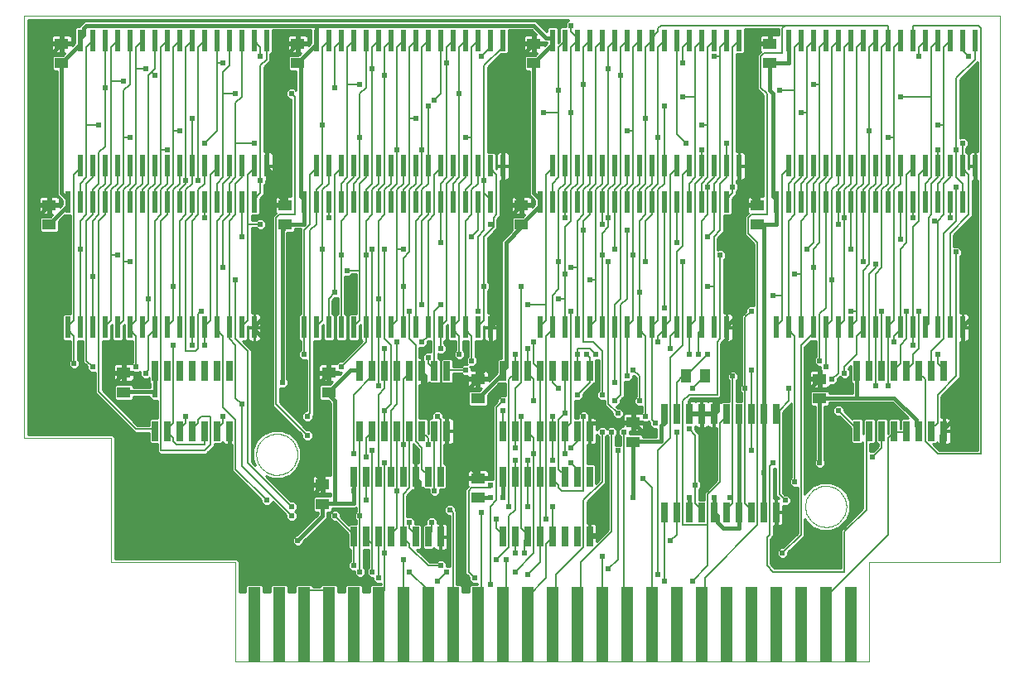
<source format=gtl>
G75*
%MOIN*%
%OFA0B0*%
%FSLAX24Y24*%
%IPPOS*%
%LPD*%
%AMOC8*
5,1,8,0,0,1.08239X$1,22.5*
%
%ADD10C,0.0000*%
%ADD11R,0.0500X0.3000*%
%ADD12R,0.0260X0.0800*%
%ADD13R,0.0551X0.0433*%
%ADD14R,0.0236X0.0866*%
%ADD15R,0.0433X0.0551*%
%ADD16C,0.0160*%
%ADD17C,0.0240*%
%ADD18C,0.0100*%
%ADD19C,0.0070*%
D10*
X005180Y005180D02*
X010180Y005180D01*
X010180Y001180D01*
X035680Y001180D01*
X035680Y005180D01*
X040930Y005180D01*
X040930Y027180D01*
X001680Y027180D01*
X001680Y010180D01*
X005180Y010180D01*
X005180Y005180D01*
X011009Y009534D02*
X011011Y009591D01*
X011017Y009648D01*
X011027Y009704D01*
X011040Y009760D01*
X011058Y009814D01*
X011079Y009867D01*
X011104Y009918D01*
X011132Y009968D01*
X011164Y010015D01*
X011198Y010061D01*
X011236Y010103D01*
X011277Y010143D01*
X011320Y010181D01*
X011366Y010215D01*
X011414Y010245D01*
X011464Y010273D01*
X011516Y010297D01*
X011570Y010317D01*
X011624Y010333D01*
X011680Y010346D01*
X011736Y010355D01*
X011793Y010360D01*
X011850Y010361D01*
X011907Y010358D01*
X011964Y010351D01*
X012020Y010340D01*
X012075Y010326D01*
X012129Y010307D01*
X012182Y010285D01*
X012233Y010260D01*
X012282Y010230D01*
X012329Y010198D01*
X012374Y010162D01*
X012416Y010124D01*
X012455Y010082D01*
X012491Y010038D01*
X012525Y009992D01*
X012555Y009943D01*
X012581Y009893D01*
X012604Y009841D01*
X012623Y009787D01*
X012639Y009732D01*
X012651Y009676D01*
X012659Y009619D01*
X012663Y009563D01*
X012663Y009505D01*
X012659Y009449D01*
X012651Y009392D01*
X012639Y009336D01*
X012623Y009281D01*
X012604Y009227D01*
X012581Y009175D01*
X012555Y009125D01*
X012525Y009076D01*
X012491Y009030D01*
X012455Y008986D01*
X012416Y008944D01*
X012374Y008906D01*
X012329Y008870D01*
X012282Y008838D01*
X012233Y008808D01*
X012182Y008783D01*
X012129Y008761D01*
X012075Y008742D01*
X012020Y008728D01*
X011964Y008717D01*
X011907Y008710D01*
X011850Y008707D01*
X011793Y008708D01*
X011736Y008713D01*
X011680Y008722D01*
X011624Y008735D01*
X011570Y008751D01*
X011516Y008771D01*
X011464Y008795D01*
X011414Y008823D01*
X011366Y008853D01*
X011320Y008887D01*
X011277Y008925D01*
X011236Y008965D01*
X011198Y009007D01*
X011164Y009053D01*
X011132Y009100D01*
X011104Y009150D01*
X011079Y009201D01*
X011058Y009254D01*
X011040Y009308D01*
X011027Y009364D01*
X011017Y009420D01*
X011011Y009477D01*
X011009Y009534D01*
X033098Y007435D02*
X033100Y007492D01*
X033106Y007549D01*
X033116Y007605D01*
X033129Y007661D01*
X033147Y007715D01*
X033168Y007768D01*
X033193Y007819D01*
X033221Y007869D01*
X033253Y007916D01*
X033287Y007962D01*
X033325Y008004D01*
X033366Y008044D01*
X033409Y008082D01*
X033455Y008116D01*
X033503Y008146D01*
X033553Y008174D01*
X033605Y008198D01*
X033659Y008218D01*
X033713Y008234D01*
X033769Y008247D01*
X033825Y008256D01*
X033882Y008261D01*
X033939Y008262D01*
X033996Y008259D01*
X034053Y008252D01*
X034109Y008241D01*
X034164Y008227D01*
X034218Y008208D01*
X034271Y008186D01*
X034322Y008161D01*
X034371Y008131D01*
X034418Y008099D01*
X034463Y008063D01*
X034505Y008025D01*
X034544Y007983D01*
X034580Y007939D01*
X034614Y007893D01*
X034644Y007844D01*
X034670Y007794D01*
X034693Y007742D01*
X034712Y007688D01*
X034728Y007633D01*
X034740Y007577D01*
X034748Y007520D01*
X034752Y007464D01*
X034752Y007406D01*
X034748Y007350D01*
X034740Y007293D01*
X034728Y007237D01*
X034712Y007182D01*
X034693Y007128D01*
X034670Y007076D01*
X034644Y007026D01*
X034614Y006977D01*
X034580Y006931D01*
X034544Y006887D01*
X034505Y006845D01*
X034463Y006807D01*
X034418Y006771D01*
X034371Y006739D01*
X034322Y006709D01*
X034271Y006684D01*
X034218Y006662D01*
X034164Y006643D01*
X034109Y006629D01*
X034053Y006618D01*
X033996Y006611D01*
X033939Y006608D01*
X033882Y006609D01*
X033825Y006614D01*
X033769Y006623D01*
X033713Y006636D01*
X033659Y006652D01*
X033605Y006672D01*
X033553Y006696D01*
X033503Y006724D01*
X033455Y006754D01*
X033409Y006788D01*
X033366Y006826D01*
X033325Y006866D01*
X033287Y006908D01*
X033253Y006954D01*
X033221Y007001D01*
X033193Y007051D01*
X033168Y007102D01*
X033147Y007155D01*
X033129Y007209D01*
X033116Y007265D01*
X033106Y007321D01*
X033100Y007378D01*
X033098Y007435D01*
D11*
X032930Y002680D03*
X031930Y002680D03*
X030930Y002680D03*
X029930Y002680D03*
X028930Y002680D03*
X027930Y002680D03*
X026930Y002680D03*
X025930Y002680D03*
X024930Y002680D03*
X023930Y002680D03*
X022930Y002680D03*
X021930Y002680D03*
X020930Y002680D03*
X019930Y002680D03*
X018930Y002680D03*
X017930Y002680D03*
X016930Y002680D03*
X015930Y002680D03*
X014930Y002680D03*
X013930Y002680D03*
X012930Y002680D03*
X011930Y002680D03*
X010930Y002680D03*
X033930Y002680D03*
X034930Y002680D03*
D12*
X031930Y007200D03*
X031430Y007200D03*
X030930Y007200D03*
X030430Y007200D03*
X029930Y007200D03*
X029430Y007200D03*
X028930Y007200D03*
X028430Y007200D03*
X027930Y007200D03*
X027430Y007200D03*
X024430Y006220D03*
X023930Y006220D03*
X023430Y006220D03*
X022930Y006220D03*
X022430Y006220D03*
X021930Y006220D03*
X021430Y006220D03*
X020930Y006220D03*
X018430Y006220D03*
X017930Y006220D03*
X017430Y006220D03*
X016930Y006220D03*
X016430Y006220D03*
X015930Y006220D03*
X015430Y006220D03*
X014930Y006220D03*
X014930Y008640D03*
X015430Y008640D03*
X015930Y008640D03*
X016430Y008640D03*
X016930Y008640D03*
X017430Y008640D03*
X017930Y008640D03*
X018430Y008640D03*
X020930Y008640D03*
X021430Y008640D03*
X021930Y008640D03*
X022430Y008640D03*
X022930Y008640D03*
X023430Y008640D03*
X023930Y008640D03*
X024430Y008640D03*
X024430Y010470D03*
X023930Y010470D03*
X023430Y010470D03*
X022930Y010470D03*
X022430Y010470D03*
X021930Y010470D03*
X021430Y010470D03*
X020930Y010470D03*
X018680Y010470D03*
X018180Y010470D03*
X017680Y010470D03*
X017180Y010470D03*
X016680Y010470D03*
X016180Y010470D03*
X015680Y010470D03*
X015180Y010470D03*
X015180Y012890D03*
X015680Y012890D03*
X016180Y012890D03*
X016680Y012890D03*
X017180Y012890D03*
X017680Y012890D03*
X018180Y012890D03*
X018680Y012890D03*
X020930Y012890D03*
X021430Y012890D03*
X021930Y012890D03*
X022430Y012890D03*
X022930Y012890D03*
X023430Y012890D03*
X023930Y012890D03*
X024430Y012890D03*
X027430Y011160D03*
X027930Y011160D03*
X028430Y011160D03*
X028930Y011160D03*
X029430Y011160D03*
X029930Y011160D03*
X030430Y011160D03*
X030930Y011160D03*
X031430Y011160D03*
X031930Y011160D03*
X035180Y010470D03*
X035680Y010470D03*
X036180Y010470D03*
X036680Y010470D03*
X037180Y010470D03*
X037680Y010470D03*
X038180Y010470D03*
X038680Y010470D03*
X038680Y012890D03*
X038180Y012890D03*
X037680Y012890D03*
X037180Y012890D03*
X036680Y012890D03*
X036180Y012890D03*
X035680Y012890D03*
X035180Y012890D03*
X009930Y012890D03*
X009430Y012890D03*
X008930Y012890D03*
X008430Y012890D03*
X007930Y012890D03*
X007430Y012890D03*
X006930Y012890D03*
X006930Y010470D03*
X007430Y010470D03*
X007930Y010470D03*
X008430Y010470D03*
X008930Y010470D03*
X009430Y010470D03*
X009930Y010470D03*
D13*
X013680Y008324D03*
X013680Y007536D03*
X019930Y007786D03*
X019930Y008574D03*
X019930Y011786D03*
X019930Y012574D03*
X013930Y012824D03*
X013930Y012036D03*
X005680Y012036D03*
X005680Y012824D03*
X002680Y018786D03*
X002680Y019574D03*
X003180Y025286D03*
X003180Y026074D03*
X012680Y026074D03*
X012680Y025286D03*
X012180Y019574D03*
X012180Y018786D03*
X021680Y018786D03*
X021680Y019574D03*
X022180Y025286D03*
X022180Y026074D03*
X031680Y026074D03*
X031680Y025286D03*
X031180Y019574D03*
X031180Y018786D03*
X033680Y012574D03*
X033680Y011786D03*
X026180Y010824D03*
X026180Y010036D03*
D14*
X025930Y014654D03*
X025430Y014654D03*
X024930Y014654D03*
X024430Y014654D03*
X023930Y014654D03*
X023430Y014654D03*
X022930Y014654D03*
X022430Y014654D03*
X020430Y014654D03*
X019930Y014654D03*
X019430Y014654D03*
X018930Y014654D03*
X018430Y014654D03*
X017930Y014654D03*
X017430Y014654D03*
X016930Y014654D03*
X016430Y014654D03*
X015930Y014654D03*
X015430Y014654D03*
X014930Y014654D03*
X014430Y014654D03*
X013930Y014654D03*
X013430Y014654D03*
X012930Y014654D03*
X010930Y014654D03*
X010430Y014654D03*
X009930Y014654D03*
X009430Y014654D03*
X008930Y014654D03*
X008430Y014654D03*
X007930Y014654D03*
X007430Y014654D03*
X006930Y014654D03*
X006430Y014654D03*
X005930Y014654D03*
X005430Y014654D03*
X004930Y014654D03*
X004430Y014654D03*
X003930Y014654D03*
X003430Y014654D03*
X003430Y019706D03*
X003930Y019706D03*
X004430Y019706D03*
X004930Y019706D03*
X005430Y019706D03*
X005930Y019706D03*
X006430Y019706D03*
X006930Y019706D03*
X007430Y019706D03*
X007930Y019706D03*
X008430Y019706D03*
X008930Y019706D03*
X009430Y019706D03*
X009930Y019706D03*
X010430Y019706D03*
X010930Y019706D03*
X010930Y021154D03*
X010430Y021154D03*
X009930Y021154D03*
X009430Y021154D03*
X008930Y021154D03*
X008430Y021154D03*
X007930Y021154D03*
X007430Y021154D03*
X006930Y021154D03*
X006430Y021154D03*
X005930Y021154D03*
X005430Y021154D03*
X004930Y021154D03*
X004430Y021154D03*
X003930Y021154D03*
X011430Y021154D03*
X013430Y021154D03*
X013930Y021154D03*
X014430Y021154D03*
X014930Y021154D03*
X015430Y021154D03*
X015930Y021154D03*
X016430Y021154D03*
X016930Y021154D03*
X017430Y021154D03*
X017930Y021154D03*
X018430Y021154D03*
X018930Y021154D03*
X019430Y021154D03*
X019930Y021154D03*
X020430Y021154D03*
X020930Y021154D03*
X020430Y019706D03*
X019930Y019706D03*
X019430Y019706D03*
X018930Y019706D03*
X018430Y019706D03*
X017930Y019706D03*
X017430Y019706D03*
X016930Y019706D03*
X016430Y019706D03*
X015930Y019706D03*
X015430Y019706D03*
X014930Y019706D03*
X014430Y019706D03*
X013930Y019706D03*
X013430Y019706D03*
X012930Y019706D03*
X022430Y019706D03*
X022930Y019706D03*
X023430Y019706D03*
X023930Y019706D03*
X024430Y019706D03*
X024930Y019706D03*
X025430Y019706D03*
X025930Y019706D03*
X026430Y019706D03*
X026930Y019706D03*
X027430Y019706D03*
X027930Y019706D03*
X028430Y019706D03*
X028930Y019706D03*
X029430Y019706D03*
X029930Y019706D03*
X029930Y021154D03*
X029430Y021154D03*
X028930Y021154D03*
X028430Y021154D03*
X027930Y021154D03*
X027430Y021154D03*
X026930Y021154D03*
X026430Y021154D03*
X025930Y021154D03*
X025430Y021154D03*
X024930Y021154D03*
X024430Y021154D03*
X023930Y021154D03*
X023430Y021154D03*
X022930Y021154D03*
X030430Y021154D03*
X032430Y021154D03*
X032930Y021154D03*
X033430Y021154D03*
X033930Y021154D03*
X034430Y021154D03*
X034930Y021154D03*
X035430Y021154D03*
X035930Y021154D03*
X036430Y021154D03*
X036930Y021154D03*
X037430Y021154D03*
X037930Y021154D03*
X038430Y021154D03*
X038930Y021154D03*
X039430Y021154D03*
X039930Y021154D03*
X039430Y019706D03*
X038930Y019706D03*
X038430Y019706D03*
X037930Y019706D03*
X037430Y019706D03*
X036930Y019706D03*
X036430Y019706D03*
X035930Y019706D03*
X035430Y019706D03*
X034930Y019706D03*
X034430Y019706D03*
X033930Y019706D03*
X033430Y019706D03*
X032930Y019706D03*
X032430Y019706D03*
X031930Y019706D03*
X031930Y014654D03*
X032430Y014654D03*
X032930Y014654D03*
X033430Y014654D03*
X033930Y014654D03*
X034430Y014654D03*
X034930Y014654D03*
X035430Y014654D03*
X035930Y014654D03*
X036430Y014654D03*
X036930Y014654D03*
X037430Y014654D03*
X037930Y014654D03*
X038430Y014654D03*
X038930Y014654D03*
X039430Y014654D03*
X029930Y014654D03*
X029430Y014654D03*
X028930Y014654D03*
X028430Y014654D03*
X027930Y014654D03*
X027430Y014654D03*
X026930Y014654D03*
X026430Y014654D03*
X026430Y026206D03*
X025930Y026206D03*
X025430Y026206D03*
X024930Y026206D03*
X024430Y026206D03*
X023930Y026206D03*
X023430Y026206D03*
X022930Y026206D03*
X020930Y026206D03*
X020430Y026206D03*
X019930Y026206D03*
X019430Y026206D03*
X018930Y026206D03*
X018430Y026206D03*
X017930Y026206D03*
X017430Y026206D03*
X016930Y026206D03*
X016430Y026206D03*
X015930Y026206D03*
X015430Y026206D03*
X014930Y026206D03*
X014430Y026206D03*
X013930Y026206D03*
X013430Y026206D03*
X011430Y026206D03*
X010930Y026206D03*
X010430Y026206D03*
X009930Y026206D03*
X009430Y026206D03*
X008930Y026206D03*
X008430Y026206D03*
X007930Y026206D03*
X007430Y026206D03*
X006930Y026206D03*
X006430Y026206D03*
X005930Y026206D03*
X005430Y026206D03*
X004930Y026206D03*
X004430Y026206D03*
X003930Y026206D03*
X026930Y026206D03*
X027430Y026206D03*
X027930Y026206D03*
X028430Y026206D03*
X028930Y026206D03*
X029430Y026206D03*
X029930Y026206D03*
X030430Y026206D03*
X032430Y026206D03*
X032930Y026206D03*
X033430Y026206D03*
X033930Y026206D03*
X034430Y026206D03*
X034930Y026206D03*
X035430Y026206D03*
X035930Y026206D03*
X036430Y026206D03*
X036930Y026206D03*
X037430Y026206D03*
X037930Y026206D03*
X038430Y026206D03*
X038930Y026206D03*
X039430Y026206D03*
X039930Y026206D03*
D15*
X029074Y012680D03*
X028286Y012680D03*
D16*
X029555Y011680D02*
X029805Y011930D01*
X029805Y014055D01*
X029930Y014180D01*
X029930Y014654D01*
X029930Y014680D01*
X030555Y015305D01*
X030555Y020305D01*
X030805Y020055D01*
X030805Y026055D01*
X031680Y026055D01*
X031680Y026074D01*
X032430Y026206D02*
X032430Y025305D01*
X031680Y025305D01*
X031680Y025286D01*
X031680Y024180D01*
X031805Y024055D01*
X031805Y019930D01*
X031930Y019805D01*
X031930Y019706D01*
X031930Y018805D01*
X031430Y018805D01*
X031180Y018786D01*
X031180Y018805D01*
X031430Y018805D01*
X031430Y011160D01*
X031430Y008805D01*
X031430Y007200D01*
X031930Y007200D02*
X031930Y006305D01*
X031805Y006180D01*
X031805Y005180D01*
X033180Y005180D01*
X035055Y007055D01*
X035055Y008555D01*
X033930Y008555D01*
X033180Y009305D01*
X033180Y010055D01*
X033180Y012055D01*
X033680Y012555D01*
X033680Y012574D01*
X033680Y011805D02*
X033680Y011786D01*
X033680Y009180D01*
X030430Y007200D02*
X030430Y011160D01*
X029555Y011305D02*
X029555Y011680D01*
X029555Y011305D02*
X029430Y011180D01*
X029430Y011160D01*
X029430Y011180D02*
X028930Y011180D01*
X028930Y011160D01*
X028930Y010055D01*
X028930Y011180D02*
X028430Y011180D01*
X028430Y011160D01*
X027430Y011160D02*
X027430Y010805D01*
X027305Y010680D01*
X027305Y010055D01*
X026180Y010055D01*
X026180Y010036D01*
X026180Y007805D01*
X024805Y006305D02*
X024430Y006305D01*
X024430Y006220D01*
X020930Y007805D02*
X020930Y008640D01*
X019930Y008680D02*
X019930Y008574D01*
X019930Y008680D02*
X019555Y009055D01*
X019555Y008930D01*
X017930Y007305D01*
X017555Y007680D01*
X017555Y008430D01*
X017430Y008555D01*
X017430Y008640D01*
X017930Y007305D02*
X018055Y007180D01*
X017680Y006805D01*
X018055Y007180D02*
X018430Y006805D01*
X018430Y006220D01*
X019930Y007786D02*
X019930Y007805D01*
X020430Y007805D01*
X019555Y009055D02*
X019305Y009305D01*
X020305Y010305D01*
X019305Y009305D02*
X018680Y009930D01*
X018680Y010470D01*
X018680Y011055D01*
X018555Y011180D01*
X019930Y012555D01*
X019930Y012574D01*
X019930Y012680D01*
X020430Y013180D01*
X020430Y014654D01*
X020430Y014680D01*
X020555Y014805D01*
X020555Y018430D01*
X021680Y019555D01*
X021680Y019574D01*
X021680Y019680D01*
X020930Y020430D01*
X020930Y021154D01*
X020930Y024805D01*
X022180Y026055D01*
X022180Y026074D01*
X022680Y026305D02*
X022180Y026805D01*
X013430Y026805D01*
X013430Y026206D01*
X013430Y026055D01*
X012805Y025430D01*
X012680Y025286D01*
X012680Y025305D01*
X012805Y025430D01*
X012805Y019930D01*
X012930Y019805D01*
X012930Y019706D01*
X012930Y018805D01*
X012180Y018805D01*
X012180Y018786D01*
X012180Y018680D01*
X012055Y018555D01*
X012055Y012430D01*
X011555Y011430D02*
X013430Y009555D01*
X013430Y008680D01*
X013680Y008430D01*
X013680Y008324D01*
X013680Y008305D01*
X012930Y007555D01*
X012930Y006680D01*
X012055Y006680D01*
X009930Y008805D01*
X009930Y009430D01*
X007680Y009430D01*
X007055Y009430D01*
X002180Y014305D01*
X002180Y019055D01*
X002680Y019555D01*
X002680Y019574D01*
X002680Y025555D01*
X003180Y026055D01*
X003180Y026074D01*
X003930Y026055D02*
X003180Y025305D01*
X003180Y025286D01*
X003180Y020055D01*
X003430Y019805D01*
X003430Y019706D01*
X003430Y019555D01*
X002680Y018805D01*
X002680Y018786D01*
X010930Y014680D02*
X010930Y014654D01*
X010930Y014555D01*
X011555Y013930D01*
X011555Y011430D01*
X009930Y010470D02*
X009930Y009430D01*
X013430Y009555D02*
X013430Y012305D01*
X013930Y012805D01*
X013930Y012824D01*
X013930Y012055D02*
X014805Y012930D01*
X015180Y012930D01*
X015180Y012890D01*
X013930Y012055D02*
X013930Y012036D01*
X013930Y011930D01*
X014180Y011680D01*
X014180Y007555D01*
X013680Y007555D01*
X013680Y007536D01*
X013680Y007055D01*
X012680Y006055D01*
X014180Y007555D02*
X014930Y007555D01*
X014930Y008055D01*
X014930Y008640D01*
X017805Y011930D02*
X018555Y011180D01*
X017805Y011930D02*
X017805Y012680D01*
X017680Y012805D01*
X017680Y012890D01*
X019930Y011805D02*
X019930Y011786D01*
X019930Y011805D02*
X020930Y012805D01*
X020930Y012890D01*
X020930Y012930D01*
X021055Y013055D01*
X021055Y018055D01*
X021680Y018680D01*
X021680Y018786D01*
X021680Y018805D01*
X022430Y019555D01*
X022430Y019706D01*
X022430Y019805D01*
X022180Y020055D01*
X022180Y025286D01*
X022180Y025305D01*
X022930Y026055D01*
X022930Y026206D01*
X022930Y026305D01*
X022680Y026305D01*
X030430Y021154D02*
X030430Y020430D01*
X030555Y020305D01*
X030805Y020055D02*
X031180Y019680D01*
X031180Y019574D01*
X039430Y014680D02*
X039430Y014654D01*
X039430Y011305D01*
X038680Y010555D01*
X038680Y010470D01*
X038680Y010430D01*
X038555Y010305D01*
X038555Y009805D01*
X037680Y010470D02*
X037680Y010555D01*
X037555Y010680D01*
X037555Y010930D01*
X036680Y011805D01*
X035180Y011805D01*
X035180Y012890D01*
X035180Y011805D02*
X033680Y011805D01*
X039430Y014680D02*
X039930Y015180D01*
X039930Y021154D01*
X026555Y010430D02*
X026180Y010805D01*
X026180Y010824D01*
X026180Y010805D02*
X024430Y010805D01*
X024430Y010470D01*
X028430Y007805D02*
X028430Y007200D01*
X029430Y007200D02*
X029430Y007805D01*
X029430Y007200D02*
X029430Y007180D01*
X029555Y007055D01*
X029555Y006805D01*
X029805Y006555D01*
X030430Y006555D01*
X030430Y007200D01*
X011555Y015305D02*
X011555Y020305D01*
X011555Y020930D01*
X011430Y021055D01*
X011430Y021154D01*
X011430Y024805D01*
X012680Y026055D01*
X012680Y026074D01*
X013430Y026805D02*
X004180Y026805D01*
X004055Y026680D01*
X004055Y026430D01*
X003930Y026305D01*
X003930Y026206D01*
X003930Y026055D01*
X011555Y020305D02*
X012180Y019680D01*
X012180Y019574D01*
X011555Y015305D02*
X010930Y014680D01*
X006930Y012890D02*
X006930Y012055D01*
X006930Y011930D01*
X006930Y012055D02*
X005680Y012055D01*
X005680Y012036D01*
X005180Y011930D02*
X005180Y012305D01*
X005680Y012805D01*
X005680Y012824D01*
D17*
X006180Y013055D03*
X006555Y012805D03*
X006930Y011930D03*
X008180Y011055D03*
X009680Y011055D03*
X010430Y011555D03*
X012055Y012430D03*
X012930Y013555D03*
X014430Y013055D03*
X015930Y012305D03*
X016180Y011305D03*
X016930Y009930D03*
X017930Y009930D03*
X018305Y011055D03*
X020305Y010305D03*
X020930Y011305D03*
X020930Y011680D03*
X021680Y011055D03*
X022180Y011680D03*
X022930Y011055D03*
X023430Y011180D03*
X024180Y011055D03*
X024930Y010430D03*
X025305Y010430D03*
X025805Y010430D03*
X026555Y010430D03*
X027055Y010805D03*
X026680Y011055D03*
X026430Y011680D03*
X025430Y011680D03*
X024930Y011930D03*
X025430Y012430D03*
X025930Y012680D03*
X026180Y012930D03*
X027680Y013805D03*
X027180Y014055D03*
X028430Y013555D03*
X028805Y013555D03*
X029180Y013555D03*
X030180Y012680D03*
X030680Y012180D03*
X030930Y012930D03*
X032430Y012180D03*
X033680Y013305D03*
X033930Y013055D03*
X034680Y012805D03*
X034180Y012555D03*
X035930Y012305D03*
X036430Y012305D03*
X034430Y011305D03*
X033180Y010055D03*
X033680Y009180D03*
X032680Y008430D03*
X032305Y007680D03*
X031430Y008805D03*
X031805Y009180D03*
X030930Y009680D03*
X028930Y010055D03*
X028430Y010555D03*
X027930Y010430D03*
X028555Y012180D03*
X025555Y011180D03*
X023930Y011930D03*
X023180Y012180D03*
X023930Y013555D03*
X024305Y013555D03*
X024680Y013555D03*
X023680Y015305D03*
X023180Y015805D03*
X021930Y015555D03*
X021680Y016305D03*
X020180Y016305D03*
X019930Y015305D03*
X018430Y015555D03*
X017680Y015555D03*
X017180Y015305D03*
X015930Y015805D03*
X016930Y016305D03*
X015430Y017555D03*
X015680Y017805D03*
X016180Y017805D03*
X016930Y017805D03*
X018430Y018055D03*
X019680Y018305D03*
X020430Y018805D03*
X020180Y020555D03*
X019430Y022305D03*
X017680Y021805D03*
X016680Y021805D03*
X015180Y022305D03*
X013680Y022805D03*
X012430Y024055D03*
X014180Y024305D03*
X015180Y024430D03*
X015680Y025055D03*
X016180Y024805D03*
X017930Y023555D03*
X018180Y023805D03*
X019180Y024055D03*
X017430Y023055D03*
X018680Y025305D03*
X020055Y025555D03*
X022555Y023305D03*
X023180Y024180D03*
X024180Y024430D03*
X025180Y025055D03*
X025680Y024805D03*
X027430Y023555D03*
X028180Y023930D03*
X026680Y023055D03*
X025930Y022555D03*
X027180Y022305D03*
X028305Y022055D03*
X028930Y021805D03*
X029930Y022055D03*
X028930Y022805D03*
X032055Y024180D03*
X032930Y023305D03*
X033430Y024430D03*
X035680Y022555D03*
X036430Y022305D03*
X038430Y021805D03*
X039180Y021805D03*
X039430Y022055D03*
X038430Y022805D03*
X036930Y023930D03*
X037680Y025555D03*
X039680Y025555D03*
X039180Y020305D03*
X038930Y019055D03*
X038305Y018930D03*
X037430Y019055D03*
X036930Y018180D03*
X035930Y017180D03*
X035430Y017305D03*
X034930Y017805D03*
X034430Y018805D03*
X034680Y019055D03*
X033180Y017805D03*
X033430Y017055D03*
X032680Y016805D03*
X031805Y015930D03*
X030930Y015305D03*
X029180Y016305D03*
X029680Y017555D03*
X029180Y018305D03*
X027930Y018055D03*
X028180Y017305D03*
X026680Y017305D03*
X026180Y017555D03*
X025430Y017805D03*
X025180Y017305D03*
X024930Y017555D03*
X024430Y016555D03*
X023680Y017055D03*
X023430Y016805D03*
X023180Y017305D03*
X024180Y018555D03*
X024930Y018805D03*
X025180Y019055D03*
X025930Y018555D03*
X023430Y019055D03*
X026430Y016055D03*
X027430Y015430D03*
X022180Y014055D03*
X021930Y013805D03*
X021430Y013555D03*
X019680Y013305D03*
X019430Y012930D03*
X019180Y013555D03*
X018430Y013805D03*
X017930Y013430D03*
X017680Y014055D03*
X016680Y014055D03*
X016180Y013805D03*
X014180Y016055D03*
X014680Y016930D03*
X014430Y017555D03*
X013680Y017805D03*
X013930Y019055D03*
X011180Y018805D03*
X010430Y018305D03*
X009680Y017055D03*
X010180Y016555D03*
X008805Y015305D03*
X008930Y013930D03*
X008430Y013930D03*
X007680Y013930D03*
X006680Y015805D03*
X007680Y016305D03*
X005930Y017305D03*
X005430Y017555D03*
X004430Y016680D03*
X003930Y017805D03*
X008180Y020555D03*
X008680Y020555D03*
X007430Y021805D03*
X007930Y022555D03*
X008430Y023055D03*
X008930Y022055D03*
X010930Y022055D03*
X011180Y020555D03*
X008930Y019055D03*
X005930Y022305D03*
X004680Y022805D03*
X004930Y024305D03*
X005680Y024555D03*
X006555Y025055D03*
X006930Y024805D03*
X009680Y025305D03*
X011180Y025555D03*
X010180Y024055D03*
X023680Y023305D03*
X028180Y025305D03*
X029430Y025555D03*
X023680Y026805D03*
X029180Y020305D03*
X030180Y020305D03*
X034180Y016555D03*
X034930Y015305D03*
X036180Y015305D03*
X037180Y015305D03*
X037680Y015305D03*
X037430Y013930D03*
X036680Y014055D03*
X038430Y013555D03*
X038555Y009805D03*
X035805Y009430D03*
X030055Y007805D03*
X029430Y007805D03*
X028680Y008305D03*
X028430Y007805D03*
X026555Y008555D03*
X026180Y007805D03*
X024805Y006305D03*
X024930Y005430D03*
X025180Y004930D03*
X027180Y004680D03*
X027430Y004430D03*
X028555Y004430D03*
X027680Y006055D03*
X032180Y005555D03*
X025555Y009680D03*
X023680Y009805D03*
X023430Y009555D03*
X023680Y009180D03*
X022930Y009305D03*
X022180Y009555D03*
X021930Y009305D03*
X021430Y009305D03*
X021430Y009805D03*
X020430Y008305D03*
X020430Y007805D03*
X020930Y007805D03*
X021180Y007430D03*
X020680Y006930D03*
X020055Y007180D03*
X018805Y007305D03*
X018055Y006805D03*
X017680Y006805D03*
X017180Y006805D03*
X016180Y005555D03*
X016930Y005305D03*
X017180Y004805D03*
X018305Y004430D03*
X018680Y004805D03*
X018430Y005055D03*
X019805Y004555D03*
X020430Y004305D03*
X020680Y005305D03*
X021055Y005305D03*
X021430Y005555D03*
X021805Y005555D03*
X021430Y004805D03*
X021930Y004680D03*
X022680Y006930D03*
X022930Y007430D03*
X021930Y007430D03*
X018180Y008055D03*
X016680Y008055D03*
X015430Y007680D03*
X014930Y008055D03*
X015180Y007055D03*
X014180Y007055D03*
X012430Y007055D03*
X012430Y007430D03*
X011430Y007680D03*
X012680Y006055D03*
X014930Y005055D03*
X015180Y004805D03*
X015680Y004805D03*
X015930Y004555D03*
X016180Y009180D03*
X015430Y009430D03*
X015680Y009680D03*
X014930Y009555D03*
X013055Y010305D03*
X013055Y011055D03*
X007680Y009430D03*
X005180Y011930D03*
X004430Y013055D03*
X003680Y013180D03*
X039180Y017680D03*
D18*
X039356Y017531D02*
X040035Y017531D01*
X040035Y017433D02*
X039325Y017433D01*
X039325Y017500D02*
X039410Y017585D01*
X039410Y017775D01*
X039275Y017910D01*
X039085Y017910D01*
X039075Y017900D01*
X039075Y018370D01*
X039740Y019035D01*
X039825Y019120D01*
X039825Y020571D01*
X039921Y020571D01*
X039921Y021145D01*
X039939Y021145D01*
X039939Y020571D01*
X040035Y020571D01*
X040035Y009700D01*
X038490Y009700D01*
X038230Y009960D01*
X038356Y009960D01*
X038410Y010014D01*
X038410Y010012D01*
X038430Y009978D01*
X038458Y009950D01*
X038492Y009930D01*
X038530Y009920D01*
X038665Y009920D01*
X038665Y010455D01*
X038695Y010455D01*
X038695Y010485D01*
X038665Y010485D01*
X038665Y011020D01*
X038575Y011020D01*
X038575Y011870D01*
X039240Y012535D01*
X039325Y012620D01*
X039325Y014071D01*
X039421Y014071D01*
X039421Y014645D01*
X039439Y014645D01*
X039439Y014071D01*
X039568Y014071D01*
X039606Y014081D01*
X039640Y014101D01*
X039668Y014129D01*
X039688Y014163D01*
X039698Y014201D01*
X039698Y014645D01*
X039439Y014645D01*
X039439Y014663D01*
X039698Y014663D01*
X039698Y015107D01*
X039688Y015145D01*
X039668Y015179D01*
X039640Y015207D01*
X039606Y015227D01*
X039568Y015237D01*
X039439Y015237D01*
X039439Y014663D01*
X039421Y014663D01*
X039421Y015237D01*
X039325Y015237D01*
X039325Y017500D01*
X039410Y017630D02*
X040035Y017630D01*
X040035Y017728D02*
X039410Y017728D01*
X039359Y017827D02*
X040035Y017827D01*
X040035Y017925D02*
X039075Y017925D01*
X039075Y018024D02*
X040035Y018024D01*
X040035Y018122D02*
X039075Y018122D01*
X039075Y018221D02*
X040035Y018221D01*
X040035Y018319D02*
X039075Y018319D01*
X039123Y018418D02*
X040035Y018418D01*
X040035Y018516D02*
X039221Y018516D01*
X039320Y018615D02*
X040035Y018615D01*
X040035Y018713D02*
X039418Y018713D01*
X039517Y018812D02*
X040035Y018812D01*
X040035Y018910D02*
X039615Y018910D01*
X039714Y019009D02*
X040035Y019009D01*
X040035Y019107D02*
X039812Y019107D01*
X039825Y019206D02*
X040035Y019206D01*
X040035Y019304D02*
X039825Y019304D01*
X039825Y019403D02*
X040035Y019403D01*
X040035Y019501D02*
X039825Y019501D01*
X039825Y019600D02*
X040035Y019600D01*
X040035Y019698D02*
X039825Y019698D01*
X039825Y019797D02*
X040035Y019797D01*
X040035Y019895D02*
X039825Y019895D01*
X039825Y019994D02*
X040035Y019994D01*
X040035Y020092D02*
X039825Y020092D01*
X039825Y020191D02*
X040035Y020191D01*
X040035Y020289D02*
X039825Y020289D01*
X039825Y020388D02*
X040035Y020388D01*
X040035Y020486D02*
X039825Y020486D01*
X039921Y020585D02*
X039939Y020585D01*
X039939Y020683D02*
X039921Y020683D01*
X039921Y020782D02*
X039939Y020782D01*
X039939Y020880D02*
X039921Y020880D01*
X039921Y020979D02*
X039939Y020979D01*
X039939Y021077D02*
X039921Y021077D01*
X039921Y021145D02*
X039662Y021145D01*
X039662Y021028D01*
X039658Y021032D01*
X039658Y021633D01*
X039594Y021697D01*
X039575Y021697D01*
X039575Y021875D01*
X039660Y021960D01*
X039660Y022150D01*
X039525Y022285D01*
X039335Y022285D01*
X039325Y022275D01*
X039325Y024620D01*
X039990Y025285D01*
X040035Y025330D01*
X040035Y021737D01*
X039939Y021737D01*
X039939Y021163D01*
X039921Y021163D01*
X039921Y021145D01*
X039921Y021163D02*
X039662Y021163D01*
X039662Y021607D01*
X039672Y021645D01*
X039692Y021679D01*
X039720Y021707D01*
X039754Y021727D01*
X039792Y021737D01*
X039921Y021737D01*
X039921Y021163D01*
X039921Y021176D02*
X039939Y021176D01*
X039939Y021274D02*
X039921Y021274D01*
X039921Y021373D02*
X039939Y021373D01*
X039939Y021471D02*
X039921Y021471D01*
X039921Y021570D02*
X039939Y021570D01*
X039939Y021668D02*
X039921Y021668D01*
X040035Y021767D02*
X039575Y021767D01*
X039575Y021865D02*
X040035Y021865D01*
X040035Y021964D02*
X039660Y021964D01*
X039660Y022062D02*
X040035Y022062D01*
X040035Y022161D02*
X039650Y022161D01*
X039551Y022259D02*
X040035Y022259D01*
X040035Y022358D02*
X039325Y022358D01*
X039325Y022456D02*
X040035Y022456D01*
X040035Y022555D02*
X039325Y022555D01*
X039325Y022653D02*
X040035Y022653D01*
X040035Y022752D02*
X039325Y022752D01*
X039325Y022850D02*
X040035Y022850D01*
X040035Y022949D02*
X039325Y022949D01*
X039325Y023047D02*
X040035Y023047D01*
X040035Y023146D02*
X039325Y023146D01*
X039325Y023244D02*
X040035Y023244D01*
X040035Y023343D02*
X039325Y023343D01*
X039325Y023441D02*
X040035Y023441D01*
X040035Y023540D02*
X039325Y023540D01*
X039325Y023638D02*
X040035Y023638D01*
X040035Y023737D02*
X039325Y023737D01*
X039325Y023835D02*
X040035Y023835D01*
X040035Y023934D02*
X039325Y023934D01*
X039325Y024032D02*
X040035Y024032D01*
X040035Y024131D02*
X039325Y024131D01*
X039325Y024229D02*
X040035Y024229D01*
X040035Y024328D02*
X039325Y024328D01*
X039325Y024426D02*
X040035Y024426D01*
X040035Y024525D02*
X039325Y024525D01*
X039328Y024623D02*
X040035Y024623D01*
X040035Y024722D02*
X039427Y024722D01*
X039525Y024820D02*
X040035Y024820D01*
X040035Y024919D02*
X039624Y024919D01*
X039722Y025017D02*
X040035Y025017D01*
X040035Y025116D02*
X039821Y025116D01*
X039919Y025214D02*
X040035Y025214D01*
X040035Y025313D02*
X040018Y025313D01*
X039685Y021668D02*
X039623Y021668D01*
X039658Y021570D02*
X039662Y021570D01*
X039658Y021471D02*
X039662Y021471D01*
X039658Y021373D02*
X039662Y021373D01*
X039658Y021274D02*
X039662Y021274D01*
X039658Y021176D02*
X039662Y021176D01*
X039658Y021077D02*
X039662Y021077D01*
X039325Y017334D02*
X040035Y017334D01*
X040035Y017236D02*
X039325Y017236D01*
X039325Y017137D02*
X040035Y017137D01*
X040035Y017039D02*
X039325Y017039D01*
X039325Y016940D02*
X040035Y016940D01*
X040035Y016842D02*
X039325Y016842D01*
X039325Y016743D02*
X040035Y016743D01*
X040035Y016645D02*
X039325Y016645D01*
X039325Y016546D02*
X040035Y016546D01*
X040035Y016448D02*
X039325Y016448D01*
X039325Y016349D02*
X040035Y016349D01*
X040035Y016251D02*
X039325Y016251D01*
X039325Y016152D02*
X040035Y016152D01*
X040035Y016054D02*
X039325Y016054D01*
X039325Y015955D02*
X040035Y015955D01*
X040035Y015857D02*
X039325Y015857D01*
X039325Y015758D02*
X040035Y015758D01*
X040035Y015660D02*
X039325Y015660D01*
X039325Y015561D02*
X040035Y015561D01*
X040035Y015463D02*
X039325Y015463D01*
X039325Y015364D02*
X040035Y015364D01*
X040035Y015266D02*
X039325Y015266D01*
X039421Y015167D02*
X039439Y015167D01*
X039439Y015069D02*
X039421Y015069D01*
X039421Y014970D02*
X039439Y014970D01*
X039439Y014872D02*
X039421Y014872D01*
X039421Y014773D02*
X039439Y014773D01*
X039439Y014675D02*
X039421Y014675D01*
X039421Y014576D02*
X039439Y014576D01*
X039439Y014478D02*
X039421Y014478D01*
X039421Y014379D02*
X039439Y014379D01*
X039439Y014281D02*
X039421Y014281D01*
X039421Y014182D02*
X039439Y014182D01*
X039439Y014084D02*
X039421Y014084D01*
X039325Y013985D02*
X040035Y013985D01*
X040035Y013887D02*
X039325Y013887D01*
X039325Y013788D02*
X040035Y013788D01*
X040035Y013690D02*
X039325Y013690D01*
X039325Y013591D02*
X040035Y013591D01*
X040035Y013493D02*
X039325Y013493D01*
X039325Y013394D02*
X040035Y013394D01*
X040035Y013296D02*
X039325Y013296D01*
X039325Y013197D02*
X040035Y013197D01*
X040035Y013099D02*
X039325Y013099D01*
X039325Y013000D02*
X040035Y013000D01*
X040035Y012902D02*
X039325Y012902D01*
X039325Y012803D02*
X040035Y012803D01*
X040035Y012705D02*
X039325Y012705D01*
X039311Y012606D02*
X040035Y012606D01*
X040035Y012508D02*
X039213Y012508D01*
X039114Y012409D02*
X040035Y012409D01*
X040035Y012311D02*
X039016Y012311D01*
X038917Y012212D02*
X040035Y012212D01*
X040035Y012114D02*
X038819Y012114D01*
X038720Y012015D02*
X040035Y012015D01*
X040035Y011917D02*
X038622Y011917D01*
X038575Y011818D02*
X040035Y011818D01*
X040035Y011720D02*
X038575Y011720D01*
X038575Y011621D02*
X040035Y011621D01*
X040035Y011523D02*
X038575Y011523D01*
X038575Y011424D02*
X040035Y011424D01*
X040035Y011326D02*
X038575Y011326D01*
X038575Y011227D02*
X040035Y011227D01*
X040035Y011129D02*
X038575Y011129D01*
X038575Y011030D02*
X040035Y011030D01*
X040035Y010932D02*
X038948Y010932D01*
X038950Y010928D02*
X038930Y010962D01*
X038902Y010990D01*
X038868Y011010D01*
X038830Y011020D01*
X038695Y011020D01*
X038695Y010485D01*
X038960Y010485D01*
X038960Y010890D01*
X038950Y010928D01*
X038960Y010833D02*
X040035Y010833D01*
X040035Y010735D02*
X038960Y010735D01*
X038960Y010636D02*
X040035Y010636D01*
X040035Y010538D02*
X038960Y010538D01*
X038960Y010455D02*
X038695Y010455D01*
X038695Y009920D01*
X038830Y009920D01*
X038868Y009930D01*
X038902Y009950D01*
X038930Y009978D01*
X038950Y010012D01*
X038960Y010050D01*
X038960Y010455D01*
X038960Y010439D02*
X040035Y010439D01*
X040035Y010341D02*
X038960Y010341D01*
X038960Y010242D02*
X040035Y010242D01*
X040035Y010144D02*
X038960Y010144D01*
X038959Y010045D02*
X040035Y010045D01*
X040035Y009947D02*
X038896Y009947D01*
X038695Y009947D02*
X038665Y009947D01*
X038665Y010045D02*
X038695Y010045D01*
X038695Y010144D02*
X038665Y010144D01*
X038665Y010242D02*
X038695Y010242D01*
X038695Y010341D02*
X038665Y010341D01*
X038665Y010439D02*
X038695Y010439D01*
X038695Y010538D02*
X038665Y010538D01*
X038665Y010636D02*
X038695Y010636D01*
X038695Y010735D02*
X038665Y010735D01*
X038665Y010833D02*
X038695Y010833D01*
X038695Y010932D02*
X038665Y010932D01*
X038464Y009947D02*
X038244Y009947D01*
X038342Y009848D02*
X040035Y009848D01*
X040035Y009750D02*
X038441Y009750D01*
X036940Y010575D02*
X036920Y010575D01*
X036920Y010916D01*
X036856Y010980D01*
X036504Y010980D01*
X036440Y010916D01*
X036440Y010395D01*
X036420Y010375D01*
X036420Y010916D01*
X036356Y010980D01*
X036004Y010980D01*
X035940Y010916D01*
X035940Y010024D01*
X036004Y009960D01*
X036035Y009960D01*
X036035Y009865D01*
X035830Y009660D01*
X035710Y009660D01*
X035700Y009650D01*
X035700Y009960D01*
X035856Y009960D01*
X035920Y010024D01*
X035920Y010916D01*
X035856Y010980D01*
X035504Y010980D01*
X035440Y010916D01*
X035440Y010395D01*
X035420Y010375D01*
X035420Y010916D01*
X035356Y010980D01*
X035004Y010980D01*
X034982Y010958D01*
X034660Y011280D01*
X034660Y011400D01*
X034525Y011535D01*
X034335Y011535D01*
X034200Y011400D01*
X034200Y011210D01*
X034335Y011075D01*
X034455Y011075D01*
X034940Y010590D01*
X034940Y010024D01*
X035004Y009960D01*
X035356Y009960D01*
X035410Y010014D01*
X035410Y007365D01*
X034620Y006575D01*
X034620Y006575D01*
X034535Y006490D01*
X034535Y004950D01*
X031865Y004950D01*
X031700Y005115D01*
X031700Y006120D01*
X031825Y006245D01*
X031825Y006650D01*
X031915Y006650D01*
X031915Y007185D01*
X031945Y007185D01*
X031945Y007215D01*
X031915Y007215D01*
X031915Y007750D01*
X031825Y007750D01*
X031825Y008950D01*
X031900Y008950D01*
X031910Y008960D01*
X031910Y007870D01*
X031995Y007785D01*
X032030Y007750D01*
X031945Y007750D01*
X031945Y007215D01*
X032210Y007215D01*
X032210Y007450D01*
X032400Y007450D01*
X032535Y007585D01*
X032535Y007775D01*
X032400Y007910D01*
X032280Y007910D01*
X032200Y007990D01*
X032200Y011245D01*
X032490Y011535D01*
X032535Y011580D01*
X032535Y008610D01*
X032450Y008525D01*
X032450Y008335D01*
X032585Y008200D01*
X032775Y008200D01*
X032785Y008210D01*
X032785Y006365D01*
X032205Y005785D01*
X032085Y005785D01*
X031950Y005650D01*
X031950Y005460D01*
X032085Y005325D01*
X032275Y005325D01*
X032410Y005460D01*
X032410Y005580D01*
X032990Y006160D01*
X033075Y006245D01*
X033075Y006934D01*
X033097Y006881D01*
X033372Y006607D01*
X033731Y006458D01*
X034119Y006458D01*
X034478Y006607D01*
X034753Y006881D01*
X034902Y007240D01*
X034902Y007629D01*
X034753Y007988D01*
X034478Y008263D01*
X034119Y008412D01*
X033731Y008412D01*
X033372Y008263D01*
X033097Y007988D01*
X033075Y007935D01*
X033075Y013870D01*
X033316Y014111D01*
X033535Y014111D01*
X033535Y013485D01*
X033450Y013400D01*
X033450Y013210D01*
X033585Y013075D01*
X033700Y013075D01*
X033700Y012960D01*
X033730Y012930D01*
X033730Y012624D01*
X033630Y012624D01*
X033630Y012940D01*
X033385Y012940D01*
X033347Y012930D01*
X033312Y012910D01*
X033284Y012882D01*
X033265Y012848D01*
X033254Y012810D01*
X033254Y012624D01*
X033630Y012624D01*
X033630Y012524D01*
X033254Y012524D01*
X033254Y012337D01*
X033265Y012299D01*
X033284Y012265D01*
X033312Y012237D01*
X033347Y012217D01*
X033385Y012207D01*
X033630Y012207D01*
X033630Y012524D01*
X033730Y012524D01*
X033730Y012207D01*
X033975Y012207D01*
X034013Y012217D01*
X034048Y012237D01*
X034076Y012265D01*
X034095Y012299D01*
X034102Y012325D01*
X034275Y012325D01*
X034410Y012460D01*
X034410Y012580D01*
X034490Y012660D01*
X034490Y012660D01*
X034495Y012665D01*
X034585Y012575D01*
X034775Y012575D01*
X034910Y012710D01*
X034910Y012900D01*
X034825Y012985D01*
X034825Y012995D01*
X034940Y013110D01*
X034940Y012444D01*
X034990Y012394D01*
X034990Y011995D01*
X034066Y011995D01*
X034066Y012048D01*
X034001Y012113D01*
X033359Y012113D01*
X033294Y012048D01*
X033294Y011524D01*
X033359Y011460D01*
X033490Y011460D01*
X033490Y009315D01*
X033450Y009275D01*
X033450Y009085D01*
X033585Y008950D01*
X033775Y008950D01*
X033910Y009085D01*
X033910Y009275D01*
X033870Y009315D01*
X033870Y011460D01*
X034001Y011460D01*
X034066Y011524D01*
X034066Y011615D01*
X036601Y011615D01*
X037236Y010980D01*
X037004Y010980D01*
X036940Y010916D01*
X036940Y010575D01*
X036940Y010636D02*
X036920Y010636D01*
X036920Y010735D02*
X036940Y010735D01*
X036940Y010833D02*
X036920Y010833D01*
X036904Y010932D02*
X036956Y010932D01*
X037088Y011129D02*
X034812Y011129D01*
X034713Y011227D02*
X036989Y011227D01*
X036891Y011326D02*
X034660Y011326D01*
X034636Y011424D02*
X036792Y011424D01*
X036694Y011523D02*
X034538Y011523D01*
X034322Y011523D02*
X034064Y011523D01*
X034224Y011424D02*
X033870Y011424D01*
X033870Y011326D02*
X034200Y011326D01*
X034200Y011227D02*
X033870Y011227D01*
X033870Y011129D02*
X034281Y011129D01*
X034500Y011030D02*
X033870Y011030D01*
X033870Y010932D02*
X034598Y010932D01*
X034697Y010833D02*
X033870Y010833D01*
X033870Y010735D02*
X034795Y010735D01*
X034894Y010636D02*
X033870Y010636D01*
X033870Y010538D02*
X034940Y010538D01*
X034940Y010439D02*
X033870Y010439D01*
X033870Y010341D02*
X034940Y010341D01*
X034940Y010242D02*
X033870Y010242D01*
X033870Y010144D02*
X034940Y010144D01*
X034940Y010045D02*
X033870Y010045D01*
X033870Y009947D02*
X035410Y009947D01*
X035410Y009848D02*
X033870Y009848D01*
X033870Y009750D02*
X035410Y009750D01*
X035410Y009651D02*
X033870Y009651D01*
X033870Y009553D02*
X035410Y009553D01*
X035410Y009454D02*
X033870Y009454D01*
X033870Y009356D02*
X035410Y009356D01*
X035410Y009257D02*
X033910Y009257D01*
X033910Y009159D02*
X035410Y009159D01*
X035410Y009060D02*
X033885Y009060D01*
X033787Y008962D02*
X035410Y008962D01*
X035410Y008863D02*
X033075Y008863D01*
X033075Y008765D02*
X035410Y008765D01*
X035410Y008666D02*
X033075Y008666D01*
X033075Y008568D02*
X035410Y008568D01*
X035410Y008469D02*
X033075Y008469D01*
X033075Y008371D02*
X033632Y008371D01*
X033394Y008272D02*
X033075Y008272D01*
X033075Y008174D02*
X033282Y008174D01*
X033184Y008075D02*
X033075Y008075D01*
X033075Y007977D02*
X033092Y007977D01*
X032785Y007977D02*
X032214Y007977D01*
X032200Y008075D02*
X032785Y008075D01*
X032785Y008174D02*
X032200Y008174D01*
X032200Y008272D02*
X032513Y008272D01*
X032450Y008371D02*
X032200Y008371D01*
X032200Y008469D02*
X032450Y008469D01*
X032492Y008568D02*
X032200Y008568D01*
X032200Y008666D02*
X032535Y008666D01*
X032535Y008765D02*
X032200Y008765D01*
X032200Y008863D02*
X032535Y008863D01*
X032535Y008962D02*
X032200Y008962D01*
X032200Y009060D02*
X032535Y009060D01*
X032535Y009159D02*
X032200Y009159D01*
X032200Y009257D02*
X032535Y009257D01*
X032535Y009356D02*
X032200Y009356D01*
X032200Y009454D02*
X032535Y009454D01*
X032535Y009553D02*
X032200Y009553D01*
X032200Y009651D02*
X032535Y009651D01*
X032535Y009750D02*
X032200Y009750D01*
X032200Y009848D02*
X032535Y009848D01*
X032535Y009947D02*
X032200Y009947D01*
X032200Y010045D02*
X032535Y010045D01*
X032535Y010144D02*
X032200Y010144D01*
X032200Y010242D02*
X032535Y010242D01*
X032535Y010341D02*
X032200Y010341D01*
X032200Y010439D02*
X032535Y010439D01*
X032535Y010538D02*
X032200Y010538D01*
X032200Y010636D02*
X032535Y010636D01*
X032535Y010735D02*
X032200Y010735D01*
X032200Y010833D02*
X032535Y010833D01*
X032535Y010932D02*
X032200Y010932D01*
X032200Y011030D02*
X032535Y011030D01*
X032535Y011129D02*
X032200Y011129D01*
X032200Y011227D02*
X032535Y011227D01*
X032535Y011326D02*
X032281Y011326D01*
X032379Y011424D02*
X032535Y011424D01*
X032535Y011523D02*
X032478Y011523D01*
X033075Y011523D02*
X033296Y011523D01*
X033294Y011621D02*
X033075Y011621D01*
X033075Y011720D02*
X033294Y011720D01*
X033294Y011818D02*
X033075Y011818D01*
X033075Y011917D02*
X033294Y011917D01*
X033294Y012015D02*
X033075Y012015D01*
X033075Y012114D02*
X034990Y012114D01*
X034990Y012212D02*
X033993Y012212D01*
X034098Y012311D02*
X034990Y012311D01*
X034975Y012409D02*
X034359Y012409D01*
X034410Y012508D02*
X034940Y012508D01*
X034940Y012606D02*
X034806Y012606D01*
X034905Y012705D02*
X034940Y012705D01*
X034940Y012803D02*
X034910Y012803D01*
X034909Y012902D02*
X034940Y012902D01*
X034940Y013000D02*
X034830Y013000D01*
X034929Y013099D02*
X034940Y013099D01*
X034554Y012606D02*
X034436Y012606D01*
X034066Y012015D02*
X034990Y012015D01*
X033730Y012212D02*
X033630Y012212D01*
X033630Y012311D02*
X033730Y012311D01*
X033730Y012409D02*
X033630Y012409D01*
X033630Y012508D02*
X033730Y012508D01*
X033630Y012606D02*
X033075Y012606D01*
X033075Y012508D02*
X033254Y012508D01*
X033254Y012409D02*
X033075Y012409D01*
X033075Y012311D02*
X033262Y012311D01*
X033367Y012212D02*
X033075Y012212D01*
X033075Y012705D02*
X033254Y012705D01*
X033254Y012803D02*
X033075Y012803D01*
X033075Y012902D02*
X033304Y012902D01*
X033075Y013000D02*
X033700Y013000D01*
X033730Y012902D02*
X033630Y012902D01*
X033630Y012803D02*
X033730Y012803D01*
X033730Y012705D02*
X033630Y012705D01*
X033561Y013099D02*
X033075Y013099D01*
X033075Y013197D02*
X033463Y013197D01*
X033450Y013296D02*
X033075Y013296D01*
X033075Y013394D02*
X033450Y013394D01*
X033535Y013493D02*
X033075Y013493D01*
X033075Y013591D02*
X033535Y013591D01*
X033535Y013690D02*
X033075Y013690D01*
X033075Y013788D02*
X033535Y013788D01*
X033535Y013887D02*
X033092Y013887D01*
X033190Y013985D02*
X033535Y013985D01*
X033535Y014084D02*
X033289Y014084D01*
X031035Y015525D02*
X031025Y015535D01*
X030835Y015535D01*
X030700Y015400D01*
X030700Y015280D01*
X030620Y015200D01*
X030535Y015115D01*
X030535Y012360D01*
X030450Y012275D01*
X030450Y012085D01*
X030535Y012000D01*
X030535Y011670D01*
X030325Y011670D01*
X030325Y012500D01*
X030410Y012585D01*
X030410Y012775D01*
X030275Y012910D01*
X030085Y012910D01*
X029950Y012775D01*
X029950Y012585D01*
X030035Y012500D01*
X030035Y011670D01*
X029754Y011670D01*
X029700Y011616D01*
X029700Y011618D01*
X029680Y011652D01*
X029652Y011680D01*
X029618Y011700D01*
X029580Y011710D01*
X029445Y011710D01*
X029445Y011175D01*
X029415Y011175D01*
X029415Y011710D01*
X029280Y011710D01*
X029242Y011700D01*
X029208Y011680D01*
X029180Y011652D01*
X029152Y011680D01*
X029118Y011700D01*
X029080Y011710D01*
X028945Y011710D01*
X028945Y011175D01*
X029210Y011175D01*
X029415Y011175D01*
X029415Y011145D01*
X029445Y011145D01*
X029445Y010610D01*
X029535Y010610D01*
X029535Y008490D01*
X029120Y008075D01*
X028825Y008075D01*
X028825Y008125D02*
X028910Y008210D01*
X028910Y008400D01*
X028825Y008485D01*
X028825Y010365D01*
X028740Y010450D01*
X028660Y010530D01*
X028660Y010648D01*
X028680Y010668D01*
X028708Y010640D01*
X028742Y010620D01*
X028780Y010610D01*
X028915Y010610D01*
X028915Y011145D01*
X028945Y011145D01*
X028945Y011175D01*
X028915Y011175D01*
X028915Y011710D01*
X028780Y011710D01*
X028742Y011700D01*
X028708Y011680D01*
X028680Y011652D01*
X028652Y011680D01*
X028618Y011700D01*
X028580Y011710D01*
X028445Y011710D01*
X028445Y011175D01*
X028710Y011175D01*
X028915Y011175D01*
X028915Y011145D01*
X028445Y011145D01*
X028445Y011175D01*
X028415Y011175D01*
X028415Y011710D01*
X028490Y011785D01*
X029615Y011785D01*
X029700Y011870D01*
X029700Y013995D01*
X029740Y014035D01*
X029779Y014074D01*
X029792Y014071D01*
X029921Y014071D01*
X029921Y014645D01*
X029939Y014645D01*
X029939Y014071D01*
X030068Y014071D01*
X030106Y014081D01*
X030140Y014101D01*
X030168Y014129D01*
X030188Y014163D01*
X030198Y014201D01*
X030198Y014645D01*
X029939Y014645D01*
X029939Y014663D01*
X030198Y014663D01*
X030198Y015107D01*
X030188Y015145D01*
X030168Y015179D01*
X030140Y015207D01*
X030106Y015227D01*
X030068Y015237D01*
X029939Y015237D01*
X029939Y014663D01*
X029921Y014663D01*
X029921Y015237D01*
X029825Y015237D01*
X029825Y017375D01*
X029910Y017460D01*
X029910Y017650D01*
X029775Y017785D01*
X029585Y017785D01*
X029575Y017775D01*
X029575Y018245D01*
X029740Y018410D01*
X029825Y018495D01*
X029825Y019163D01*
X030094Y019163D01*
X030158Y019227D01*
X030158Y019828D01*
X030325Y019995D01*
X030325Y020125D01*
X030410Y020210D01*
X030410Y020400D01*
X030325Y020485D01*
X030325Y020571D01*
X030421Y020571D01*
X030421Y021145D01*
X030439Y021145D01*
X030439Y020571D01*
X030568Y020571D01*
X030606Y020581D01*
X030640Y020601D01*
X030668Y020629D01*
X030688Y020663D01*
X030698Y020701D01*
X030698Y021145D01*
X030439Y021145D01*
X030439Y021163D01*
X030698Y021163D01*
X030698Y021607D01*
X030688Y021645D01*
X030668Y021679D01*
X030640Y021707D01*
X030606Y021727D01*
X030568Y021737D01*
X030439Y021737D01*
X030439Y021163D01*
X030421Y021163D01*
X030421Y021737D01*
X030325Y021737D01*
X030325Y025663D01*
X030594Y025663D01*
X030658Y025727D01*
X030658Y026660D01*
X032035Y026660D01*
X032035Y026620D01*
X032035Y026418D01*
X032013Y026430D01*
X031975Y026440D01*
X031730Y026440D01*
X031730Y026124D01*
X031630Y026124D01*
X031630Y026440D01*
X031385Y026440D01*
X031347Y026430D01*
X031312Y026410D01*
X031284Y026382D01*
X031265Y026348D01*
X031254Y026310D01*
X031254Y026124D01*
X031630Y026124D01*
X031630Y026024D01*
X031254Y026024D01*
X031254Y025837D01*
X031265Y025799D01*
X031284Y025765D01*
X031297Y025752D01*
X031285Y025740D01*
X031160Y025615D01*
X031160Y024245D01*
X031245Y024160D01*
X031410Y023995D01*
X031410Y019940D01*
X031230Y019940D01*
X031230Y019624D01*
X031130Y019624D01*
X031130Y019940D01*
X030885Y019940D01*
X030847Y019930D01*
X030812Y019910D01*
X030784Y019882D01*
X030765Y019848D01*
X030754Y019810D01*
X030754Y019624D01*
X031130Y019624D01*
X031130Y019524D01*
X030754Y019524D01*
X030754Y019337D01*
X030765Y019299D01*
X030784Y019265D01*
X030797Y019252D01*
X030785Y019240D01*
X030660Y019115D01*
X030660Y018370D01*
X030745Y018285D01*
X031035Y017995D01*
X031035Y015525D01*
X031035Y015561D02*
X029825Y015561D01*
X029825Y015463D02*
X030762Y015463D01*
X030700Y015364D02*
X029825Y015364D01*
X029825Y015266D02*
X030685Y015266D01*
X030587Y015167D02*
X030175Y015167D01*
X030198Y015069D02*
X030535Y015069D01*
X030535Y014970D02*
X030198Y014970D01*
X030198Y014872D02*
X030535Y014872D01*
X030535Y014773D02*
X030198Y014773D01*
X030198Y014675D02*
X030535Y014675D01*
X030535Y014576D02*
X030198Y014576D01*
X030198Y014478D02*
X030535Y014478D01*
X030535Y014379D02*
X030198Y014379D01*
X030198Y014281D02*
X030535Y014281D01*
X030535Y014182D02*
X030193Y014182D01*
X030110Y014084D02*
X030535Y014084D01*
X030535Y013985D02*
X029700Y013985D01*
X029700Y013887D02*
X030535Y013887D01*
X030535Y013788D02*
X029700Y013788D01*
X029700Y013690D02*
X030535Y013690D01*
X030535Y013591D02*
X029700Y013591D01*
X029700Y013493D02*
X030535Y013493D01*
X030535Y013394D02*
X029700Y013394D01*
X029700Y013296D02*
X030535Y013296D01*
X030535Y013197D02*
X029700Y013197D01*
X029700Y013099D02*
X030535Y013099D01*
X030535Y013000D02*
X029700Y013000D01*
X029700Y012902D02*
X030076Y012902D01*
X029978Y012803D02*
X029700Y012803D01*
X029700Y012705D02*
X029950Y012705D01*
X029950Y012606D02*
X029700Y012606D01*
X029700Y012508D02*
X030027Y012508D01*
X030035Y012409D02*
X029700Y012409D01*
X029700Y012311D02*
X030035Y012311D01*
X030035Y012212D02*
X029700Y012212D01*
X029700Y012114D02*
X030035Y012114D01*
X030035Y012015D02*
X029700Y012015D01*
X029700Y011917D02*
X030035Y011917D01*
X030035Y011818D02*
X029648Y011818D01*
X029698Y011621D02*
X029705Y011621D01*
X029445Y011621D02*
X029415Y011621D01*
X029415Y011523D02*
X029445Y011523D01*
X029445Y011424D02*
X029415Y011424D01*
X029415Y011326D02*
X029445Y011326D01*
X029445Y011227D02*
X029415Y011227D01*
X029415Y011145D02*
X028945Y011145D01*
X028945Y010610D01*
X029080Y010610D01*
X029118Y010620D01*
X029152Y010640D01*
X029180Y010668D01*
X029208Y010640D01*
X029242Y010620D01*
X029280Y010610D01*
X029415Y010610D01*
X029415Y011145D01*
X029415Y011129D02*
X029445Y011129D01*
X029445Y011030D02*
X029415Y011030D01*
X029415Y010932D02*
X029445Y010932D01*
X029445Y010833D02*
X029415Y010833D01*
X029415Y010735D02*
X029445Y010735D01*
X029445Y010636D02*
X029415Y010636D01*
X029535Y010538D02*
X028660Y010538D01*
X028660Y010636D02*
X028715Y010636D01*
X028740Y010450D02*
X028740Y010450D01*
X028751Y010439D02*
X029535Y010439D01*
X029535Y010341D02*
X028825Y010341D01*
X028825Y010242D02*
X029535Y010242D01*
X029535Y010144D02*
X028825Y010144D01*
X028825Y010045D02*
X029535Y010045D01*
X029535Y009947D02*
X028825Y009947D01*
X028825Y009848D02*
X029535Y009848D01*
X029535Y009750D02*
X028825Y009750D01*
X028825Y009651D02*
X029535Y009651D01*
X029535Y009553D02*
X028825Y009553D01*
X028825Y009454D02*
X029535Y009454D01*
X029535Y009356D02*
X028825Y009356D01*
X028825Y009257D02*
X029535Y009257D01*
X029535Y009159D02*
X028825Y009159D01*
X028825Y009060D02*
X029535Y009060D01*
X029535Y008962D02*
X028825Y008962D01*
X028825Y008863D02*
X029535Y008863D01*
X029535Y008765D02*
X028825Y008765D01*
X028825Y008666D02*
X029535Y008666D01*
X029535Y008568D02*
X028825Y008568D01*
X028841Y008469D02*
X029514Y008469D01*
X029415Y008371D02*
X028910Y008371D01*
X028910Y008272D02*
X029317Y008272D01*
X029218Y008174D02*
X028874Y008174D01*
X028825Y008125D02*
X028825Y007710D01*
X029035Y007710D01*
X029035Y007990D01*
X029120Y008075D01*
X029035Y007977D02*
X028825Y007977D01*
X028825Y007878D02*
X029035Y007878D01*
X029035Y007780D02*
X028825Y007780D01*
X031700Y006105D02*
X032525Y006105D01*
X032623Y006204D02*
X031784Y006204D01*
X031825Y006302D02*
X032722Y006302D01*
X032785Y006401D02*
X031825Y006401D01*
X031825Y006499D02*
X032785Y006499D01*
X032785Y006598D02*
X031825Y006598D01*
X031945Y006650D02*
X032080Y006650D01*
X032118Y006660D01*
X032152Y006680D01*
X032180Y006708D01*
X032200Y006742D01*
X032210Y006780D01*
X032210Y007185D01*
X031945Y007185D01*
X031945Y006650D01*
X031945Y006696D02*
X031915Y006696D01*
X031915Y006795D02*
X031945Y006795D01*
X031945Y006893D02*
X031915Y006893D01*
X031915Y006992D02*
X031945Y006992D01*
X031945Y007090D02*
X031915Y007090D01*
X031945Y007189D02*
X032785Y007189D01*
X032785Y007287D02*
X032210Y007287D01*
X032210Y007386D02*
X032785Y007386D01*
X032785Y007484D02*
X032434Y007484D01*
X032533Y007583D02*
X032785Y007583D01*
X032785Y007681D02*
X032535Y007681D01*
X032531Y007780D02*
X032785Y007780D01*
X032785Y007878D02*
X032432Y007878D01*
X032000Y007780D02*
X031825Y007780D01*
X031825Y007878D02*
X031910Y007878D01*
X031910Y007977D02*
X031825Y007977D01*
X031825Y008075D02*
X031910Y008075D01*
X031910Y008174D02*
X031825Y008174D01*
X031825Y008272D02*
X031910Y008272D01*
X031910Y008371D02*
X031825Y008371D01*
X031825Y008469D02*
X031910Y008469D01*
X031910Y008568D02*
X031825Y008568D01*
X031825Y008666D02*
X031910Y008666D01*
X031910Y008765D02*
X031825Y008765D01*
X031825Y008863D02*
X031910Y008863D01*
X033075Y008962D02*
X033573Y008962D01*
X033475Y009060D02*
X033075Y009060D01*
X033075Y009159D02*
X033450Y009159D01*
X033450Y009257D02*
X033075Y009257D01*
X033075Y009356D02*
X033490Y009356D01*
X033490Y009454D02*
X033075Y009454D01*
X033075Y009553D02*
X033490Y009553D01*
X033490Y009651D02*
X033075Y009651D01*
X033075Y009750D02*
X033490Y009750D01*
X033490Y009848D02*
X033075Y009848D01*
X033075Y009947D02*
X033490Y009947D01*
X033490Y010045D02*
X033075Y010045D01*
X033075Y010144D02*
X033490Y010144D01*
X033490Y010242D02*
X033075Y010242D01*
X033075Y010341D02*
X033490Y010341D01*
X033490Y010439D02*
X033075Y010439D01*
X033075Y010538D02*
X033490Y010538D01*
X033490Y010636D02*
X033075Y010636D01*
X033075Y010735D02*
X033490Y010735D01*
X033490Y010833D02*
X033075Y010833D01*
X033075Y010932D02*
X033490Y010932D01*
X033490Y011030D02*
X033075Y011030D01*
X033075Y011129D02*
X033490Y011129D01*
X033490Y011227D02*
X033075Y011227D01*
X033075Y011326D02*
X033490Y011326D01*
X033490Y011424D02*
X033075Y011424D01*
X034910Y011030D02*
X037186Y011030D01*
X036456Y010932D02*
X036404Y010932D01*
X036420Y010833D02*
X036440Y010833D01*
X036440Y010735D02*
X036420Y010735D01*
X036420Y010636D02*
X036440Y010636D01*
X036440Y010538D02*
X036420Y010538D01*
X036420Y010439D02*
X036440Y010439D01*
X036035Y009947D02*
X035700Y009947D01*
X035700Y009848D02*
X036018Y009848D01*
X035919Y009750D02*
X035700Y009750D01*
X035700Y009651D02*
X035701Y009651D01*
X035920Y010045D02*
X035940Y010045D01*
X035940Y010144D02*
X035920Y010144D01*
X035920Y010242D02*
X035940Y010242D01*
X035940Y010341D02*
X035920Y010341D01*
X035920Y010439D02*
X035940Y010439D01*
X035940Y010538D02*
X035920Y010538D01*
X035920Y010636D02*
X035940Y010636D01*
X035940Y010735D02*
X035920Y010735D01*
X035920Y010833D02*
X035940Y010833D01*
X035956Y010932D02*
X035904Y010932D01*
X035456Y010932D02*
X035404Y010932D01*
X035420Y010833D02*
X035440Y010833D01*
X035440Y010735D02*
X035420Y010735D01*
X035420Y010636D02*
X035440Y010636D01*
X035440Y010538D02*
X035420Y010538D01*
X035420Y010439D02*
X035440Y010439D01*
X035410Y008371D02*
X034218Y008371D01*
X034456Y008272D02*
X035410Y008272D01*
X035410Y008174D02*
X034568Y008174D01*
X034666Y008075D02*
X035410Y008075D01*
X035410Y007977D02*
X034758Y007977D01*
X034799Y007878D02*
X035410Y007878D01*
X035410Y007780D02*
X034839Y007780D01*
X034880Y007681D02*
X035410Y007681D01*
X035410Y007583D02*
X034902Y007583D01*
X034902Y007484D02*
X035410Y007484D01*
X035410Y007386D02*
X034902Y007386D01*
X034902Y007287D02*
X035332Y007287D01*
X035233Y007189D02*
X034880Y007189D01*
X034839Y007090D02*
X035135Y007090D01*
X035036Y006992D02*
X034799Y006992D01*
X034758Y006893D02*
X034938Y006893D01*
X034839Y006795D02*
X034666Y006795D01*
X034741Y006696D02*
X034568Y006696D01*
X034642Y006598D02*
X034456Y006598D01*
X034544Y006499D02*
X034218Y006499D01*
X034535Y006401D02*
X033075Y006401D01*
X033075Y006499D02*
X033632Y006499D01*
X033394Y006598D02*
X033075Y006598D01*
X033075Y006696D02*
X033282Y006696D01*
X033184Y006795D02*
X033075Y006795D01*
X033075Y006893D02*
X033092Y006893D01*
X032785Y006893D02*
X032210Y006893D01*
X032210Y006795D02*
X032785Y006795D01*
X032785Y006696D02*
X032168Y006696D01*
X032210Y006992D02*
X032785Y006992D01*
X032785Y007090D02*
X032210Y007090D01*
X031945Y007287D02*
X031915Y007287D01*
X031915Y007386D02*
X031945Y007386D01*
X031945Y007484D02*
X031915Y007484D01*
X031915Y007583D02*
X031945Y007583D01*
X031945Y007681D02*
X031915Y007681D01*
X033075Y006302D02*
X034535Y006302D01*
X034535Y006204D02*
X033034Y006204D01*
X032935Y006105D02*
X034535Y006105D01*
X034535Y006007D02*
X032837Y006007D01*
X032738Y005908D02*
X034535Y005908D01*
X034535Y005810D02*
X032640Y005810D01*
X032541Y005711D02*
X034535Y005711D01*
X034535Y005613D02*
X032443Y005613D01*
X032410Y005514D02*
X034535Y005514D01*
X034535Y005416D02*
X032366Y005416D01*
X031994Y005416D02*
X031700Y005416D01*
X031700Y005514D02*
X031950Y005514D01*
X031950Y005613D02*
X031700Y005613D01*
X031700Y005711D02*
X032011Y005711D01*
X032229Y005810D02*
X031700Y005810D01*
X031700Y005908D02*
X032328Y005908D01*
X032426Y006007D02*
X031700Y006007D01*
X031700Y005317D02*
X034535Y005317D01*
X034535Y005219D02*
X031700Y005219D01*
X031700Y005120D02*
X034535Y005120D01*
X034535Y005022D02*
X031794Y005022D01*
X025160Y006490D02*
X024710Y006040D01*
X024710Y006205D01*
X024445Y006205D01*
X024445Y006235D01*
X024415Y006235D01*
X024415Y006770D01*
X024325Y006770D01*
X024325Y007620D01*
X024990Y008285D01*
X025075Y008370D01*
X025075Y010250D01*
X025117Y010292D01*
X025160Y010250D01*
X025160Y006490D01*
X025160Y006499D02*
X024710Y006499D01*
X024710Y006401D02*
X025070Y006401D01*
X024972Y006302D02*
X024710Y006302D01*
X024710Y006235D02*
X024710Y006640D01*
X024700Y006678D01*
X024680Y006712D01*
X024652Y006740D01*
X024618Y006760D01*
X024580Y006770D01*
X024445Y006770D01*
X024445Y006235D01*
X024710Y006235D01*
X024710Y006204D02*
X024873Y006204D01*
X024775Y006105D02*
X024710Y006105D01*
X024445Y006302D02*
X024415Y006302D01*
X024415Y006401D02*
X024445Y006401D01*
X024445Y006499D02*
X024415Y006499D01*
X024415Y006598D02*
X024445Y006598D01*
X024445Y006696D02*
X024415Y006696D01*
X024325Y006795D02*
X025160Y006795D01*
X025160Y006893D02*
X024325Y006893D01*
X024325Y006992D02*
X025160Y006992D01*
X025160Y007090D02*
X024325Y007090D01*
X024325Y007189D02*
X025160Y007189D01*
X025160Y007287D02*
X024325Y007287D01*
X024325Y007386D02*
X025160Y007386D01*
X025160Y007484D02*
X024325Y007484D01*
X024325Y007583D02*
X025160Y007583D01*
X025160Y007681D02*
X024386Y007681D01*
X024485Y007780D02*
X025160Y007780D01*
X025160Y007878D02*
X024583Y007878D01*
X024682Y007977D02*
X025160Y007977D01*
X025160Y008075D02*
X024780Y008075D01*
X024879Y008174D02*
X025160Y008174D01*
X025160Y008272D02*
X024977Y008272D01*
X025075Y008371D02*
X025160Y008371D01*
X025160Y008469D02*
X025075Y008469D01*
X025075Y008568D02*
X025160Y008568D01*
X025160Y008666D02*
X025075Y008666D01*
X025075Y008765D02*
X025160Y008765D01*
X025160Y008863D02*
X025075Y008863D01*
X025075Y008962D02*
X025160Y008962D01*
X025160Y009060D02*
X025075Y009060D01*
X025075Y009159D02*
X025160Y009159D01*
X025160Y009257D02*
X025075Y009257D01*
X025075Y009356D02*
X025160Y009356D01*
X025160Y009454D02*
X025075Y009454D01*
X025075Y009553D02*
X025160Y009553D01*
X025160Y009651D02*
X025075Y009651D01*
X025075Y009750D02*
X025160Y009750D01*
X025160Y009848D02*
X025075Y009848D01*
X025075Y009947D02*
X025160Y009947D01*
X025160Y010045D02*
X025075Y010045D01*
X025075Y010144D02*
X025160Y010144D01*
X025160Y010242D02*
X025075Y010242D01*
X024785Y010242D02*
X024710Y010242D01*
X024785Y010250D02*
X024785Y008490D01*
X024670Y008375D01*
X024670Y009086D01*
X024606Y009150D01*
X024325Y009150D01*
X024325Y009920D01*
X024415Y009920D01*
X024415Y010455D01*
X024445Y010455D01*
X024445Y009920D01*
X024580Y009920D01*
X024618Y009930D01*
X024652Y009950D01*
X024680Y009978D01*
X024700Y010012D01*
X024710Y010050D01*
X024710Y010325D01*
X024785Y010250D01*
X024785Y010144D02*
X024710Y010144D01*
X024709Y010045D02*
X024785Y010045D01*
X024785Y009947D02*
X024646Y009947D01*
X024785Y009848D02*
X024325Y009848D01*
X024325Y009750D02*
X024785Y009750D01*
X024785Y009651D02*
X024325Y009651D01*
X024325Y009553D02*
X024785Y009553D01*
X024785Y009454D02*
X024325Y009454D01*
X024325Y009356D02*
X024785Y009356D01*
X024785Y009257D02*
X024325Y009257D01*
X024325Y009159D02*
X024785Y009159D01*
X024785Y009060D02*
X024670Y009060D01*
X024670Y008962D02*
X024785Y008962D01*
X024785Y008863D02*
X024670Y008863D01*
X024670Y008765D02*
X024785Y008765D01*
X024785Y008666D02*
X024670Y008666D01*
X024670Y008568D02*
X024785Y008568D01*
X024764Y008469D02*
X024670Y008469D01*
X025450Y009900D02*
X025450Y010250D01*
X025535Y010335D01*
X025535Y010525D01*
X025400Y010660D01*
X025210Y010660D01*
X025117Y010568D01*
X025025Y010660D01*
X024835Y010660D01*
X024710Y010535D01*
X024710Y010890D01*
X024700Y010928D01*
X024680Y010962D01*
X024652Y010990D01*
X024618Y011010D01*
X024580Y011020D01*
X024445Y011020D01*
X024445Y010485D01*
X024415Y010485D01*
X024415Y011020D01*
X024410Y011020D01*
X024410Y011150D01*
X024275Y011285D01*
X024085Y011285D01*
X023950Y011150D01*
X023950Y010980D01*
X023825Y010980D01*
X023825Y011710D01*
X023835Y011700D01*
X024025Y011700D01*
X024160Y011835D01*
X024160Y011955D01*
X024490Y012285D01*
X024575Y012370D01*
X024575Y012380D01*
X024606Y012380D01*
X024670Y012444D01*
X024670Y013325D01*
X024775Y013325D01*
X024785Y013335D01*
X024785Y012110D01*
X024700Y012025D01*
X024700Y011835D01*
X024835Y011700D01*
X025025Y011700D01*
X025035Y011710D01*
X025035Y011495D01*
X025120Y011410D01*
X025325Y011205D01*
X025325Y011085D01*
X025460Y010950D01*
X025650Y010950D01*
X025754Y011054D01*
X025754Y010874D01*
X026130Y010874D01*
X026130Y011190D01*
X025885Y011190D01*
X025847Y011180D01*
X025812Y011160D01*
X025785Y011133D01*
X025785Y011275D01*
X025650Y011410D01*
X025530Y011410D01*
X025490Y011450D01*
X025525Y011450D01*
X025660Y011585D01*
X025660Y011705D01*
X025740Y011785D01*
X025825Y011870D01*
X025825Y012460D01*
X025835Y012450D01*
X026025Y012450D01*
X026160Y012585D01*
X026160Y012700D01*
X026205Y012700D01*
X026285Y012620D01*
X026285Y011860D01*
X026200Y011775D01*
X026200Y011585D01*
X026335Y011450D01*
X026525Y011450D01*
X026535Y011460D01*
X026535Y011235D01*
X026487Y011187D01*
X026475Y011190D01*
X026230Y011190D01*
X026230Y010874D01*
X026130Y010874D01*
X026130Y010774D01*
X025754Y010774D01*
X025754Y010660D01*
X025710Y010660D01*
X025575Y010525D01*
X025575Y010335D01*
X025660Y010250D01*
X025660Y009900D01*
X025650Y009910D01*
X025460Y009910D01*
X025450Y009900D01*
X025450Y009947D02*
X025660Y009947D01*
X025660Y010045D02*
X025450Y010045D01*
X025450Y010144D02*
X025660Y010144D01*
X025660Y010242D02*
X025450Y010242D01*
X025535Y010341D02*
X025575Y010341D01*
X025575Y010439D02*
X025535Y010439D01*
X025523Y010538D02*
X025587Y010538D01*
X025686Y010636D02*
X025424Y010636D01*
X025186Y010636D02*
X025049Y010636D01*
X024811Y010636D02*
X024710Y010636D01*
X024710Y010538D02*
X024712Y010538D01*
X024710Y010735D02*
X025754Y010735D01*
X025754Y010932D02*
X024698Y010932D01*
X024710Y010833D02*
X026130Y010833D01*
X026130Y010774D02*
X026230Y010774D01*
X026230Y010874D01*
X026536Y010874D01*
X026585Y010825D01*
X026775Y010825D01*
X026803Y010852D01*
X026825Y010830D01*
X026825Y010710D01*
X026960Y010575D01*
X027115Y010575D01*
X027115Y010245D01*
X026566Y010245D01*
X026566Y010298D01*
X026501Y010363D01*
X026035Y010363D01*
X026035Y010457D01*
X026130Y010457D01*
X026130Y010774D01*
X026130Y010735D02*
X026230Y010735D01*
X026230Y010774D02*
X026230Y010457D01*
X026475Y010457D01*
X026513Y010467D01*
X026548Y010487D01*
X026576Y010515D01*
X026595Y010549D01*
X026606Y010587D01*
X026606Y010774D01*
X026230Y010774D01*
X026230Y010833D02*
X026577Y010833D01*
X026606Y010735D02*
X026825Y010735D01*
X026822Y010833D02*
X026783Y010833D01*
X026899Y010636D02*
X026606Y010636D01*
X026589Y010538D02*
X027115Y010538D01*
X027115Y010439D02*
X026035Y010439D01*
X026130Y010538D02*
X026230Y010538D01*
X026230Y010636D02*
X026130Y010636D01*
X026130Y010932D02*
X026230Y010932D01*
X026230Y011030D02*
X026130Y011030D01*
X026130Y011129D02*
X026230Y011129D01*
X026527Y011227D02*
X025785Y011227D01*
X025735Y011326D02*
X026535Y011326D01*
X026535Y011424D02*
X025516Y011424D01*
X025598Y011523D02*
X026262Y011523D01*
X026200Y011621D02*
X025660Y011621D01*
X025675Y011720D02*
X026200Y011720D01*
X026243Y011818D02*
X025773Y011818D01*
X025825Y011917D02*
X026285Y011917D01*
X026285Y012015D02*
X025825Y012015D01*
X025825Y012114D02*
X026285Y012114D01*
X026285Y012212D02*
X025825Y012212D01*
X025825Y012311D02*
X026285Y012311D01*
X026285Y012409D02*
X025825Y012409D01*
X026083Y012508D02*
X026285Y012508D01*
X026285Y012606D02*
X026160Y012606D01*
X024785Y012606D02*
X024670Y012606D01*
X024670Y012508D02*
X024785Y012508D01*
X024785Y012409D02*
X024635Y012409D01*
X024516Y012311D02*
X024785Y012311D01*
X024785Y012212D02*
X024417Y012212D01*
X024319Y012114D02*
X024785Y012114D01*
X024700Y012015D02*
X024220Y012015D01*
X024160Y011917D02*
X024700Y011917D01*
X024717Y011818D02*
X024143Y011818D01*
X024045Y011720D02*
X024815Y011720D01*
X025035Y011621D02*
X023825Y011621D01*
X023825Y011523D02*
X025035Y011523D01*
X025106Y011424D02*
X023825Y011424D01*
X023825Y011326D02*
X025204Y011326D01*
X025303Y011227D02*
X024333Y011227D01*
X024410Y011129D02*
X025325Y011129D01*
X025380Y011030D02*
X024410Y011030D01*
X024415Y010932D02*
X024445Y010932D01*
X024445Y010833D02*
X024415Y010833D01*
X024415Y010735D02*
X024445Y010735D01*
X024445Y010636D02*
X024415Y010636D01*
X024415Y010538D02*
X024445Y010538D01*
X024445Y010439D02*
X024415Y010439D01*
X024415Y010341D02*
X024445Y010341D01*
X024445Y010242D02*
X024415Y010242D01*
X024415Y010144D02*
X024445Y010144D01*
X024445Y010045D02*
X024415Y010045D01*
X024415Y009947D02*
X024445Y009947D01*
X023950Y011030D02*
X023825Y011030D01*
X023825Y011129D02*
X023950Y011129D01*
X024027Y011227D02*
X023825Y011227D01*
X024670Y012705D02*
X024785Y012705D01*
X024785Y012803D02*
X024670Y012803D01*
X024670Y012902D02*
X024785Y012902D01*
X024785Y013000D02*
X024670Y013000D01*
X024670Y013099D02*
X024785Y013099D01*
X024785Y013197D02*
X024670Y013197D01*
X024670Y013296D02*
X024785Y013296D01*
X025730Y011030D02*
X025754Y011030D01*
X026523Y010341D02*
X027115Y010341D01*
X028415Y011227D02*
X028445Y011227D01*
X028445Y011326D02*
X028415Y011326D01*
X028415Y011424D02*
X028445Y011424D01*
X028445Y011523D02*
X028415Y011523D01*
X028415Y011621D02*
X028445Y011621D01*
X028425Y011720D02*
X030035Y011720D01*
X030325Y011720D02*
X030535Y011720D01*
X030535Y011818D02*
X030325Y011818D01*
X030325Y011917D02*
X030535Y011917D01*
X030520Y012015D02*
X030325Y012015D01*
X030325Y012114D02*
X030450Y012114D01*
X030450Y012212D02*
X030325Y012212D01*
X030325Y012311D02*
X030485Y012311D01*
X030535Y012409D02*
X030325Y012409D01*
X030333Y012508D02*
X030535Y012508D01*
X030535Y012606D02*
X030410Y012606D01*
X030410Y012705D02*
X030535Y012705D01*
X030535Y012803D02*
X030382Y012803D01*
X030284Y012902D02*
X030535Y012902D01*
X029939Y014084D02*
X029921Y014084D01*
X029921Y014182D02*
X029939Y014182D01*
X029939Y014281D02*
X029921Y014281D01*
X029921Y014379D02*
X029939Y014379D01*
X029939Y014478D02*
X029921Y014478D01*
X029921Y014576D02*
X029939Y014576D01*
X029939Y014675D02*
X029921Y014675D01*
X029921Y014773D02*
X029939Y014773D01*
X029939Y014872D02*
X029921Y014872D01*
X029921Y014970D02*
X029939Y014970D01*
X029939Y015069D02*
X029921Y015069D01*
X029921Y015167D02*
X029939Y015167D01*
X029825Y015660D02*
X031035Y015660D01*
X031035Y015758D02*
X029825Y015758D01*
X029825Y015857D02*
X031035Y015857D01*
X031035Y015955D02*
X029825Y015955D01*
X029825Y016054D02*
X031035Y016054D01*
X031035Y016152D02*
X029825Y016152D01*
X029825Y016251D02*
X031035Y016251D01*
X031035Y016349D02*
X029825Y016349D01*
X029825Y016448D02*
X031035Y016448D01*
X031035Y016546D02*
X029825Y016546D01*
X029825Y016645D02*
X031035Y016645D01*
X031035Y016743D02*
X029825Y016743D01*
X029825Y016842D02*
X031035Y016842D01*
X031035Y016940D02*
X029825Y016940D01*
X029825Y017039D02*
X031035Y017039D01*
X031035Y017137D02*
X029825Y017137D01*
X029825Y017236D02*
X031035Y017236D01*
X031035Y017334D02*
X029825Y017334D01*
X029883Y017433D02*
X031035Y017433D01*
X031035Y017531D02*
X029910Y017531D01*
X029910Y017630D02*
X031035Y017630D01*
X031035Y017728D02*
X029832Y017728D01*
X029575Y017827D02*
X031035Y017827D01*
X031035Y017925D02*
X029575Y017925D01*
X029575Y018024D02*
X031006Y018024D01*
X030908Y018122D02*
X029575Y018122D01*
X029575Y018221D02*
X030809Y018221D01*
X030711Y018319D02*
X029649Y018319D01*
X029748Y018418D02*
X030660Y018418D01*
X030660Y018516D02*
X029825Y018516D01*
X029825Y018615D02*
X030660Y018615D01*
X030660Y018713D02*
X029825Y018713D01*
X029825Y018812D02*
X030660Y018812D01*
X030660Y018910D02*
X029825Y018910D01*
X029825Y019009D02*
X030660Y019009D01*
X030660Y019107D02*
X029825Y019107D01*
X030136Y019206D02*
X030750Y019206D01*
X030763Y019304D02*
X030158Y019304D01*
X030158Y019403D02*
X030754Y019403D01*
X030754Y019501D02*
X030158Y019501D01*
X030158Y019600D02*
X031130Y019600D01*
X031130Y019698D02*
X031230Y019698D01*
X031230Y019797D02*
X031130Y019797D01*
X031130Y019895D02*
X031230Y019895D01*
X031410Y019994D02*
X030324Y019994D01*
X030325Y020092D02*
X031410Y020092D01*
X031410Y020191D02*
X030391Y020191D01*
X030410Y020289D02*
X031410Y020289D01*
X031410Y020388D02*
X030410Y020388D01*
X030325Y020486D02*
X031410Y020486D01*
X031410Y020585D02*
X030612Y020585D01*
X030693Y020683D02*
X031410Y020683D01*
X031410Y020782D02*
X030698Y020782D01*
X030698Y020880D02*
X031410Y020880D01*
X031410Y020979D02*
X030698Y020979D01*
X030698Y021077D02*
X031410Y021077D01*
X031410Y021176D02*
X030698Y021176D01*
X030698Y021274D02*
X031410Y021274D01*
X031410Y021373D02*
X030698Y021373D01*
X030698Y021471D02*
X031410Y021471D01*
X031410Y021570D02*
X030698Y021570D01*
X030675Y021668D02*
X031410Y021668D01*
X031410Y021767D02*
X030325Y021767D01*
X030325Y021865D02*
X031410Y021865D01*
X031410Y021964D02*
X030325Y021964D01*
X030325Y022062D02*
X031410Y022062D01*
X031410Y022161D02*
X030325Y022161D01*
X030325Y022259D02*
X031410Y022259D01*
X031410Y022358D02*
X030325Y022358D01*
X030325Y022456D02*
X031410Y022456D01*
X031410Y022555D02*
X030325Y022555D01*
X030325Y022653D02*
X031410Y022653D01*
X031410Y022752D02*
X030325Y022752D01*
X030325Y022850D02*
X031410Y022850D01*
X031410Y022949D02*
X030325Y022949D01*
X030325Y023047D02*
X031410Y023047D01*
X031410Y023146D02*
X030325Y023146D01*
X030325Y023244D02*
X031410Y023244D01*
X031410Y023343D02*
X030325Y023343D01*
X030325Y023441D02*
X031410Y023441D01*
X031410Y023540D02*
X030325Y023540D01*
X030325Y023638D02*
X031410Y023638D01*
X031410Y023737D02*
X030325Y023737D01*
X030325Y023835D02*
X031410Y023835D01*
X031410Y023934D02*
X030325Y023934D01*
X030325Y024032D02*
X031373Y024032D01*
X031274Y024131D02*
X030325Y024131D01*
X030325Y024229D02*
X031176Y024229D01*
X031160Y024328D02*
X030325Y024328D01*
X030325Y024426D02*
X031160Y024426D01*
X031160Y024525D02*
X030325Y024525D01*
X030325Y024623D02*
X031160Y024623D01*
X031160Y024722D02*
X030325Y024722D01*
X030325Y024820D02*
X031160Y024820D01*
X031160Y024919D02*
X030325Y024919D01*
X030325Y025017D02*
X031160Y025017D01*
X031160Y025116D02*
X030325Y025116D01*
X030325Y025214D02*
X031160Y025214D01*
X031160Y025313D02*
X030325Y025313D01*
X030325Y025411D02*
X031160Y025411D01*
X031160Y025510D02*
X030325Y025510D01*
X030325Y025608D02*
X031160Y025608D01*
X031252Y025707D02*
X030637Y025707D01*
X030658Y025805D02*
X031263Y025805D01*
X031254Y025904D02*
X030658Y025904D01*
X030658Y026002D02*
X031254Y026002D01*
X031254Y026199D02*
X030658Y026199D01*
X030658Y026101D02*
X031630Y026101D01*
X031630Y026199D02*
X031730Y026199D01*
X031730Y026298D02*
X031630Y026298D01*
X031630Y026396D02*
X031730Y026396D01*
X032035Y026495D02*
X030658Y026495D01*
X030658Y026593D02*
X032035Y026593D01*
X031298Y026396D02*
X030658Y026396D01*
X030658Y026298D02*
X031254Y026298D01*
X030439Y021668D02*
X030421Y021668D01*
X030421Y021570D02*
X030439Y021570D01*
X030439Y021471D02*
X030421Y021471D01*
X030421Y021373D02*
X030439Y021373D01*
X030439Y021274D02*
X030421Y021274D01*
X030421Y021176D02*
X030439Y021176D01*
X030439Y021077D02*
X030421Y021077D01*
X030421Y020979D02*
X030439Y020979D01*
X030439Y020880D02*
X030421Y020880D01*
X030421Y020782D02*
X030439Y020782D01*
X030439Y020683D02*
X030421Y020683D01*
X030421Y020585D02*
X030439Y020585D01*
X030225Y019895D02*
X030797Y019895D01*
X030754Y019797D02*
X030158Y019797D01*
X030158Y019698D02*
X030754Y019698D01*
X022202Y019698D02*
X022106Y019698D01*
X022106Y019624D02*
X022106Y019810D01*
X022095Y019848D01*
X022076Y019882D01*
X022048Y019910D01*
X022013Y019930D01*
X021975Y019940D01*
X021730Y019940D01*
X021730Y019624D01*
X021630Y019624D01*
X021630Y019940D01*
X021385Y019940D01*
X021347Y019930D01*
X021312Y019910D01*
X021284Y019882D01*
X021265Y019848D01*
X021254Y019810D01*
X021254Y019624D01*
X021630Y019624D01*
X021630Y019524D01*
X021254Y019524D01*
X021254Y019337D01*
X021265Y019299D01*
X021284Y019265D01*
X021312Y019237D01*
X021347Y019217D01*
X021385Y019207D01*
X021630Y019207D01*
X021630Y019524D01*
X021730Y019524D01*
X021730Y019624D01*
X022106Y019624D01*
X022202Y019600D02*
X021730Y019600D01*
X021730Y019524D02*
X022106Y019524D01*
X022106Y019499D01*
X022202Y019596D01*
X022202Y019764D01*
X022101Y019865D01*
X022101Y019865D01*
X021990Y019976D01*
X021990Y024960D01*
X021859Y024960D01*
X021794Y025024D01*
X021794Y025548D01*
X021859Y025613D01*
X022219Y025613D01*
X022313Y025707D01*
X021137Y025707D01*
X021158Y025727D02*
X021158Y026615D01*
X022101Y026615D01*
X022276Y026440D01*
X022230Y026440D01*
X022230Y026124D01*
X022130Y026124D01*
X022130Y026440D01*
X021885Y026440D01*
X021847Y026430D01*
X021812Y026410D01*
X021784Y026382D01*
X021765Y026348D01*
X021754Y026310D01*
X021754Y026124D01*
X022130Y026124D01*
X022130Y026024D01*
X021754Y026024D01*
X021754Y025837D01*
X021765Y025799D01*
X021784Y025765D01*
X021812Y025737D01*
X021847Y025717D01*
X021885Y025707D01*
X022130Y025707D01*
X022130Y026024D01*
X022230Y026024D01*
X022230Y026124D01*
X022593Y026124D01*
X022601Y026115D01*
X022702Y026115D01*
X022702Y026096D01*
X022606Y025999D01*
X022606Y026024D01*
X022230Y026024D01*
X022230Y025707D01*
X022313Y025707D01*
X022230Y025805D02*
X022130Y025805D01*
X022130Y025904D02*
X022230Y025904D01*
X022230Y026002D02*
X022130Y026002D01*
X022130Y026101D02*
X021158Y026101D01*
X021158Y026199D02*
X021754Y026199D01*
X021754Y026298D02*
X021158Y026298D01*
X021158Y026396D02*
X021798Y026396D01*
X022130Y026396D02*
X022230Y026396D01*
X022230Y026298D02*
X022130Y026298D01*
X022130Y026199D02*
X022230Y026199D01*
X022230Y026101D02*
X022702Y026101D01*
X022608Y026002D02*
X022606Y026002D01*
X022702Y026552D02*
X022370Y026884D01*
X022259Y026995D01*
X004101Y026995D01*
X003990Y026884D01*
X003865Y026759D01*
X003865Y026749D01*
X003766Y026749D01*
X003702Y026685D01*
X003702Y026096D01*
X003606Y025999D01*
X003606Y026024D01*
X003230Y026024D01*
X003230Y026124D01*
X003130Y026124D01*
X003130Y026440D01*
X002885Y026440D01*
X002847Y026430D01*
X002812Y026410D01*
X002784Y026382D01*
X002765Y026348D01*
X002754Y026310D01*
X002754Y026124D01*
X003130Y026124D01*
X003130Y026024D01*
X002754Y026024D01*
X002754Y025837D01*
X002765Y025799D01*
X002784Y025765D01*
X002812Y025737D01*
X002847Y025717D01*
X002885Y025707D01*
X003130Y025707D01*
X003130Y026024D01*
X003230Y026024D01*
X003230Y025707D01*
X003313Y025707D01*
X001830Y025707D01*
X001830Y025805D02*
X002763Y025805D01*
X002754Y025904D02*
X001830Y025904D01*
X001830Y026002D02*
X002754Y026002D01*
X002754Y026199D02*
X001830Y026199D01*
X001830Y026101D02*
X003130Y026101D01*
X003130Y026199D02*
X003230Y026199D01*
X003230Y026124D02*
X003230Y026440D01*
X003475Y026440D01*
X003513Y026430D01*
X003548Y026410D01*
X003576Y026382D01*
X003595Y026348D01*
X003606Y026310D01*
X003606Y026124D01*
X003230Y026124D01*
X003230Y026101D02*
X003702Y026101D01*
X003702Y026199D02*
X003606Y026199D01*
X003606Y026298D02*
X003702Y026298D01*
X003702Y026396D02*
X003562Y026396D01*
X003702Y026495D02*
X001830Y026495D01*
X001830Y026593D02*
X003702Y026593D01*
X003709Y026692D02*
X001830Y026692D01*
X001830Y026790D02*
X003896Y026790D01*
X003995Y026889D02*
X001830Y026889D01*
X001830Y026987D02*
X004093Y026987D01*
X003230Y026396D02*
X003130Y026396D01*
X003130Y026298D02*
X003230Y026298D01*
X003230Y026002D02*
X003130Y026002D01*
X003130Y025904D02*
X003230Y025904D01*
X003230Y025805D02*
X003130Y025805D01*
X003313Y025707D02*
X003219Y025613D01*
X002859Y025613D01*
X002794Y025548D01*
X002794Y025024D01*
X002859Y024960D01*
X002990Y024960D01*
X002990Y019976D01*
X003101Y019865D01*
X003202Y019764D01*
X003202Y019596D01*
X003106Y019499D01*
X003106Y019524D01*
X002730Y019524D01*
X002730Y019624D01*
X002630Y019624D01*
X002630Y019940D01*
X002385Y019940D01*
X002347Y019930D01*
X002312Y019910D01*
X002284Y019882D01*
X002265Y019848D01*
X002254Y019810D01*
X002254Y019624D01*
X002630Y019624D01*
X002630Y019524D01*
X002254Y019524D01*
X002254Y019337D01*
X002265Y019299D01*
X002284Y019265D01*
X002312Y019237D01*
X002347Y019217D01*
X002385Y019207D01*
X002630Y019207D01*
X002630Y019524D01*
X002730Y019524D01*
X002730Y019207D01*
X002813Y019207D01*
X002719Y019113D01*
X002359Y019113D01*
X002294Y019048D01*
X002294Y018524D01*
X002359Y018460D01*
X003001Y018460D01*
X003066Y018524D01*
X003066Y018922D01*
X003307Y019163D01*
X003535Y019163D01*
X003535Y015197D01*
X003266Y015197D01*
X003202Y015133D01*
X003202Y014175D01*
X003266Y014111D01*
X003535Y014111D01*
X003535Y013360D01*
X003450Y013275D01*
X003450Y013085D01*
X003585Y012950D01*
X003775Y012950D01*
X003910Y013085D01*
X003910Y013275D01*
X003825Y013360D01*
X003825Y014111D01*
X004035Y014111D01*
X004035Y013245D01*
X004120Y013160D01*
X004200Y013080D01*
X004200Y012960D01*
X004335Y012825D01*
X004525Y012825D01*
X004535Y012835D01*
X004535Y011995D01*
X004620Y011910D01*
X006120Y010410D01*
X006690Y010410D01*
X006690Y010024D01*
X006754Y009960D01*
X007035Y009960D01*
X007035Y009620D01*
X007120Y009535D01*
X008990Y009535D01*
X009075Y009620D01*
X009325Y009870D01*
X009325Y009960D01*
X009606Y009960D01*
X009660Y010014D01*
X009660Y010012D01*
X009680Y009978D01*
X009708Y009950D01*
X009742Y009930D01*
X009780Y009920D01*
X009915Y009920D01*
X009915Y010455D01*
X009945Y010455D01*
X009945Y009920D01*
X010035Y009920D01*
X010035Y008870D01*
X011200Y007705D01*
X011200Y007585D01*
X011335Y007450D01*
X011525Y007450D01*
X011660Y007585D01*
X011660Y007620D01*
X012200Y007080D01*
X012200Y006960D01*
X012335Y006825D01*
X012525Y006825D01*
X012660Y006960D01*
X012660Y007150D01*
X012568Y007242D01*
X012660Y007335D01*
X012660Y007525D01*
X012525Y007660D01*
X012405Y007660D01*
X011414Y008651D01*
X011641Y008557D01*
X012030Y008557D01*
X012389Y008706D01*
X012664Y008980D01*
X012813Y009339D01*
X012813Y009728D01*
X012664Y010087D01*
X012389Y010362D01*
X012030Y010510D01*
X011641Y010510D01*
X011282Y010362D01*
X011008Y010087D01*
X010859Y009728D01*
X010859Y009339D01*
X010953Y009112D01*
X010825Y009240D01*
X010825Y013740D01*
X010454Y014111D01*
X010594Y014111D01*
X010658Y014175D01*
X010658Y014703D01*
X010662Y014707D01*
X010662Y014663D01*
X010921Y014663D01*
X010921Y014645D01*
X010939Y014645D01*
X010939Y014071D01*
X011068Y014071D01*
X011106Y014081D01*
X011140Y014101D01*
X011168Y014129D01*
X011188Y014163D01*
X011198Y014201D01*
X011198Y014645D01*
X010939Y014645D01*
X010939Y014663D01*
X011198Y014663D01*
X011198Y015107D01*
X011188Y015145D01*
X011168Y015179D01*
X011140Y015207D01*
X011106Y015227D01*
X011068Y015237D01*
X010939Y015237D01*
X010939Y014663D01*
X010921Y014663D01*
X010921Y015237D01*
X010825Y015237D01*
X010825Y018660D01*
X011000Y018660D01*
X011085Y018575D01*
X011275Y018575D01*
X011410Y018710D01*
X011410Y018900D01*
X011275Y019035D01*
X011085Y019035D01*
X011000Y018950D01*
X010825Y018950D01*
X010825Y019163D01*
X011094Y019163D01*
X011158Y019227D01*
X011158Y019828D01*
X011240Y019910D01*
X011325Y019995D01*
X011325Y020375D01*
X011410Y020460D01*
X011410Y020571D01*
X011421Y020571D01*
X011421Y021145D01*
X011439Y021145D01*
X011439Y020571D01*
X011568Y020571D01*
X011606Y020581D01*
X011640Y020601D01*
X011668Y020629D01*
X011688Y020663D01*
X011698Y020701D01*
X011698Y021145D01*
X011439Y021145D01*
X011439Y021163D01*
X011698Y021163D01*
X011698Y021607D01*
X011688Y021645D01*
X011668Y021679D01*
X011640Y021707D01*
X011606Y021727D01*
X011568Y021737D01*
X011439Y021737D01*
X011439Y021163D01*
X011421Y021163D01*
X011421Y021737D01*
X011325Y021737D01*
X011325Y025120D01*
X011490Y025285D01*
X011575Y025370D01*
X011575Y025663D01*
X011594Y025663D01*
X011658Y025727D01*
X011658Y026615D01*
X013202Y026615D01*
X013202Y026096D01*
X013106Y025999D01*
X013106Y026024D01*
X012730Y026024D01*
X012730Y026124D01*
X012630Y026124D01*
X012630Y026440D01*
X012385Y026440D01*
X012347Y026430D01*
X012312Y026410D01*
X012284Y026382D01*
X012265Y026348D01*
X012254Y026310D01*
X012254Y026124D01*
X012630Y026124D01*
X012630Y026024D01*
X012254Y026024D01*
X012254Y025837D01*
X012265Y025799D01*
X012284Y025765D01*
X012312Y025737D01*
X012347Y025717D01*
X012385Y025707D01*
X012630Y025707D01*
X012630Y026024D01*
X012730Y026024D01*
X012730Y025707D01*
X012813Y025707D01*
X011637Y025707D01*
X011658Y025805D02*
X012263Y025805D01*
X012254Y025904D02*
X011658Y025904D01*
X011658Y026002D02*
X012254Y026002D01*
X012254Y026199D02*
X011658Y026199D01*
X011658Y026101D02*
X012630Y026101D01*
X012630Y026199D02*
X012730Y026199D01*
X012730Y026124D02*
X012730Y026440D01*
X012975Y026440D01*
X013013Y026430D01*
X013048Y026410D01*
X013076Y026382D01*
X013095Y026348D01*
X013106Y026310D01*
X013106Y026124D01*
X012730Y026124D01*
X012730Y026101D02*
X013202Y026101D01*
X013202Y026199D02*
X013106Y026199D01*
X013106Y026298D02*
X013202Y026298D01*
X013202Y026396D02*
X013062Y026396D01*
X013202Y026495D02*
X011658Y026495D01*
X011658Y026593D02*
X013202Y026593D01*
X012730Y026396D02*
X012630Y026396D01*
X012630Y026298D02*
X012730Y026298D01*
X012730Y026002D02*
X012630Y026002D01*
X012630Y025904D02*
X012730Y025904D01*
X012730Y025805D02*
X012630Y025805D01*
X012813Y025707D02*
X012726Y025620D01*
X012721Y025615D01*
X012713Y025614D01*
X012712Y025613D01*
X012359Y025613D01*
X012294Y025548D01*
X012294Y025024D01*
X012359Y024960D01*
X012615Y024960D01*
X012615Y024195D01*
X012525Y024285D01*
X012335Y024285D01*
X012200Y024150D01*
X012200Y023960D01*
X012335Y023825D01*
X012410Y023825D01*
X012410Y019940D01*
X012230Y019940D01*
X012230Y019624D01*
X012130Y019624D01*
X012130Y019940D01*
X011885Y019940D01*
X011847Y019930D01*
X011812Y019910D01*
X011784Y019882D01*
X011765Y019848D01*
X011754Y019810D01*
X011754Y019624D01*
X012130Y019624D01*
X012130Y019524D01*
X011754Y019524D01*
X011754Y019337D01*
X011765Y019299D01*
X011784Y019265D01*
X011797Y019252D01*
X011785Y019240D01*
X011660Y019115D01*
X011660Y011495D01*
X011745Y011410D01*
X012825Y010330D01*
X012825Y010210D01*
X012960Y010075D01*
X013150Y010075D01*
X013285Y010210D01*
X013285Y010400D01*
X013150Y010535D01*
X013030Y010535D01*
X011950Y011615D01*
X011950Y012210D01*
X011960Y012200D01*
X012150Y012200D01*
X012285Y012335D01*
X012285Y012525D01*
X012245Y012565D01*
X012245Y018460D01*
X012501Y018460D01*
X012566Y018524D01*
X012566Y018615D01*
X012785Y018615D01*
X012785Y015197D01*
X012766Y015197D01*
X012702Y015133D01*
X012702Y014175D01*
X012766Y014111D01*
X012785Y014111D01*
X012785Y013735D01*
X012700Y013650D01*
X012700Y013460D01*
X012835Y013325D01*
X013025Y013325D01*
X013035Y013335D01*
X013035Y011285D01*
X012960Y011285D01*
X012825Y011150D01*
X012825Y010960D01*
X012960Y010825D01*
X013150Y010825D01*
X013285Y010960D01*
X013285Y011080D01*
X013325Y011120D01*
X013325Y014111D01*
X013594Y014111D01*
X013658Y014175D01*
X013658Y014703D01*
X013702Y014747D01*
X013702Y014175D01*
X013766Y014111D01*
X014094Y014111D01*
X014158Y014175D01*
X014158Y015133D01*
X014094Y015197D01*
X014075Y015197D01*
X014075Y015745D01*
X014155Y015825D01*
X014275Y015825D01*
X014285Y015835D01*
X014285Y015197D01*
X014266Y015197D01*
X014202Y015133D01*
X014202Y014175D01*
X014266Y014111D01*
X014594Y014111D01*
X014658Y014175D01*
X014658Y015133D01*
X014594Y015197D01*
X014575Y015197D01*
X014575Y016710D01*
X014585Y016700D01*
X014775Y016700D01*
X014860Y016785D01*
X015035Y016785D01*
X015035Y015197D01*
X014766Y015197D01*
X014702Y015133D01*
X014702Y014175D01*
X014766Y014111D01*
X015094Y014111D01*
X015158Y014175D01*
X015158Y014703D01*
X015202Y014747D01*
X015202Y014175D01*
X015266Y014111D01*
X015281Y014111D01*
X014455Y013285D01*
X014335Y013285D01*
X014237Y013187D01*
X014225Y013190D01*
X013980Y013190D01*
X013980Y012874D01*
X013880Y012874D01*
X013880Y013190D01*
X013635Y013190D01*
X013597Y013180D01*
X013562Y013160D01*
X013534Y013132D01*
X013515Y013098D01*
X013504Y013060D01*
X013504Y012874D01*
X013880Y012874D01*
X013880Y012774D01*
X013504Y012774D01*
X013504Y012587D01*
X013515Y012549D01*
X013534Y012515D01*
X013562Y012487D01*
X013597Y012467D01*
X013635Y012457D01*
X013880Y012457D01*
X013880Y012774D01*
X013980Y012774D01*
X013980Y012874D01*
X014286Y012874D01*
X014335Y012825D01*
X014431Y012825D01*
X014356Y012749D01*
X014356Y012774D01*
X013980Y012774D01*
X013980Y012457D01*
X014063Y012457D01*
X013969Y012363D01*
X013609Y012363D01*
X013544Y012298D01*
X013544Y011774D01*
X013609Y011710D01*
X013882Y011710D01*
X013990Y011601D01*
X013990Y008686D01*
X013975Y008690D01*
X013730Y008690D01*
X013730Y008374D01*
X013630Y008374D01*
X013630Y008690D01*
X013385Y008690D01*
X013347Y008680D01*
X013312Y008660D01*
X013284Y008632D01*
X013265Y008598D01*
X013254Y008560D01*
X013254Y008374D01*
X013630Y008374D01*
X013630Y008274D01*
X013254Y008274D01*
X013254Y008087D01*
X013265Y008049D01*
X013284Y008015D01*
X013312Y007987D01*
X013347Y007967D01*
X013385Y007957D01*
X013630Y007957D01*
X013630Y008274D01*
X013730Y008274D01*
X013730Y007957D01*
X013975Y007957D01*
X013990Y007961D01*
X013990Y007863D01*
X013359Y007863D01*
X013294Y007798D01*
X013294Y007274D01*
X013359Y007210D01*
X013490Y007210D01*
X013490Y007134D01*
X012641Y006285D01*
X012585Y006285D01*
X012450Y006150D01*
X012450Y005960D01*
X012585Y005825D01*
X012775Y005825D01*
X012910Y005960D01*
X012910Y006016D01*
X013759Y006865D01*
X013870Y006976D01*
X013870Y007210D01*
X014001Y007210D01*
X014066Y007274D01*
X014066Y007365D01*
X015009Y007365D01*
X015035Y007391D01*
X015035Y007235D01*
X014950Y007150D01*
X014950Y006960D01*
X015035Y006875D01*
X015035Y006730D01*
X014754Y006730D01*
X014732Y006708D01*
X014410Y007030D01*
X014410Y007150D01*
X014275Y007285D01*
X014085Y007285D01*
X013950Y007150D01*
X013950Y006960D01*
X014085Y006825D01*
X014205Y006825D01*
X014690Y006340D01*
X014690Y005774D01*
X014754Y005710D01*
X014785Y005710D01*
X014785Y005235D01*
X014700Y005150D01*
X014700Y004960D01*
X014835Y004825D01*
X014950Y004825D01*
X014950Y004710D01*
X015085Y004575D01*
X015275Y004575D01*
X015410Y004710D01*
X015410Y004900D01*
X015325Y004985D01*
X015325Y005710D01*
X015535Y005710D01*
X015535Y004985D01*
X015450Y004900D01*
X015450Y004710D01*
X015585Y004575D01*
X015700Y004575D01*
X015700Y004460D01*
X015835Y004325D01*
X016025Y004325D01*
X016035Y004335D01*
X016035Y004290D01*
X015634Y004290D01*
X015570Y004226D01*
X015570Y003980D01*
X015290Y003980D01*
X015290Y004226D01*
X015226Y004290D01*
X014634Y004290D01*
X014570Y004226D01*
X014570Y003980D01*
X014290Y003980D01*
X014290Y004226D01*
X014226Y004290D01*
X013634Y004290D01*
X013570Y004226D01*
X013570Y004200D01*
X013290Y004200D01*
X013290Y004226D01*
X013226Y004290D01*
X012634Y004290D01*
X012570Y004226D01*
X012570Y003980D01*
X012290Y003980D01*
X012290Y004226D01*
X012226Y004290D01*
X011634Y004290D01*
X011570Y004226D01*
X011570Y003980D01*
X011290Y003980D01*
X011290Y004226D01*
X011226Y004290D01*
X010634Y004290D01*
X010570Y004226D01*
X010570Y003980D01*
X010330Y003980D01*
X010330Y005242D01*
X010242Y005330D01*
X005330Y005330D01*
X005330Y010242D01*
X006690Y010242D01*
X006690Y010144D02*
X005330Y010144D01*
X005330Y010242D02*
X005242Y010330D01*
X001830Y010330D01*
X001830Y027030D01*
X023580Y027030D01*
X023450Y026900D01*
X023450Y026749D01*
X023266Y026749D01*
X023202Y026685D01*
X023202Y026157D01*
X023158Y026113D01*
X023158Y026685D01*
X023094Y026749D01*
X022766Y026749D01*
X022702Y026685D01*
X022702Y026552D01*
X022702Y026593D02*
X022661Y026593D01*
X022709Y026692D02*
X022562Y026692D01*
X022464Y026790D02*
X023450Y026790D01*
X023450Y026889D02*
X022365Y026889D01*
X022370Y026884D02*
X022370Y026884D01*
X022267Y026987D02*
X023537Y026987D01*
X023209Y026692D02*
X023151Y026692D01*
X023158Y026593D02*
X023202Y026593D01*
X023202Y026495D02*
X023158Y026495D01*
X023158Y026396D02*
X023202Y026396D01*
X023202Y026298D02*
X023158Y026298D01*
X023158Y026199D02*
X023202Y026199D01*
X022222Y026495D02*
X021158Y026495D01*
X021158Y026593D02*
X022123Y026593D01*
X021754Y026002D02*
X021158Y026002D01*
X021158Y025904D02*
X021754Y025904D01*
X021763Y025805D02*
X021158Y025805D01*
X021158Y025727D02*
X021094Y025663D01*
X020868Y025663D01*
X020325Y025120D01*
X020325Y021697D01*
X020594Y021697D01*
X020658Y021633D01*
X020658Y021032D01*
X020662Y021028D01*
X020662Y021145D01*
X020921Y021145D01*
X020939Y021145D01*
X020939Y020571D01*
X021068Y020571D01*
X021106Y020581D01*
X021140Y020601D01*
X021168Y020629D01*
X021188Y020663D01*
X021198Y020701D01*
X021198Y021145D01*
X020939Y021145D01*
X020939Y021163D01*
X021198Y021163D01*
X021198Y021607D01*
X021188Y021645D01*
X021168Y021679D01*
X021140Y021707D01*
X021106Y021727D01*
X021068Y021737D01*
X020939Y021737D01*
X020939Y021163D01*
X020921Y021163D01*
X020921Y021145D01*
X020921Y020571D01*
X020825Y020571D01*
X020825Y019120D01*
X020740Y019035D01*
X020700Y018995D01*
X020700Y018620D01*
X020615Y018535D01*
X020615Y018535D01*
X020325Y018245D01*
X020325Y016485D01*
X020410Y016400D01*
X020410Y016210D01*
X020325Y016125D01*
X020325Y015237D01*
X020421Y015237D01*
X020421Y014663D01*
X020421Y014645D01*
X020439Y014645D01*
X020439Y014071D01*
X020568Y014071D01*
X020606Y014081D01*
X020640Y014101D01*
X020668Y014129D01*
X020688Y014163D01*
X020698Y014201D01*
X020698Y014645D01*
X020439Y014645D01*
X020439Y014663D01*
X020698Y014663D01*
X020698Y015107D01*
X020688Y015145D01*
X020668Y015179D01*
X020640Y015207D01*
X020606Y015227D01*
X020568Y015237D01*
X020439Y015237D01*
X020439Y014663D01*
X020421Y014663D01*
X020162Y014663D01*
X020162Y014707D01*
X020158Y014703D01*
X020158Y014175D01*
X020094Y014111D01*
X019825Y014111D01*
X019825Y013485D01*
X019910Y013400D01*
X019910Y013210D01*
X019775Y013075D01*
X019610Y013075D01*
X019660Y013025D01*
X019660Y012940D01*
X019880Y012940D01*
X019880Y012624D01*
X019980Y012624D01*
X019980Y012940D01*
X020225Y012940D01*
X020263Y012930D01*
X020298Y012910D01*
X020326Y012882D01*
X020345Y012848D01*
X020356Y012810D01*
X020356Y012624D01*
X019980Y012624D01*
X019980Y012524D01*
X020356Y012524D01*
X020356Y012499D01*
X020690Y012834D01*
X020690Y013336D01*
X020754Y013400D01*
X020865Y013400D01*
X020865Y018134D01*
X021294Y018563D01*
X021294Y019048D01*
X021359Y019113D01*
X021719Y019113D01*
X021813Y019207D01*
X021730Y019207D01*
X021730Y019524D01*
X021730Y019501D02*
X021630Y019501D01*
X021630Y019403D02*
X021730Y019403D01*
X021730Y019304D02*
X021630Y019304D01*
X021812Y019206D02*
X020825Y019206D01*
X020825Y019304D02*
X021263Y019304D01*
X021254Y019403D02*
X020825Y019403D01*
X020825Y019501D02*
X021254Y019501D01*
X021254Y019698D02*
X020825Y019698D01*
X020825Y019600D02*
X021630Y019600D01*
X021630Y019698D02*
X021730Y019698D01*
X021730Y019797D02*
X021630Y019797D01*
X021630Y019895D02*
X021730Y019895D01*
X021990Y019994D02*
X020825Y019994D01*
X020825Y020092D02*
X021990Y020092D01*
X021990Y020191D02*
X020825Y020191D01*
X020825Y020289D02*
X021990Y020289D01*
X021990Y020388D02*
X020825Y020388D01*
X020825Y020486D02*
X021990Y020486D01*
X021990Y020585D02*
X021112Y020585D01*
X021193Y020683D02*
X021990Y020683D01*
X021990Y020782D02*
X021198Y020782D01*
X021198Y020880D02*
X021990Y020880D01*
X021990Y020979D02*
X021198Y020979D01*
X021198Y021077D02*
X021990Y021077D01*
X021990Y021176D02*
X021198Y021176D01*
X021198Y021274D02*
X021990Y021274D01*
X021990Y021373D02*
X021198Y021373D01*
X021198Y021471D02*
X021990Y021471D01*
X021990Y021570D02*
X021198Y021570D01*
X021175Y021668D02*
X021990Y021668D01*
X021990Y021767D02*
X020325Y021767D01*
X020325Y021865D02*
X021990Y021865D01*
X021990Y021964D02*
X020325Y021964D01*
X020325Y022062D02*
X021990Y022062D01*
X021990Y022161D02*
X020325Y022161D01*
X020325Y022259D02*
X021990Y022259D01*
X021990Y022358D02*
X020325Y022358D01*
X020325Y022456D02*
X021990Y022456D01*
X021990Y022555D02*
X020325Y022555D01*
X020325Y022653D02*
X021990Y022653D01*
X021990Y022752D02*
X020325Y022752D01*
X020325Y022850D02*
X021990Y022850D01*
X021990Y022949D02*
X020325Y022949D01*
X020325Y023047D02*
X021990Y023047D01*
X021990Y023146D02*
X020325Y023146D01*
X020325Y023244D02*
X021990Y023244D01*
X021990Y023343D02*
X020325Y023343D01*
X020325Y023441D02*
X021990Y023441D01*
X021990Y023540D02*
X020325Y023540D01*
X020325Y023638D02*
X021990Y023638D01*
X021990Y023737D02*
X020325Y023737D01*
X020325Y023835D02*
X021990Y023835D01*
X021990Y023934D02*
X020325Y023934D01*
X020325Y024032D02*
X021990Y024032D01*
X021990Y024131D02*
X020325Y024131D01*
X020325Y024229D02*
X021990Y024229D01*
X021990Y024328D02*
X020325Y024328D01*
X020325Y024426D02*
X021990Y024426D01*
X021990Y024525D02*
X020325Y024525D01*
X020325Y024623D02*
X021990Y024623D01*
X021990Y024722D02*
X020325Y024722D01*
X020325Y024820D02*
X021990Y024820D01*
X021990Y024919D02*
X020325Y024919D01*
X020325Y025017D02*
X021802Y025017D01*
X021794Y025116D02*
X020325Y025116D01*
X020419Y025214D02*
X021794Y025214D01*
X021794Y025313D02*
X020518Y025313D01*
X020616Y025411D02*
X021794Y025411D01*
X021794Y025510D02*
X020715Y025510D01*
X020813Y025608D02*
X021854Y025608D01*
X020921Y021737D02*
X020792Y021737D01*
X020754Y021727D01*
X020720Y021707D01*
X020692Y021679D01*
X020672Y021645D01*
X020662Y021607D01*
X020662Y021163D01*
X020921Y021163D01*
X020921Y021737D01*
X020921Y021668D02*
X020939Y021668D01*
X020939Y021570D02*
X020921Y021570D01*
X020921Y021471D02*
X020939Y021471D01*
X020939Y021373D02*
X020921Y021373D01*
X020921Y021274D02*
X020939Y021274D01*
X020939Y021176D02*
X020921Y021176D01*
X020921Y021077D02*
X020939Y021077D01*
X020939Y020979D02*
X020921Y020979D01*
X020921Y020880D02*
X020939Y020880D01*
X020939Y020782D02*
X020921Y020782D01*
X020921Y020683D02*
X020939Y020683D01*
X020939Y020585D02*
X020921Y020585D01*
X020662Y021077D02*
X020658Y021077D01*
X020658Y021176D02*
X020662Y021176D01*
X020658Y021274D02*
X020662Y021274D01*
X020658Y021373D02*
X020662Y021373D01*
X020658Y021471D02*
X020662Y021471D01*
X020658Y021570D02*
X020662Y021570D01*
X020685Y021668D02*
X020623Y021668D01*
X020825Y019895D02*
X021297Y019895D01*
X021254Y019797D02*
X020825Y019797D01*
X020812Y019107D02*
X021353Y019107D01*
X021294Y019009D02*
X020714Y019009D01*
X020700Y018910D02*
X021294Y018910D01*
X021294Y018812D02*
X020700Y018812D01*
X020700Y018713D02*
X021294Y018713D01*
X021294Y018615D02*
X020695Y018615D01*
X020596Y018516D02*
X021247Y018516D01*
X021149Y018418D02*
X020498Y018418D01*
X020399Y018319D02*
X021050Y018319D01*
X020952Y018221D02*
X020325Y018221D01*
X020325Y018122D02*
X020865Y018122D01*
X020865Y018024D02*
X020325Y018024D01*
X020325Y017925D02*
X020865Y017925D01*
X020865Y017827D02*
X020325Y017827D01*
X020325Y017728D02*
X020865Y017728D01*
X020865Y017630D02*
X020325Y017630D01*
X020325Y017531D02*
X020865Y017531D01*
X020865Y017433D02*
X020325Y017433D01*
X020325Y017334D02*
X020865Y017334D01*
X020865Y017236D02*
X020325Y017236D01*
X020325Y017137D02*
X020865Y017137D01*
X020865Y017039D02*
X020325Y017039D01*
X020325Y016940D02*
X020865Y016940D01*
X020865Y016842D02*
X020325Y016842D01*
X020325Y016743D02*
X020865Y016743D01*
X020865Y016645D02*
X020325Y016645D01*
X020325Y016546D02*
X020865Y016546D01*
X020865Y016448D02*
X020363Y016448D01*
X020410Y016349D02*
X020865Y016349D01*
X020865Y016251D02*
X020410Y016251D01*
X020352Y016152D02*
X020865Y016152D01*
X020865Y016054D02*
X020325Y016054D01*
X020325Y015955D02*
X020865Y015955D01*
X020865Y015857D02*
X020325Y015857D01*
X020325Y015758D02*
X020865Y015758D01*
X020865Y015660D02*
X020325Y015660D01*
X020325Y015561D02*
X020865Y015561D01*
X020865Y015463D02*
X020325Y015463D01*
X020325Y015364D02*
X020865Y015364D01*
X020865Y015266D02*
X020325Y015266D01*
X020421Y015167D02*
X020439Y015167D01*
X020439Y015069D02*
X020421Y015069D01*
X020421Y014970D02*
X020439Y014970D01*
X020439Y014872D02*
X020421Y014872D01*
X020421Y014773D02*
X020439Y014773D01*
X020439Y014675D02*
X020421Y014675D01*
X020421Y014645D02*
X020162Y014645D01*
X020162Y014201D01*
X020172Y014163D01*
X020192Y014129D01*
X020220Y014101D01*
X020254Y014081D01*
X020292Y014071D01*
X020421Y014071D01*
X020421Y014645D01*
X020421Y014576D02*
X020439Y014576D01*
X020439Y014478D02*
X020421Y014478D01*
X020421Y014379D02*
X020439Y014379D01*
X020439Y014281D02*
X020421Y014281D01*
X020421Y014182D02*
X020439Y014182D01*
X020439Y014084D02*
X020421Y014084D01*
X020250Y014084D02*
X019825Y014084D01*
X019825Y013985D02*
X020865Y013985D01*
X020865Y013887D02*
X019825Y013887D01*
X019825Y013788D02*
X020865Y013788D01*
X020865Y013690D02*
X019825Y013690D01*
X019825Y013591D02*
X020865Y013591D01*
X020865Y013493D02*
X019825Y013493D01*
X019910Y013394D02*
X020748Y013394D01*
X020690Y013296D02*
X019910Y013296D01*
X019897Y013197D02*
X020690Y013197D01*
X020690Y013099D02*
X019799Y013099D01*
X019660Y013000D02*
X020690Y013000D01*
X020690Y012902D02*
X020306Y012902D01*
X020356Y012803D02*
X020659Y012803D01*
X020561Y012705D02*
X020356Y012705D01*
X020462Y012606D02*
X019980Y012606D01*
X019980Y012524D02*
X019980Y012207D01*
X020063Y012207D01*
X019969Y012113D01*
X019609Y012113D01*
X019544Y012048D01*
X019544Y011524D01*
X019609Y011460D01*
X020251Y011460D01*
X020316Y011524D01*
X020316Y011922D01*
X020774Y012380D01*
X021035Y012380D01*
X021035Y011900D01*
X021025Y011910D01*
X020835Y011910D01*
X020700Y011775D01*
X020700Y011655D01*
X020535Y011490D01*
X020535Y008525D01*
X020525Y008535D01*
X020335Y008535D01*
X020323Y008524D01*
X019980Y008524D01*
X019980Y008624D01*
X019880Y008624D01*
X019880Y008940D01*
X019635Y008940D01*
X019597Y008930D01*
X019562Y008910D01*
X019534Y008882D01*
X019515Y008848D01*
X019504Y008810D01*
X019504Y008624D01*
X019880Y008624D01*
X019880Y008524D01*
X019504Y008524D01*
X019504Y008337D01*
X019515Y008299D01*
X019534Y008265D01*
X019547Y008252D01*
X019535Y008240D01*
X019410Y008115D01*
X019410Y004745D01*
X019495Y004660D01*
X019575Y004580D01*
X019575Y004460D01*
X019710Y004325D01*
X019900Y004325D01*
X019910Y004335D01*
X019910Y004290D01*
X019634Y004290D01*
X019570Y004226D01*
X019570Y003980D01*
X019290Y003980D01*
X019290Y004226D01*
X019226Y004290D01*
X019075Y004290D01*
X019075Y007240D01*
X019035Y007280D01*
X019035Y007400D01*
X018900Y007535D01*
X018710Y007535D01*
X018575Y007400D01*
X018575Y007210D01*
X018710Y007075D01*
X018785Y007075D01*
X018785Y005025D01*
X018775Y005035D01*
X018660Y005035D01*
X018660Y005150D01*
X018525Y005285D01*
X018335Y005285D01*
X018250Y005200D01*
X017990Y005200D01*
X017480Y005710D01*
X017606Y005710D01*
X017670Y005774D01*
X017670Y006666D01*
X017606Y006730D01*
X017410Y006730D01*
X017410Y006900D01*
X017275Y007035D01*
X017085Y007035D01*
X017075Y007025D01*
X017075Y007870D01*
X017240Y008035D01*
X017295Y008090D01*
X017415Y008090D01*
X017415Y008625D01*
X017445Y008625D01*
X017445Y008090D01*
X017580Y008090D01*
X017618Y008100D01*
X017652Y008120D01*
X017680Y008148D01*
X017700Y008182D01*
X017700Y008184D01*
X017754Y008130D01*
X017950Y008130D01*
X017950Y007960D01*
X018085Y007825D01*
X018275Y007825D01*
X018410Y007960D01*
X018410Y008130D01*
X018606Y008130D01*
X018670Y008194D01*
X018670Y009086D01*
X018606Y009150D01*
X018575Y009150D01*
X018575Y009920D01*
X018665Y009920D01*
X018665Y010455D01*
X018695Y010455D01*
X018695Y010485D01*
X018665Y010485D01*
X018665Y011020D01*
X018545Y011020D01*
X018535Y011030D01*
X020535Y011030D01*
X020535Y010932D02*
X018948Y010932D01*
X018950Y010928D02*
X018930Y010962D01*
X018902Y010990D01*
X018868Y011010D01*
X018830Y011020D01*
X018695Y011020D01*
X018695Y010485D01*
X018960Y010485D01*
X018960Y010890D01*
X018950Y010928D01*
X018960Y010833D02*
X020535Y010833D01*
X020535Y010735D02*
X018960Y010735D01*
X018960Y010636D02*
X020535Y010636D01*
X020535Y010538D02*
X018960Y010538D01*
X018960Y010455D02*
X018695Y010455D01*
X018695Y009920D01*
X018830Y009920D01*
X018868Y009930D01*
X018902Y009950D01*
X018930Y009978D01*
X018950Y010012D01*
X018960Y010050D01*
X018960Y010455D01*
X018960Y010439D02*
X020535Y010439D01*
X020535Y010341D02*
X018960Y010341D01*
X018960Y010242D02*
X020535Y010242D01*
X020535Y010144D02*
X018960Y010144D01*
X018959Y010045D02*
X020535Y010045D01*
X020535Y009947D02*
X018896Y009947D01*
X018695Y009947D02*
X018665Y009947D01*
X018665Y010045D02*
X018695Y010045D01*
X018695Y010144D02*
X018665Y010144D01*
X018665Y010242D02*
X018695Y010242D01*
X018695Y010341D02*
X018665Y010341D01*
X018665Y010439D02*
X018695Y010439D01*
X018695Y010538D02*
X018665Y010538D01*
X018665Y010636D02*
X018695Y010636D01*
X018695Y010735D02*
X018665Y010735D01*
X018665Y010833D02*
X018695Y010833D01*
X018695Y010932D02*
X018665Y010932D01*
X018535Y011030D02*
X018535Y011150D01*
X018400Y011285D01*
X018210Y011285D01*
X018075Y011150D01*
X018075Y010980D01*
X018004Y010980D01*
X017940Y010916D01*
X017940Y010375D01*
X017920Y010395D01*
X017920Y010916D01*
X017856Y010980D01*
X017575Y010980D01*
X017575Y012340D01*
X017665Y012340D01*
X017665Y012875D01*
X017695Y012875D01*
X017695Y012340D01*
X017830Y012340D01*
X017868Y012350D01*
X017902Y012370D01*
X017930Y012398D01*
X017950Y012432D01*
X017950Y012434D01*
X018004Y012380D01*
X018356Y012380D01*
X018420Y012444D01*
X018420Y013336D01*
X018356Y013400D01*
X018325Y013400D01*
X018325Y013585D01*
X018335Y013575D01*
X018525Y013575D01*
X018660Y013710D01*
X018660Y013900D01*
X018575Y013985D01*
X019035Y013985D01*
X019035Y013887D02*
X018660Y013887D01*
X018660Y013788D02*
X019035Y013788D01*
X019035Y013735D02*
X018950Y013650D01*
X018950Y013460D01*
X019085Y013325D01*
X019275Y013325D01*
X019410Y013460D01*
X019410Y013650D01*
X019325Y013735D01*
X019325Y014111D01*
X019535Y014111D01*
X019535Y013485D01*
X019450Y013400D01*
X019450Y013210D01*
X019500Y013160D01*
X019335Y013160D01*
X019250Y013075D01*
X018920Y013075D01*
X018920Y013336D01*
X018856Y013400D01*
X018504Y013400D01*
X018440Y013336D01*
X018440Y012444D01*
X018504Y012380D01*
X018856Y012380D01*
X018920Y012444D01*
X018920Y012785D01*
X019250Y012785D01*
X019335Y012700D01*
X019504Y012700D01*
X019504Y012624D01*
X019880Y012624D01*
X019880Y012524D01*
X019504Y012524D01*
X019504Y012337D01*
X019515Y012299D01*
X019534Y012265D01*
X019562Y012237D01*
X019597Y012217D01*
X019635Y012207D01*
X019880Y012207D01*
X019880Y012524D01*
X019980Y012524D01*
X019980Y012508D02*
X019880Y012508D01*
X019880Y012606D02*
X018920Y012606D01*
X018920Y012508D02*
X019504Y012508D01*
X019504Y012409D02*
X018885Y012409D01*
X018920Y012705D02*
X019330Y012705D01*
X019512Y012311D02*
X017575Y012311D01*
X017575Y012212D02*
X019617Y012212D01*
X019544Y012015D02*
X017575Y012015D01*
X017575Y011917D02*
X019544Y011917D01*
X019544Y011818D02*
X017575Y011818D01*
X017575Y011720D02*
X019544Y011720D01*
X019544Y011621D02*
X017575Y011621D01*
X017575Y011523D02*
X019546Y011523D01*
X019970Y012114D02*
X017575Y012114D01*
X017665Y012409D02*
X017695Y012409D01*
X017695Y012508D02*
X017665Y012508D01*
X017665Y012606D02*
X017695Y012606D01*
X017695Y012705D02*
X017665Y012705D01*
X017665Y012803D02*
X017695Y012803D01*
X017695Y012905D02*
X017665Y012905D01*
X017665Y013440D01*
X017575Y013440D01*
X017575Y013835D01*
X017585Y013825D01*
X017775Y013825D01*
X017910Y013960D01*
X017910Y014080D01*
X017941Y014111D01*
X018035Y014111D01*
X018035Y013650D01*
X018025Y013660D01*
X017835Y013660D01*
X017700Y013525D01*
X017700Y013440D01*
X017695Y013440D01*
X017695Y012905D01*
X017695Y013000D02*
X017665Y013000D01*
X017665Y013099D02*
X017695Y013099D01*
X017695Y013197D02*
X017665Y013197D01*
X017665Y013296D02*
X017695Y013296D01*
X017695Y013394D02*
X017665Y013394D01*
X017700Y013493D02*
X017575Y013493D01*
X017575Y013591D02*
X017766Y013591D01*
X017575Y013690D02*
X018035Y013690D01*
X018035Y013788D02*
X017575Y013788D01*
X017837Y013887D02*
X018035Y013887D01*
X018035Y013985D02*
X017910Y013985D01*
X017914Y014084D02*
X018035Y014084D01*
X018575Y014084D02*
X019035Y014084D01*
X019035Y014111D02*
X019035Y013735D01*
X018989Y013690D02*
X018640Y013690D01*
X018541Y013591D02*
X018950Y013591D01*
X018950Y013493D02*
X018325Y013493D01*
X018362Y013394D02*
X018498Y013394D01*
X018440Y013296D02*
X018420Y013296D01*
X018420Y013197D02*
X018440Y013197D01*
X018440Y013099D02*
X018420Y013099D01*
X018420Y013000D02*
X018440Y013000D01*
X018440Y012902D02*
X018420Y012902D01*
X018420Y012803D02*
X018440Y012803D01*
X018440Y012705D02*
X018420Y012705D01*
X018420Y012606D02*
X018440Y012606D01*
X018440Y012508D02*
X018420Y012508D01*
X018385Y012409D02*
X018475Y012409D01*
X017975Y012409D02*
X017936Y012409D01*
X017575Y011424D02*
X020535Y011424D01*
X020535Y011326D02*
X017575Y011326D01*
X017575Y011227D02*
X018152Y011227D01*
X018075Y011129D02*
X017575Y011129D01*
X017575Y011030D02*
X018075Y011030D01*
X017956Y010932D02*
X017904Y010932D01*
X017920Y010833D02*
X017940Y010833D01*
X017940Y010735D02*
X017920Y010735D01*
X017920Y010636D02*
X017940Y010636D01*
X017940Y010538D02*
X017920Y010538D01*
X017920Y010439D02*
X017940Y010439D01*
X017370Y009910D02*
X017325Y009955D01*
X017325Y009190D01*
X017415Y009190D01*
X017415Y008655D01*
X017445Y008655D01*
X017445Y009190D01*
X017535Y009190D01*
X017535Y009745D01*
X017370Y009910D01*
X017333Y009947D02*
X017325Y009947D01*
X017325Y009848D02*
X017432Y009848D01*
X017530Y009750D02*
X017325Y009750D01*
X017325Y009651D02*
X017535Y009651D01*
X017535Y009553D02*
X017325Y009553D01*
X017325Y009454D02*
X017535Y009454D01*
X017535Y009356D02*
X017325Y009356D01*
X017325Y009257D02*
X017535Y009257D01*
X017445Y009159D02*
X017415Y009159D01*
X017415Y009060D02*
X017445Y009060D01*
X017445Y008962D02*
X017415Y008962D01*
X017415Y008863D02*
X017445Y008863D01*
X017445Y008765D02*
X017415Y008765D01*
X017415Y008666D02*
X017445Y008666D01*
X017445Y008568D02*
X017415Y008568D01*
X017415Y008469D02*
X017445Y008469D01*
X017445Y008371D02*
X017415Y008371D01*
X017415Y008272D02*
X017445Y008272D01*
X017445Y008174D02*
X017415Y008174D01*
X017280Y008075D02*
X017950Y008075D01*
X017950Y007977D02*
X017182Y007977D01*
X017083Y007878D02*
X018032Y007878D01*
X018328Y007878D02*
X019410Y007878D01*
X019410Y007780D02*
X017075Y007780D01*
X017075Y007681D02*
X019410Y007681D01*
X019410Y007583D02*
X017075Y007583D01*
X017075Y007484D02*
X018659Y007484D01*
X018575Y007386D02*
X017075Y007386D01*
X017075Y007287D02*
X018575Y007287D01*
X018596Y007189D02*
X017075Y007189D01*
X017075Y007090D02*
X018695Y007090D01*
X018785Y006992D02*
X018194Y006992D01*
X018150Y007035D02*
X017960Y007035D01*
X017825Y006900D01*
X017825Y006730D01*
X017754Y006730D01*
X017690Y006666D01*
X017690Y005774D01*
X017754Y005710D01*
X018106Y005710D01*
X018160Y005764D01*
X018160Y005762D01*
X018180Y005728D01*
X018208Y005700D01*
X018242Y005680D01*
X018280Y005670D01*
X018415Y005670D01*
X018415Y006205D01*
X018445Y006205D01*
X018445Y006235D01*
X018710Y006235D01*
X018710Y006640D01*
X018700Y006678D01*
X018680Y006712D01*
X018652Y006740D01*
X018618Y006760D01*
X018580Y006770D01*
X018445Y006770D01*
X018445Y006235D01*
X018415Y006235D01*
X018415Y006770D01*
X018285Y006770D01*
X018285Y006900D01*
X018150Y007035D01*
X018285Y006893D02*
X018785Y006893D01*
X018785Y006795D02*
X018285Y006795D01*
X018415Y006696D02*
X018445Y006696D01*
X018445Y006598D02*
X018415Y006598D01*
X018415Y006499D02*
X018445Y006499D01*
X018445Y006401D02*
X018415Y006401D01*
X018415Y006302D02*
X018445Y006302D01*
X018445Y006205D02*
X018710Y006205D01*
X018710Y005800D01*
X018700Y005762D01*
X018680Y005728D01*
X018652Y005700D01*
X018618Y005680D01*
X018580Y005670D01*
X018445Y005670D01*
X018445Y006205D01*
X018445Y006204D02*
X018415Y006204D01*
X018415Y006105D02*
X018445Y006105D01*
X018445Y006007D02*
X018415Y006007D01*
X018415Y005908D02*
X018445Y005908D01*
X018445Y005810D02*
X018415Y005810D01*
X018415Y005711D02*
X018445Y005711D01*
X018663Y005711D02*
X018785Y005711D01*
X018785Y005613D02*
X017578Y005613D01*
X017607Y005711D02*
X017753Y005711D01*
X017690Y005810D02*
X017670Y005810D01*
X017670Y005908D02*
X017690Y005908D01*
X017690Y006007D02*
X017670Y006007D01*
X017670Y006105D02*
X017690Y006105D01*
X017690Y006204D02*
X017670Y006204D01*
X017670Y006302D02*
X017690Y006302D01*
X017690Y006401D02*
X017670Y006401D01*
X017670Y006499D02*
X017690Y006499D01*
X017690Y006598D02*
X017670Y006598D01*
X017640Y006696D02*
X017720Y006696D01*
X017825Y006795D02*
X017410Y006795D01*
X017410Y006893D02*
X017825Y006893D01*
X017916Y006992D02*
X017319Y006992D01*
X018689Y006696D02*
X018785Y006696D01*
X018785Y006598D02*
X018710Y006598D01*
X018710Y006499D02*
X018785Y006499D01*
X018785Y006401D02*
X018710Y006401D01*
X018710Y006302D02*
X018785Y006302D01*
X018785Y006204D02*
X018710Y006204D01*
X018710Y006105D02*
X018785Y006105D01*
X018785Y006007D02*
X018710Y006007D01*
X018710Y005908D02*
X018785Y005908D01*
X018785Y005810D02*
X018710Y005810D01*
X018785Y005514D02*
X017676Y005514D01*
X017775Y005416D02*
X018785Y005416D01*
X018785Y005317D02*
X017873Y005317D01*
X017972Y005219D02*
X018268Y005219D01*
X018592Y005219D02*
X018785Y005219D01*
X018785Y005120D02*
X018660Y005120D01*
X019075Y005120D02*
X019410Y005120D01*
X019410Y005022D02*
X019075Y005022D01*
X019075Y004923D02*
X019410Y004923D01*
X019410Y004825D02*
X019075Y004825D01*
X019075Y004726D02*
X019429Y004726D01*
X019527Y004628D02*
X019075Y004628D01*
X019075Y004529D02*
X019575Y004529D01*
X019604Y004431D02*
X019075Y004431D01*
X019075Y004332D02*
X019703Y004332D01*
X019578Y004234D02*
X019282Y004234D01*
X019290Y004135D02*
X019570Y004135D01*
X019570Y004037D02*
X019290Y004037D01*
X019907Y004332D02*
X019910Y004332D01*
X019410Y005219D02*
X019075Y005219D01*
X019075Y005317D02*
X019410Y005317D01*
X019410Y005416D02*
X019075Y005416D01*
X019075Y005514D02*
X019410Y005514D01*
X019410Y005613D02*
X019075Y005613D01*
X019075Y005711D02*
X019410Y005711D01*
X019410Y005810D02*
X019075Y005810D01*
X019075Y005908D02*
X019410Y005908D01*
X019410Y006007D02*
X019075Y006007D01*
X019075Y006105D02*
X019410Y006105D01*
X019410Y006204D02*
X019075Y006204D01*
X019075Y006302D02*
X019410Y006302D01*
X019410Y006401D02*
X019075Y006401D01*
X019075Y006499D02*
X019410Y006499D01*
X019410Y006598D02*
X019075Y006598D01*
X019075Y006696D02*
X019410Y006696D01*
X019410Y006795D02*
X019075Y006795D01*
X019075Y006893D02*
X019410Y006893D01*
X019410Y006992D02*
X019075Y006992D01*
X019075Y007090D02*
X019410Y007090D01*
X019410Y007189D02*
X019075Y007189D01*
X019035Y007287D02*
X019410Y007287D01*
X019410Y007386D02*
X019035Y007386D01*
X018951Y007484D02*
X019410Y007484D01*
X019410Y007977D02*
X018410Y007977D01*
X018410Y008075D02*
X019410Y008075D01*
X019468Y008174D02*
X018649Y008174D01*
X018670Y008272D02*
X019530Y008272D01*
X019504Y008371D02*
X018670Y008371D01*
X018670Y008469D02*
X019504Y008469D01*
X019504Y008666D02*
X018670Y008666D01*
X018670Y008568D02*
X019880Y008568D01*
X019880Y008666D02*
X019980Y008666D01*
X019980Y008624D02*
X019980Y008940D01*
X020225Y008940D01*
X020263Y008930D01*
X020298Y008910D01*
X020326Y008882D01*
X020345Y008848D01*
X020356Y008810D01*
X020356Y008624D01*
X019980Y008624D01*
X019980Y008568D02*
X020535Y008568D01*
X020535Y008666D02*
X020356Y008666D01*
X020356Y008765D02*
X020535Y008765D01*
X020535Y008863D02*
X020337Y008863D01*
X020535Y008962D02*
X018670Y008962D01*
X018670Y009060D02*
X020535Y009060D01*
X020535Y009159D02*
X018575Y009159D01*
X018575Y009257D02*
X020535Y009257D01*
X020535Y009356D02*
X018575Y009356D01*
X018575Y009454D02*
X020535Y009454D01*
X020535Y009553D02*
X018575Y009553D01*
X018575Y009651D02*
X020535Y009651D01*
X020535Y009750D02*
X018575Y009750D01*
X018575Y009848D02*
X020535Y009848D01*
X019980Y008863D02*
X019880Y008863D01*
X019880Y008765D02*
X019980Y008765D01*
X019523Y008863D02*
X018670Y008863D01*
X018670Y008765D02*
X019504Y008765D01*
X017711Y008174D02*
X017695Y008174D01*
X015035Y007386D02*
X015029Y007386D01*
X015035Y007287D02*
X014066Y007287D01*
X013988Y007189D02*
X013870Y007189D01*
X013870Y007090D02*
X013950Y007090D01*
X013950Y006992D02*
X013870Y006992D01*
X013787Y006893D02*
X014017Y006893D01*
X014235Y006795D02*
X013688Y006795D01*
X013590Y006696D02*
X014334Y006696D01*
X014432Y006598D02*
X013491Y006598D01*
X013393Y006499D02*
X014531Y006499D01*
X014629Y006401D02*
X013294Y006401D01*
X013196Y006302D02*
X014690Y006302D01*
X014690Y006204D02*
X013097Y006204D01*
X012999Y006105D02*
X014690Y006105D01*
X014690Y006007D02*
X012910Y006007D01*
X012858Y005908D02*
X014690Y005908D01*
X014690Y005810D02*
X005330Y005810D01*
X005330Y005908D02*
X012502Y005908D01*
X012450Y006007D02*
X005330Y006007D01*
X005330Y006105D02*
X012450Y006105D01*
X012503Y006204D02*
X005330Y006204D01*
X005330Y006302D02*
X012658Y006302D01*
X012757Y006401D02*
X005330Y006401D01*
X005330Y006499D02*
X012855Y006499D01*
X012954Y006598D02*
X005330Y006598D01*
X005330Y006696D02*
X013052Y006696D01*
X013151Y006795D02*
X005330Y006795D01*
X005330Y006893D02*
X012267Y006893D01*
X012200Y006992D02*
X005330Y006992D01*
X005330Y007090D02*
X012190Y007090D01*
X012091Y007189D02*
X005330Y007189D01*
X005330Y007287D02*
X011993Y007287D01*
X011894Y007386D02*
X005330Y007386D01*
X005330Y007484D02*
X011301Y007484D01*
X011202Y007583D02*
X005330Y007583D01*
X005330Y007681D02*
X011200Y007681D01*
X011125Y007780D02*
X005330Y007780D01*
X005330Y007878D02*
X011027Y007878D01*
X010928Y007977D02*
X005330Y007977D01*
X005330Y008075D02*
X010830Y008075D01*
X010731Y008174D02*
X005330Y008174D01*
X005330Y008272D02*
X010633Y008272D01*
X010534Y008371D02*
X005330Y008371D01*
X005330Y008469D02*
X010436Y008469D01*
X010337Y008568D02*
X005330Y008568D01*
X005330Y008666D02*
X010239Y008666D01*
X010140Y008765D02*
X005330Y008765D01*
X005330Y008863D02*
X010042Y008863D01*
X010035Y008962D02*
X005330Y008962D01*
X005330Y009060D02*
X010035Y009060D01*
X010035Y009159D02*
X005330Y009159D01*
X005330Y009257D02*
X010035Y009257D01*
X010035Y009356D02*
X005330Y009356D01*
X005330Y009454D02*
X010035Y009454D01*
X010035Y009553D02*
X009008Y009553D01*
X009106Y009651D02*
X010035Y009651D01*
X010035Y009750D02*
X009205Y009750D01*
X009303Y009848D02*
X010035Y009848D01*
X009945Y009947D02*
X009915Y009947D01*
X009915Y010045D02*
X009945Y010045D01*
X009945Y010144D02*
X009915Y010144D01*
X009915Y010242D02*
X009945Y010242D01*
X009945Y010341D02*
X009915Y010341D01*
X009915Y010439D02*
X009945Y010439D01*
X009714Y009947D02*
X009325Y009947D01*
X010825Y009947D02*
X010950Y009947D01*
X010990Y010045D02*
X010825Y010045D01*
X010825Y010144D02*
X011064Y010144D01*
X011163Y010242D02*
X010825Y010242D01*
X010825Y010341D02*
X011261Y010341D01*
X011469Y010439D02*
X010825Y010439D01*
X010825Y010538D02*
X012617Y010538D01*
X012519Y010636D02*
X010825Y010636D01*
X010825Y010735D02*
X012420Y010735D01*
X012322Y010833D02*
X010825Y010833D01*
X010825Y010932D02*
X012223Y010932D01*
X012125Y011030D02*
X010825Y011030D01*
X010825Y011129D02*
X012026Y011129D01*
X011928Y011227D02*
X010825Y011227D01*
X010825Y011326D02*
X011829Y011326D01*
X011731Y011424D02*
X010825Y011424D01*
X010825Y011523D02*
X011660Y011523D01*
X011660Y011621D02*
X010825Y011621D01*
X010825Y011720D02*
X011660Y011720D01*
X011660Y011818D02*
X010825Y011818D01*
X010825Y011917D02*
X011660Y011917D01*
X011660Y012015D02*
X010825Y012015D01*
X010825Y012114D02*
X011660Y012114D01*
X011660Y012212D02*
X010825Y012212D01*
X010825Y012311D02*
X011660Y012311D01*
X011660Y012409D02*
X010825Y012409D01*
X010825Y012508D02*
X011660Y012508D01*
X011660Y012606D02*
X010825Y012606D01*
X010825Y012705D02*
X011660Y012705D01*
X011660Y012803D02*
X010825Y012803D01*
X010825Y012902D02*
X011660Y012902D01*
X011660Y013000D02*
X010825Y013000D01*
X010825Y013099D02*
X011660Y013099D01*
X011660Y013197D02*
X010825Y013197D01*
X010825Y013296D02*
X011660Y013296D01*
X011660Y013394D02*
X010825Y013394D01*
X010825Y013493D02*
X011660Y013493D01*
X011660Y013591D02*
X010825Y013591D01*
X010825Y013690D02*
X011660Y013690D01*
X011660Y013788D02*
X010777Y013788D01*
X010679Y013887D02*
X011660Y013887D01*
X011660Y013985D02*
X010580Y013985D01*
X010482Y014084D02*
X010750Y014084D01*
X010754Y014081D02*
X010792Y014071D01*
X010921Y014071D01*
X010921Y014645D01*
X010662Y014645D01*
X010662Y014201D01*
X010672Y014163D01*
X010692Y014129D01*
X010720Y014101D01*
X010754Y014081D01*
X010667Y014182D02*
X010658Y014182D01*
X010658Y014281D02*
X010662Y014281D01*
X010658Y014379D02*
X010662Y014379D01*
X010658Y014478D02*
X010662Y014478D01*
X010658Y014576D02*
X010662Y014576D01*
X010658Y014675D02*
X010662Y014675D01*
X010921Y014675D02*
X010939Y014675D01*
X010939Y014773D02*
X010921Y014773D01*
X010921Y014872D02*
X010939Y014872D01*
X010939Y014970D02*
X010921Y014970D01*
X010921Y015069D02*
X010939Y015069D01*
X010939Y015167D02*
X010921Y015167D01*
X010825Y015266D02*
X011660Y015266D01*
X011660Y015364D02*
X010825Y015364D01*
X010825Y015463D02*
X011660Y015463D01*
X011660Y015561D02*
X010825Y015561D01*
X010825Y015660D02*
X011660Y015660D01*
X011660Y015758D02*
X010825Y015758D01*
X010825Y015857D02*
X011660Y015857D01*
X011660Y015955D02*
X010825Y015955D01*
X010825Y016054D02*
X011660Y016054D01*
X011660Y016152D02*
X010825Y016152D01*
X010825Y016251D02*
X011660Y016251D01*
X011660Y016349D02*
X010825Y016349D01*
X010825Y016448D02*
X011660Y016448D01*
X011660Y016546D02*
X010825Y016546D01*
X010825Y016645D02*
X011660Y016645D01*
X011660Y016743D02*
X010825Y016743D01*
X010825Y016842D02*
X011660Y016842D01*
X011660Y016940D02*
X010825Y016940D01*
X010825Y017039D02*
X011660Y017039D01*
X011660Y017137D02*
X010825Y017137D01*
X010825Y017236D02*
X011660Y017236D01*
X011660Y017334D02*
X010825Y017334D01*
X010825Y017433D02*
X011660Y017433D01*
X011660Y017531D02*
X010825Y017531D01*
X010825Y017630D02*
X011660Y017630D01*
X011660Y017728D02*
X010825Y017728D01*
X010825Y017827D02*
X011660Y017827D01*
X011660Y017925D02*
X010825Y017925D01*
X010825Y018024D02*
X011660Y018024D01*
X011660Y018122D02*
X010825Y018122D01*
X010825Y018221D02*
X011660Y018221D01*
X011660Y018319D02*
X010825Y018319D01*
X010825Y018418D02*
X011660Y018418D01*
X011660Y018516D02*
X010825Y018516D01*
X010825Y018615D02*
X011045Y018615D01*
X011315Y018615D02*
X011660Y018615D01*
X011660Y018713D02*
X011410Y018713D01*
X011410Y018812D02*
X011660Y018812D01*
X011660Y018910D02*
X011400Y018910D01*
X011302Y019009D02*
X011660Y019009D01*
X011660Y019107D02*
X010825Y019107D01*
X010825Y019009D02*
X011058Y019009D01*
X011136Y019206D02*
X011750Y019206D01*
X011763Y019304D02*
X011158Y019304D01*
X011158Y019403D02*
X011754Y019403D01*
X011754Y019501D02*
X011158Y019501D01*
X011158Y019600D02*
X012130Y019600D01*
X012130Y019698D02*
X012230Y019698D01*
X012230Y019797D02*
X012130Y019797D01*
X012130Y019895D02*
X012230Y019895D01*
X012410Y019994D02*
X011324Y019994D01*
X011325Y020092D02*
X012410Y020092D01*
X012410Y020191D02*
X011325Y020191D01*
X011325Y020289D02*
X012410Y020289D01*
X012410Y020388D02*
X011338Y020388D01*
X011410Y020486D02*
X012410Y020486D01*
X012410Y020585D02*
X011612Y020585D01*
X011693Y020683D02*
X012410Y020683D01*
X012410Y020782D02*
X011698Y020782D01*
X011698Y020880D02*
X012410Y020880D01*
X012410Y020979D02*
X011698Y020979D01*
X011698Y021077D02*
X012410Y021077D01*
X012410Y021176D02*
X011698Y021176D01*
X011698Y021274D02*
X012410Y021274D01*
X012410Y021373D02*
X011698Y021373D01*
X011698Y021471D02*
X012410Y021471D01*
X012410Y021570D02*
X011698Y021570D01*
X011675Y021668D02*
X012410Y021668D01*
X012410Y021767D02*
X011325Y021767D01*
X011325Y021865D02*
X012410Y021865D01*
X012410Y021964D02*
X011325Y021964D01*
X011325Y022062D02*
X012410Y022062D01*
X012410Y022161D02*
X011325Y022161D01*
X011325Y022259D02*
X012410Y022259D01*
X012410Y022358D02*
X011325Y022358D01*
X011325Y022456D02*
X012410Y022456D01*
X012410Y022555D02*
X011325Y022555D01*
X011325Y022653D02*
X012410Y022653D01*
X012410Y022752D02*
X011325Y022752D01*
X011325Y022850D02*
X012410Y022850D01*
X012410Y022949D02*
X011325Y022949D01*
X011325Y023047D02*
X012410Y023047D01*
X012410Y023146D02*
X011325Y023146D01*
X011325Y023244D02*
X012410Y023244D01*
X012410Y023343D02*
X011325Y023343D01*
X011325Y023441D02*
X012410Y023441D01*
X012410Y023540D02*
X011325Y023540D01*
X011325Y023638D02*
X012410Y023638D01*
X012410Y023737D02*
X011325Y023737D01*
X011325Y023835D02*
X012325Y023835D01*
X012226Y023934D02*
X011325Y023934D01*
X011325Y024032D02*
X012200Y024032D01*
X012200Y024131D02*
X011325Y024131D01*
X011325Y024229D02*
X012279Y024229D01*
X012581Y024229D02*
X012615Y024229D01*
X012615Y024328D02*
X011325Y024328D01*
X011325Y024426D02*
X012615Y024426D01*
X012615Y024525D02*
X011325Y024525D01*
X011325Y024623D02*
X012615Y024623D01*
X012615Y024722D02*
X011325Y024722D01*
X011325Y024820D02*
X012615Y024820D01*
X012615Y024919D02*
X011325Y024919D01*
X011325Y025017D02*
X012302Y025017D01*
X012294Y025116D02*
X011325Y025116D01*
X011419Y025214D02*
X012294Y025214D01*
X012294Y025313D02*
X011518Y025313D01*
X011575Y025411D02*
X012294Y025411D01*
X012294Y025510D02*
X011575Y025510D01*
X011575Y025608D02*
X012354Y025608D01*
X012254Y026298D02*
X011658Y026298D01*
X011658Y026396D02*
X012298Y026396D01*
X013106Y026002D02*
X013108Y026002D01*
X011439Y021668D02*
X011421Y021668D01*
X011421Y021570D02*
X011439Y021570D01*
X011439Y021471D02*
X011421Y021471D01*
X011421Y021373D02*
X011439Y021373D01*
X011439Y021274D02*
X011421Y021274D01*
X011421Y021176D02*
X011439Y021176D01*
X011439Y021077D02*
X011421Y021077D01*
X011421Y020979D02*
X011439Y020979D01*
X011439Y020880D02*
X011421Y020880D01*
X011421Y020782D02*
X011439Y020782D01*
X011439Y020683D02*
X011421Y020683D01*
X011421Y020585D02*
X011439Y020585D01*
X011225Y019895D02*
X011797Y019895D01*
X011754Y019797D02*
X011158Y019797D01*
X011158Y019698D02*
X011754Y019698D01*
X012566Y018615D02*
X012785Y018615D01*
X012785Y018516D02*
X012557Y018516D01*
X012785Y018418D02*
X012245Y018418D01*
X012245Y018319D02*
X012785Y018319D01*
X012785Y018221D02*
X012245Y018221D01*
X012245Y018122D02*
X012785Y018122D01*
X012785Y018024D02*
X012245Y018024D01*
X012245Y017925D02*
X012785Y017925D01*
X012785Y017827D02*
X012245Y017827D01*
X012245Y017728D02*
X012785Y017728D01*
X012785Y017630D02*
X012245Y017630D01*
X012245Y017531D02*
X012785Y017531D01*
X012785Y017433D02*
X012245Y017433D01*
X012245Y017334D02*
X012785Y017334D01*
X012785Y017236D02*
X012245Y017236D01*
X012245Y017137D02*
X012785Y017137D01*
X012785Y017039D02*
X012245Y017039D01*
X012245Y016940D02*
X012785Y016940D01*
X012785Y016842D02*
X012245Y016842D01*
X012245Y016743D02*
X012785Y016743D01*
X012785Y016645D02*
X012245Y016645D01*
X012245Y016546D02*
X012785Y016546D01*
X012785Y016448D02*
X012245Y016448D01*
X012245Y016349D02*
X012785Y016349D01*
X012785Y016251D02*
X012245Y016251D01*
X012245Y016152D02*
X012785Y016152D01*
X012785Y016054D02*
X012245Y016054D01*
X012245Y015955D02*
X012785Y015955D01*
X012785Y015857D02*
X012245Y015857D01*
X012245Y015758D02*
X012785Y015758D01*
X012785Y015660D02*
X012245Y015660D01*
X012245Y015561D02*
X012785Y015561D01*
X012785Y015463D02*
X012245Y015463D01*
X012245Y015364D02*
X012785Y015364D01*
X012785Y015266D02*
X012245Y015266D01*
X012245Y015167D02*
X012736Y015167D01*
X012702Y015069D02*
X012245Y015069D01*
X012245Y014970D02*
X012702Y014970D01*
X012702Y014872D02*
X012245Y014872D01*
X012245Y014773D02*
X012702Y014773D01*
X012702Y014675D02*
X012245Y014675D01*
X012245Y014576D02*
X012702Y014576D01*
X012702Y014478D02*
X012245Y014478D01*
X012245Y014379D02*
X012702Y014379D01*
X012702Y014281D02*
X012245Y014281D01*
X012245Y014182D02*
X012702Y014182D01*
X012785Y014084D02*
X012245Y014084D01*
X012245Y013985D02*
X012785Y013985D01*
X012785Y013887D02*
X012245Y013887D01*
X012245Y013788D02*
X012785Y013788D01*
X012739Y013690D02*
X012245Y013690D01*
X012245Y013591D02*
X012700Y013591D01*
X012700Y013493D02*
X012245Y013493D01*
X012245Y013394D02*
X012766Y013394D01*
X013035Y013296D02*
X012245Y013296D01*
X012245Y013197D02*
X013035Y013197D01*
X013035Y013099D02*
X012245Y013099D01*
X012245Y013000D02*
X013035Y013000D01*
X013035Y012902D02*
X012245Y012902D01*
X012245Y012803D02*
X013035Y012803D01*
X013035Y012705D02*
X012245Y012705D01*
X012245Y012606D02*
X013035Y012606D01*
X013035Y012508D02*
X012285Y012508D01*
X012285Y012409D02*
X013035Y012409D01*
X013035Y012311D02*
X012261Y012311D01*
X012162Y012212D02*
X013035Y012212D01*
X013035Y012114D02*
X011950Y012114D01*
X011950Y012015D02*
X013035Y012015D01*
X013035Y011917D02*
X011950Y011917D01*
X011950Y011818D02*
X013035Y011818D01*
X013035Y011720D02*
X011950Y011720D01*
X011950Y011621D02*
X013035Y011621D01*
X013035Y011523D02*
X012043Y011523D01*
X012141Y011424D02*
X013035Y011424D01*
X013035Y011326D02*
X012240Y011326D01*
X012338Y011227D02*
X012902Y011227D01*
X012825Y011129D02*
X012437Y011129D01*
X012535Y011030D02*
X012825Y011030D01*
X012853Y010932D02*
X012634Y010932D01*
X012732Y010833D02*
X012952Y010833D01*
X012831Y010735D02*
X013990Y010735D01*
X013990Y010833D02*
X013158Y010833D01*
X013257Y010932D02*
X013990Y010932D01*
X013990Y011030D02*
X013285Y011030D01*
X013325Y011129D02*
X013990Y011129D01*
X013990Y011227D02*
X013325Y011227D01*
X013325Y011326D02*
X013990Y011326D01*
X013990Y011424D02*
X013325Y011424D01*
X013325Y011523D02*
X013990Y011523D01*
X013970Y011621D02*
X013325Y011621D01*
X013325Y011720D02*
X013599Y011720D01*
X013544Y011818D02*
X013325Y011818D01*
X013325Y011917D02*
X013544Y011917D01*
X013544Y012015D02*
X013325Y012015D01*
X013325Y012114D02*
X013544Y012114D01*
X013544Y012212D02*
X013325Y012212D01*
X013325Y012311D02*
X013557Y012311D01*
X013542Y012508D02*
X013325Y012508D01*
X013325Y012606D02*
X013504Y012606D01*
X013504Y012705D02*
X013325Y012705D01*
X013325Y012803D02*
X013880Y012803D01*
X013880Y012705D02*
X013980Y012705D01*
X013980Y012803D02*
X014409Y012803D01*
X014247Y013197D02*
X013325Y013197D01*
X013325Y013099D02*
X013515Y013099D01*
X013504Y013000D02*
X013325Y013000D01*
X013325Y012902D02*
X013504Y012902D01*
X013880Y012902D02*
X013980Y012902D01*
X013980Y013000D02*
X013880Y013000D01*
X013880Y013099D02*
X013980Y013099D01*
X014465Y013296D02*
X013325Y013296D01*
X013325Y013394D02*
X014564Y013394D01*
X014662Y013493D02*
X013325Y013493D01*
X013325Y013591D02*
X014761Y013591D01*
X014859Y013690D02*
X013325Y013690D01*
X013325Y013788D02*
X014958Y013788D01*
X015056Y013887D02*
X013325Y013887D01*
X013325Y013985D02*
X015155Y013985D01*
X015253Y014084D02*
X013325Y014084D01*
X013658Y014182D02*
X013702Y014182D01*
X013702Y014281D02*
X013658Y014281D01*
X013658Y014379D02*
X013702Y014379D01*
X013702Y014478D02*
X013658Y014478D01*
X013658Y014576D02*
X013702Y014576D01*
X013702Y014675D02*
X013658Y014675D01*
X014158Y014675D02*
X014202Y014675D01*
X014202Y014773D02*
X014158Y014773D01*
X014158Y014872D02*
X014202Y014872D01*
X014202Y014970D02*
X014158Y014970D01*
X014158Y015069D02*
X014202Y015069D01*
X014236Y015167D02*
X014124Y015167D01*
X014075Y015266D02*
X014285Y015266D01*
X014285Y015364D02*
X014075Y015364D01*
X014075Y015463D02*
X014285Y015463D01*
X014285Y015561D02*
X014075Y015561D01*
X014075Y015660D02*
X014285Y015660D01*
X014285Y015758D02*
X014088Y015758D01*
X014575Y015758D02*
X015035Y015758D01*
X015035Y015660D02*
X014575Y015660D01*
X014575Y015561D02*
X015035Y015561D01*
X015035Y015463D02*
X014575Y015463D01*
X014575Y015364D02*
X015035Y015364D01*
X015035Y015266D02*
X014575Y015266D01*
X014624Y015167D02*
X014736Y015167D01*
X014702Y015069D02*
X014658Y015069D01*
X014658Y014970D02*
X014702Y014970D01*
X014702Y014872D02*
X014658Y014872D01*
X014658Y014773D02*
X014702Y014773D01*
X014702Y014675D02*
X014658Y014675D01*
X014658Y014576D02*
X014702Y014576D01*
X014702Y014478D02*
X014658Y014478D01*
X014658Y014379D02*
X014702Y014379D01*
X014702Y014281D02*
X014658Y014281D01*
X014658Y014182D02*
X014702Y014182D01*
X015158Y014182D02*
X015202Y014182D01*
X015202Y014281D02*
X015158Y014281D01*
X015158Y014379D02*
X015202Y014379D01*
X015202Y014478D02*
X015158Y014478D01*
X015158Y014576D02*
X015202Y014576D01*
X015202Y014675D02*
X015158Y014675D01*
X014202Y014576D02*
X014158Y014576D01*
X014158Y014478D02*
X014202Y014478D01*
X014202Y014379D02*
X014158Y014379D01*
X014158Y014281D02*
X014202Y014281D01*
X014202Y014182D02*
X014158Y014182D01*
X014575Y015857D02*
X015035Y015857D01*
X015035Y015955D02*
X014575Y015955D01*
X014575Y016054D02*
X015035Y016054D01*
X015035Y016152D02*
X014575Y016152D01*
X014575Y016251D02*
X015035Y016251D01*
X015035Y016349D02*
X014575Y016349D01*
X014575Y016448D02*
X015035Y016448D01*
X015035Y016546D02*
X014575Y016546D01*
X014575Y016645D02*
X015035Y016645D01*
X015035Y016743D02*
X014818Y016743D01*
X011660Y015167D02*
X011175Y015167D01*
X011198Y015069D02*
X011660Y015069D01*
X011660Y014970D02*
X011198Y014970D01*
X011198Y014872D02*
X011660Y014872D01*
X011660Y014773D02*
X011198Y014773D01*
X011198Y014675D02*
X011660Y014675D01*
X011660Y014576D02*
X011198Y014576D01*
X011198Y014478D02*
X011660Y014478D01*
X011660Y014379D02*
X011198Y014379D01*
X011198Y014281D02*
X011660Y014281D01*
X011660Y014182D02*
X011193Y014182D01*
X011110Y014084D02*
X011660Y014084D01*
X010939Y014084D02*
X010921Y014084D01*
X010921Y014182D02*
X010939Y014182D01*
X010939Y014281D02*
X010921Y014281D01*
X010921Y014379D02*
X010939Y014379D01*
X010939Y014478D02*
X010921Y014478D01*
X010921Y014576D02*
X010939Y014576D01*
X013880Y012606D02*
X013980Y012606D01*
X013980Y012508D02*
X013880Y012508D01*
X014015Y012409D02*
X013325Y012409D01*
X012929Y010636D02*
X013990Y010636D01*
X013990Y010538D02*
X013028Y010538D01*
X013246Y010439D02*
X013990Y010439D01*
X013990Y010341D02*
X013285Y010341D01*
X013285Y010242D02*
X013990Y010242D01*
X013990Y010144D02*
X013219Y010144D01*
X012891Y010144D02*
X012607Y010144D01*
X012681Y010045D02*
X013990Y010045D01*
X013990Y009947D02*
X012722Y009947D01*
X012763Y009848D02*
X013990Y009848D01*
X013990Y009750D02*
X012804Y009750D01*
X012813Y009651D02*
X013990Y009651D01*
X013990Y009553D02*
X012813Y009553D01*
X012813Y009454D02*
X013990Y009454D01*
X013990Y009356D02*
X012813Y009356D01*
X012778Y009257D02*
X013990Y009257D01*
X013990Y009159D02*
X012738Y009159D01*
X012697Y009060D02*
X013990Y009060D01*
X013990Y008962D02*
X012645Y008962D01*
X012546Y008863D02*
X013990Y008863D01*
X013990Y008765D02*
X012448Y008765D01*
X012293Y008666D02*
X013322Y008666D01*
X013256Y008568D02*
X012056Y008568D01*
X011793Y008272D02*
X013254Y008272D01*
X013254Y008174D02*
X011892Y008174D01*
X011990Y008075D02*
X013258Y008075D01*
X013331Y007977D02*
X012089Y007977D01*
X012187Y007878D02*
X013990Y007878D01*
X013730Y007977D02*
X013630Y007977D01*
X013630Y008075D02*
X013730Y008075D01*
X013730Y008174D02*
X013630Y008174D01*
X013630Y008272D02*
X013730Y008272D01*
X013630Y008371D02*
X011695Y008371D01*
X011596Y008469D02*
X013254Y008469D01*
X013630Y008469D02*
X013730Y008469D01*
X013730Y008568D02*
X013630Y008568D01*
X013630Y008666D02*
X013730Y008666D01*
X013294Y007780D02*
X012286Y007780D01*
X012384Y007681D02*
X013294Y007681D01*
X013294Y007583D02*
X012603Y007583D01*
X012660Y007484D02*
X013294Y007484D01*
X013294Y007386D02*
X012660Y007386D01*
X012612Y007287D02*
X013294Y007287D01*
X013490Y007189D02*
X012622Y007189D01*
X012660Y007090D02*
X013446Y007090D01*
X013348Y006992D02*
X012660Y006992D01*
X012593Y006893D02*
X013249Y006893D01*
X014372Y007189D02*
X014988Y007189D01*
X014950Y007090D02*
X014410Y007090D01*
X014449Y006992D02*
X014950Y006992D01*
X015017Y006893D02*
X014547Y006893D01*
X014646Y006795D02*
X015035Y006795D01*
X014753Y005711D02*
X005330Y005711D01*
X005330Y005613D02*
X014785Y005613D01*
X014785Y005514D02*
X005330Y005514D01*
X005330Y005416D02*
X014785Y005416D01*
X014785Y005317D02*
X010255Y005317D01*
X010330Y005219D02*
X014768Y005219D01*
X014700Y005120D02*
X010330Y005120D01*
X010330Y005022D02*
X014700Y005022D01*
X014737Y004923D02*
X010330Y004923D01*
X010330Y004825D02*
X014950Y004825D01*
X014950Y004726D02*
X010330Y004726D01*
X010330Y004628D02*
X015032Y004628D01*
X015328Y004628D02*
X015532Y004628D01*
X015450Y004726D02*
X015410Y004726D01*
X015410Y004825D02*
X015450Y004825D01*
X015473Y004923D02*
X015387Y004923D01*
X015325Y005022D02*
X015535Y005022D01*
X015535Y005120D02*
X015325Y005120D01*
X015325Y005219D02*
X015535Y005219D01*
X015535Y005317D02*
X015325Y005317D01*
X015325Y005416D02*
X015535Y005416D01*
X015535Y005514D02*
X015325Y005514D01*
X015325Y005613D02*
X015535Y005613D01*
X015700Y004529D02*
X010330Y004529D01*
X010330Y004431D02*
X015729Y004431D01*
X015828Y004332D02*
X010330Y004332D01*
X010330Y004234D02*
X010578Y004234D01*
X010570Y004135D02*
X010330Y004135D01*
X010330Y004037D02*
X010570Y004037D01*
X011290Y004037D02*
X011570Y004037D01*
X011570Y004135D02*
X011290Y004135D01*
X011282Y004234D02*
X011578Y004234D01*
X012282Y004234D02*
X012578Y004234D01*
X012570Y004135D02*
X012290Y004135D01*
X012290Y004037D02*
X012570Y004037D01*
X013282Y004234D02*
X013578Y004234D01*
X014282Y004234D02*
X014578Y004234D01*
X014570Y004135D02*
X014290Y004135D01*
X014290Y004037D02*
X014570Y004037D01*
X015290Y004037D02*
X015570Y004037D01*
X015570Y004135D02*
X015290Y004135D01*
X015282Y004234D02*
X015578Y004234D01*
X016032Y004332D02*
X016035Y004332D01*
X018107Y005711D02*
X018197Y005711D01*
X024689Y006696D02*
X025160Y006696D01*
X025160Y006598D02*
X024710Y006598D01*
X028915Y010636D02*
X028945Y010636D01*
X028945Y010735D02*
X028915Y010735D01*
X028915Y010833D02*
X028945Y010833D01*
X028945Y010932D02*
X028915Y010932D01*
X028915Y011030D02*
X028945Y011030D01*
X028945Y011129D02*
X028915Y011129D01*
X028915Y011227D02*
X028945Y011227D01*
X028945Y011326D02*
X028915Y011326D01*
X028915Y011424D02*
X028945Y011424D01*
X028945Y011523D02*
X028915Y011523D01*
X028915Y011621D02*
X028945Y011621D01*
X029145Y010636D02*
X029215Y010636D01*
X021035Y011917D02*
X020316Y011917D01*
X020316Y011818D02*
X020743Y011818D01*
X020700Y011720D02*
X020316Y011720D01*
X020316Y011621D02*
X020666Y011621D01*
X020567Y011523D02*
X020314Y011523D01*
X020535Y011227D02*
X018458Y011227D01*
X018535Y011129D02*
X020535Y011129D01*
X020409Y012015D02*
X021035Y012015D01*
X021035Y012114D02*
X020507Y012114D01*
X020606Y012212D02*
X021035Y012212D01*
X021035Y012311D02*
X020704Y012311D01*
X020364Y012508D02*
X020356Y012508D01*
X019980Y012409D02*
X019880Y012409D01*
X019880Y012311D02*
X019980Y012311D01*
X019980Y012212D02*
X019880Y012212D01*
X019880Y012705D02*
X019980Y012705D01*
X019980Y012803D02*
X019880Y012803D01*
X019880Y012902D02*
X019980Y012902D01*
X019463Y013197D02*
X018920Y013197D01*
X018920Y013099D02*
X019273Y013099D01*
X019450Y013296D02*
X018920Y013296D01*
X018862Y013394D02*
X019016Y013394D01*
X019344Y013394D02*
X019450Y013394D01*
X019410Y013493D02*
X019535Y013493D01*
X019535Y013591D02*
X019410Y013591D01*
X019371Y013690D02*
X019535Y013690D01*
X019535Y013788D02*
X019325Y013788D01*
X019325Y013887D02*
X019535Y013887D01*
X019535Y013985D02*
X019325Y013985D01*
X019325Y014084D02*
X019535Y014084D01*
X019035Y014111D02*
X018766Y014111D01*
X018702Y014175D01*
X018702Y014747D01*
X018658Y014703D01*
X018658Y014175D01*
X018594Y014111D01*
X018575Y014111D01*
X018575Y013985D01*
X018658Y014182D02*
X018702Y014182D01*
X018702Y014281D02*
X018658Y014281D01*
X018658Y014379D02*
X018702Y014379D01*
X018702Y014478D02*
X018658Y014478D01*
X018658Y014576D02*
X018702Y014576D01*
X018702Y014675D02*
X018658Y014675D01*
X020158Y014675D02*
X020162Y014675D01*
X020158Y014576D02*
X020162Y014576D01*
X020158Y014478D02*
X020162Y014478D01*
X020158Y014379D02*
X020162Y014379D01*
X020158Y014281D02*
X020162Y014281D01*
X020158Y014182D02*
X020167Y014182D01*
X020610Y014084D02*
X020865Y014084D01*
X020865Y014182D02*
X020693Y014182D01*
X020698Y014281D02*
X020865Y014281D01*
X020865Y014379D02*
X020698Y014379D01*
X020698Y014478D02*
X020865Y014478D01*
X020865Y014576D02*
X020698Y014576D01*
X020698Y014675D02*
X020865Y014675D01*
X020865Y014773D02*
X020698Y014773D01*
X020698Y014872D02*
X020865Y014872D01*
X020865Y014970D02*
X020698Y014970D01*
X020698Y015069D02*
X020865Y015069D01*
X020865Y015167D02*
X020675Y015167D01*
X022106Y019501D02*
X022107Y019501D01*
X022106Y019797D02*
X022170Y019797D01*
X022071Y019895D02*
X022063Y019895D01*
X012716Y010439D02*
X012203Y010439D01*
X012410Y010341D02*
X012814Y010341D01*
X012825Y010242D02*
X012509Y010242D01*
X010909Y009848D02*
X010825Y009848D01*
X010825Y009750D02*
X010868Y009750D01*
X010859Y009651D02*
X010825Y009651D01*
X010825Y009553D02*
X010859Y009553D01*
X010859Y009454D02*
X010825Y009454D01*
X010825Y009356D02*
X010859Y009356D01*
X010825Y009257D02*
X010893Y009257D01*
X010907Y009159D02*
X010934Y009159D01*
X011498Y008568D02*
X011616Y008568D01*
X011658Y007583D02*
X011697Y007583D01*
X011796Y007484D02*
X011559Y007484D01*
X007102Y009553D02*
X005330Y009553D01*
X005330Y009651D02*
X007035Y009651D01*
X007035Y009750D02*
X005330Y009750D01*
X005330Y009848D02*
X007035Y009848D01*
X007035Y009947D02*
X005330Y009947D01*
X005330Y010045D02*
X006690Y010045D01*
X006690Y010341D02*
X001830Y010341D01*
X001830Y010439D02*
X006091Y010439D01*
X005992Y010538D02*
X001830Y010538D01*
X001830Y010636D02*
X005894Y010636D01*
X005795Y010735D02*
X001830Y010735D01*
X001830Y010833D02*
X005697Y010833D01*
X005598Y010932D02*
X001830Y010932D01*
X001830Y011030D02*
X005500Y011030D01*
X005401Y011129D02*
X001830Y011129D01*
X001830Y011227D02*
X005303Y011227D01*
X005204Y011326D02*
X001830Y011326D01*
X001830Y011424D02*
X005106Y011424D01*
X005007Y011523D02*
X001830Y011523D01*
X001830Y011621D02*
X004909Y011621D01*
X004810Y011720D02*
X001830Y011720D01*
X001830Y011818D02*
X004712Y011818D01*
X004613Y011917D02*
X001830Y011917D01*
X001830Y012015D02*
X004535Y012015D01*
X004535Y012114D02*
X001830Y012114D01*
X001830Y012212D02*
X004535Y012212D01*
X004535Y012311D02*
X001830Y012311D01*
X001830Y012409D02*
X004535Y012409D01*
X004535Y012508D02*
X001830Y012508D01*
X001830Y012606D02*
X004535Y012606D01*
X004535Y012705D02*
X001830Y012705D01*
X001830Y012803D02*
X004535Y012803D01*
X004825Y012803D02*
X005630Y012803D01*
X005630Y012774D02*
X005254Y012774D01*
X005254Y012587D01*
X005265Y012549D01*
X005284Y012515D01*
X005312Y012487D01*
X005347Y012467D01*
X005385Y012457D01*
X005630Y012457D01*
X005630Y012774D01*
X005630Y012874D01*
X005630Y013190D01*
X005385Y013190D01*
X005347Y013180D01*
X005312Y013160D01*
X005284Y013132D01*
X005265Y013098D01*
X005254Y013060D01*
X005254Y012874D01*
X005630Y012874D01*
X005730Y012874D01*
X005730Y013190D01*
X005975Y013190D01*
X005987Y013187D01*
X006035Y013235D01*
X006035Y014111D01*
X005766Y014111D01*
X005702Y014175D01*
X005702Y014747D01*
X005658Y014703D01*
X005658Y014175D01*
X005594Y014111D01*
X005266Y014111D01*
X005202Y014175D01*
X005202Y014747D01*
X005158Y014703D01*
X005158Y014175D01*
X005094Y014111D01*
X004825Y014111D01*
X004825Y012115D01*
X006240Y010700D01*
X006690Y010700D01*
X006690Y010916D01*
X006754Y010980D01*
X007035Y010980D01*
X007035Y011710D01*
X007025Y011700D01*
X006835Y011700D01*
X006700Y011835D01*
X006700Y011865D01*
X006066Y011865D01*
X006066Y011774D01*
X006001Y011710D01*
X005359Y011710D01*
X005294Y011774D01*
X005294Y012298D01*
X005359Y012363D01*
X006001Y012363D01*
X006066Y012298D01*
X006066Y012245D01*
X006740Y012245D01*
X006740Y012394D01*
X006690Y012444D01*
X006690Y012615D01*
X006650Y012575D01*
X006460Y012575D01*
X006325Y012710D01*
X006325Y012875D01*
X006275Y012825D01*
X006085Y012825D01*
X006036Y012874D01*
X005730Y012874D01*
X005730Y012774D01*
X006106Y012774D01*
X006106Y012587D01*
X006095Y012549D01*
X006076Y012515D01*
X006048Y012487D01*
X006013Y012467D01*
X005975Y012457D01*
X005730Y012457D01*
X005730Y012774D01*
X005630Y012774D01*
X005630Y012705D02*
X005730Y012705D01*
X005730Y012803D02*
X006325Y012803D01*
X006330Y012705D02*
X006106Y012705D01*
X006106Y012606D02*
X006429Y012606D01*
X006681Y012606D02*
X006690Y012606D01*
X006690Y012508D02*
X006068Y012508D01*
X006053Y012311D02*
X006740Y012311D01*
X006725Y012409D02*
X004825Y012409D01*
X004825Y012311D02*
X005307Y012311D01*
X005294Y012212D02*
X004825Y012212D01*
X004827Y012114D02*
X005294Y012114D01*
X005294Y012015D02*
X004925Y012015D01*
X005024Y011917D02*
X005294Y011917D01*
X005294Y011818D02*
X005122Y011818D01*
X005221Y011720D02*
X005349Y011720D01*
X005319Y011621D02*
X007035Y011621D01*
X007035Y011523D02*
X005418Y011523D01*
X005516Y011424D02*
X007035Y011424D01*
X007035Y011326D02*
X005615Y011326D01*
X005713Y011227D02*
X007035Y011227D01*
X007035Y011129D02*
X005812Y011129D01*
X005910Y011030D02*
X007035Y011030D01*
X006706Y010932D02*
X006009Y010932D01*
X006107Y010833D02*
X006690Y010833D01*
X006690Y010735D02*
X006206Y010735D01*
X006011Y011720D02*
X006815Y011720D01*
X006717Y011818D02*
X006066Y011818D01*
X005730Y012508D02*
X005630Y012508D01*
X005630Y012606D02*
X005730Y012606D01*
X005730Y012902D02*
X005630Y012902D01*
X005630Y013000D02*
X005730Y013000D01*
X005730Y013099D02*
X005630Y013099D01*
X005265Y013099D02*
X004825Y013099D01*
X004825Y013197D02*
X005997Y013197D01*
X006035Y013296D02*
X004825Y013296D01*
X004825Y013394D02*
X006035Y013394D01*
X006035Y013493D02*
X004825Y013493D01*
X004825Y013591D02*
X006035Y013591D01*
X006035Y013690D02*
X004825Y013690D01*
X004825Y013788D02*
X006035Y013788D01*
X006035Y013887D02*
X004825Y013887D01*
X004825Y013985D02*
X006035Y013985D01*
X006035Y014084D02*
X004825Y014084D01*
X005158Y014182D02*
X005202Y014182D01*
X005202Y014281D02*
X005158Y014281D01*
X005158Y014379D02*
X005202Y014379D01*
X005202Y014478D02*
X005158Y014478D01*
X005158Y014576D02*
X005202Y014576D01*
X005202Y014675D02*
X005158Y014675D01*
X005658Y014675D02*
X005702Y014675D01*
X005702Y014576D02*
X005658Y014576D01*
X005658Y014478D02*
X005702Y014478D01*
X005702Y014379D02*
X005658Y014379D01*
X005658Y014281D02*
X005702Y014281D01*
X005702Y014182D02*
X005658Y014182D01*
X004035Y014084D02*
X003825Y014084D01*
X003825Y013985D02*
X004035Y013985D01*
X004035Y013887D02*
X003825Y013887D01*
X003825Y013788D02*
X004035Y013788D01*
X004035Y013690D02*
X003825Y013690D01*
X003825Y013591D02*
X004035Y013591D01*
X004035Y013493D02*
X003825Y013493D01*
X003825Y013394D02*
X004035Y013394D01*
X004035Y013296D02*
X003890Y013296D01*
X003910Y013197D02*
X004083Y013197D01*
X004181Y013099D02*
X003910Y013099D01*
X003825Y013000D02*
X004200Y013000D01*
X004258Y012902D02*
X001830Y012902D01*
X001830Y013000D02*
X003535Y013000D01*
X003450Y013099D02*
X001830Y013099D01*
X001830Y013197D02*
X003450Y013197D01*
X003470Y013296D02*
X001830Y013296D01*
X001830Y013394D02*
X003535Y013394D01*
X003535Y013493D02*
X001830Y013493D01*
X001830Y013591D02*
X003535Y013591D01*
X003535Y013690D02*
X001830Y013690D01*
X001830Y013788D02*
X003535Y013788D01*
X003535Y013887D02*
X001830Y013887D01*
X001830Y013985D02*
X003535Y013985D01*
X003535Y014084D02*
X001830Y014084D01*
X001830Y014182D02*
X003202Y014182D01*
X003202Y014281D02*
X001830Y014281D01*
X001830Y014379D02*
X003202Y014379D01*
X003202Y014478D02*
X001830Y014478D01*
X001830Y014576D02*
X003202Y014576D01*
X003202Y014675D02*
X001830Y014675D01*
X001830Y014773D02*
X003202Y014773D01*
X003202Y014872D02*
X001830Y014872D01*
X001830Y014970D02*
X003202Y014970D01*
X003202Y015069D02*
X001830Y015069D01*
X001830Y015167D02*
X003236Y015167D01*
X003535Y015266D02*
X001830Y015266D01*
X001830Y015364D02*
X003535Y015364D01*
X003535Y015463D02*
X001830Y015463D01*
X001830Y015561D02*
X003535Y015561D01*
X003535Y015660D02*
X001830Y015660D01*
X001830Y015758D02*
X003535Y015758D01*
X003535Y015857D02*
X001830Y015857D01*
X001830Y015955D02*
X003535Y015955D01*
X003535Y016054D02*
X001830Y016054D01*
X001830Y016152D02*
X003535Y016152D01*
X003535Y016251D02*
X001830Y016251D01*
X001830Y016349D02*
X003535Y016349D01*
X003535Y016448D02*
X001830Y016448D01*
X001830Y016546D02*
X003535Y016546D01*
X003535Y016645D02*
X001830Y016645D01*
X001830Y016743D02*
X003535Y016743D01*
X003535Y016842D02*
X001830Y016842D01*
X001830Y016940D02*
X003535Y016940D01*
X003535Y017039D02*
X001830Y017039D01*
X001830Y017137D02*
X003535Y017137D01*
X003535Y017236D02*
X001830Y017236D01*
X001830Y017334D02*
X003535Y017334D01*
X003535Y017433D02*
X001830Y017433D01*
X001830Y017531D02*
X003535Y017531D01*
X003535Y017630D02*
X001830Y017630D01*
X001830Y017728D02*
X003535Y017728D01*
X003535Y017827D02*
X001830Y017827D01*
X001830Y017925D02*
X003535Y017925D01*
X003535Y018024D02*
X001830Y018024D01*
X001830Y018122D02*
X003535Y018122D01*
X003535Y018221D02*
X001830Y018221D01*
X001830Y018319D02*
X003535Y018319D01*
X003535Y018418D02*
X001830Y018418D01*
X001830Y018516D02*
X002303Y018516D01*
X002294Y018615D02*
X001830Y018615D01*
X001830Y018713D02*
X002294Y018713D01*
X002294Y018812D02*
X001830Y018812D01*
X001830Y018910D02*
X002294Y018910D01*
X002294Y019009D02*
X001830Y019009D01*
X001830Y019107D02*
X002353Y019107D01*
X002263Y019304D02*
X001830Y019304D01*
X001830Y019206D02*
X002812Y019206D01*
X002730Y019304D02*
X002630Y019304D01*
X002630Y019403D02*
X002730Y019403D01*
X002730Y019501D02*
X002630Y019501D01*
X002630Y019600D02*
X001830Y019600D01*
X001830Y019698D02*
X002254Y019698D01*
X002254Y019797D02*
X001830Y019797D01*
X001830Y019895D02*
X002297Y019895D01*
X002630Y019895D02*
X002730Y019895D01*
X002730Y019940D02*
X002730Y019624D01*
X003106Y019624D01*
X003106Y019810D01*
X003095Y019848D01*
X003076Y019882D01*
X003048Y019910D01*
X003013Y019930D01*
X002975Y019940D01*
X002730Y019940D01*
X002730Y019797D02*
X002630Y019797D01*
X002630Y019698D02*
X002730Y019698D01*
X002730Y019600D02*
X003202Y019600D01*
X003202Y019698D02*
X003106Y019698D01*
X003106Y019797D02*
X003170Y019797D01*
X003071Y019895D02*
X003063Y019895D01*
X002990Y019994D02*
X001830Y019994D01*
X001830Y020092D02*
X002990Y020092D01*
X002990Y020191D02*
X001830Y020191D01*
X001830Y020289D02*
X002990Y020289D01*
X002990Y020388D02*
X001830Y020388D01*
X001830Y020486D02*
X002990Y020486D01*
X002990Y020585D02*
X001830Y020585D01*
X001830Y020683D02*
X002990Y020683D01*
X002990Y020782D02*
X001830Y020782D01*
X001830Y020880D02*
X002990Y020880D01*
X002990Y020979D02*
X001830Y020979D01*
X001830Y021077D02*
X002990Y021077D01*
X002990Y021176D02*
X001830Y021176D01*
X001830Y021274D02*
X002990Y021274D01*
X002990Y021373D02*
X001830Y021373D01*
X001830Y021471D02*
X002990Y021471D01*
X002990Y021570D02*
X001830Y021570D01*
X001830Y021668D02*
X002990Y021668D01*
X002990Y021767D02*
X001830Y021767D01*
X001830Y021865D02*
X002990Y021865D01*
X002990Y021964D02*
X001830Y021964D01*
X001830Y022062D02*
X002990Y022062D01*
X002990Y022161D02*
X001830Y022161D01*
X001830Y022259D02*
X002990Y022259D01*
X002990Y022358D02*
X001830Y022358D01*
X001830Y022456D02*
X002990Y022456D01*
X002990Y022555D02*
X001830Y022555D01*
X001830Y022653D02*
X002990Y022653D01*
X002990Y022752D02*
X001830Y022752D01*
X001830Y022850D02*
X002990Y022850D01*
X002990Y022949D02*
X001830Y022949D01*
X001830Y023047D02*
X002990Y023047D01*
X002990Y023146D02*
X001830Y023146D01*
X001830Y023244D02*
X002990Y023244D01*
X002990Y023343D02*
X001830Y023343D01*
X001830Y023441D02*
X002990Y023441D01*
X002990Y023540D02*
X001830Y023540D01*
X001830Y023638D02*
X002990Y023638D01*
X002990Y023737D02*
X001830Y023737D01*
X001830Y023835D02*
X002990Y023835D01*
X002990Y023934D02*
X001830Y023934D01*
X001830Y024032D02*
X002990Y024032D01*
X002990Y024131D02*
X001830Y024131D01*
X001830Y024229D02*
X002990Y024229D01*
X002990Y024328D02*
X001830Y024328D01*
X001830Y024426D02*
X002990Y024426D01*
X002990Y024525D02*
X001830Y024525D01*
X001830Y024623D02*
X002990Y024623D01*
X002990Y024722D02*
X001830Y024722D01*
X001830Y024820D02*
X002990Y024820D01*
X002990Y024919D02*
X001830Y024919D01*
X001830Y025017D02*
X002802Y025017D01*
X002794Y025116D02*
X001830Y025116D01*
X001830Y025214D02*
X002794Y025214D01*
X002794Y025313D02*
X001830Y025313D01*
X001830Y025411D02*
X002794Y025411D01*
X002794Y025510D02*
X001830Y025510D01*
X001830Y025608D02*
X002854Y025608D01*
X002754Y026298D02*
X001830Y026298D01*
X001830Y026396D02*
X002798Y026396D01*
X003606Y026002D02*
X003608Y026002D01*
X003106Y019501D02*
X003107Y019501D01*
X003251Y019107D02*
X003535Y019107D01*
X003535Y019009D02*
X003152Y019009D01*
X003066Y018910D02*
X003535Y018910D01*
X003535Y018812D02*
X003066Y018812D01*
X003066Y018713D02*
X003535Y018713D01*
X003535Y018615D02*
X003066Y018615D01*
X003057Y018516D02*
X003535Y018516D01*
X002254Y019403D02*
X001830Y019403D01*
X001830Y019501D02*
X002254Y019501D01*
X004825Y013000D02*
X005254Y013000D01*
X005254Y012902D02*
X004825Y012902D01*
X004825Y012705D02*
X005254Y012705D01*
X005254Y012606D02*
X004825Y012606D01*
X004825Y012508D02*
X005292Y012508D01*
X039610Y014084D02*
X040035Y014084D01*
X040035Y014182D02*
X039693Y014182D01*
X039698Y014281D02*
X040035Y014281D01*
X040035Y014379D02*
X039698Y014379D01*
X039698Y014478D02*
X040035Y014478D01*
X040035Y014576D02*
X039698Y014576D01*
X039698Y014675D02*
X040035Y014675D01*
X040035Y014773D02*
X039698Y014773D01*
X039698Y014872D02*
X040035Y014872D01*
X040035Y014970D02*
X039698Y014970D01*
X039698Y015069D02*
X040035Y015069D01*
X040035Y015167D02*
X039675Y015167D01*
D19*
X038930Y014654D02*
X038930Y018430D01*
X039680Y019180D01*
X039680Y020805D01*
X039430Y021055D01*
X039430Y021154D01*
X039430Y022055D01*
X039180Y021805D02*
X039180Y020680D01*
X039430Y020430D01*
X039430Y019706D01*
X038930Y019706D02*
X038930Y019055D01*
X038680Y019180D02*
X038680Y020430D01*
X038930Y020680D01*
X038930Y021154D01*
X038430Y021154D02*
X038430Y021805D01*
X038430Y021154D02*
X038430Y020680D01*
X038180Y020430D01*
X038180Y019180D01*
X038055Y019055D01*
X038055Y014805D01*
X037930Y014680D01*
X037930Y014654D01*
X037430Y014654D02*
X037430Y013930D01*
X037680Y013805D02*
X037680Y015305D01*
X037180Y015305D02*
X037180Y014180D01*
X036930Y013930D01*
X036930Y013180D01*
X036680Y012930D01*
X036680Y012890D01*
X036180Y012890D02*
X036180Y015305D01*
X036680Y014930D02*
X036680Y020180D01*
X036930Y020430D01*
X036930Y021154D01*
X037180Y020805D02*
X037430Y021055D01*
X037430Y021154D01*
X037180Y020805D02*
X037180Y018055D01*
X036930Y017805D01*
X036930Y014654D01*
X036930Y014555D01*
X036680Y014305D01*
X036680Y014055D01*
X036430Y014654D02*
X036430Y012305D01*
X035930Y012305D02*
X035930Y014654D01*
X035930Y016805D01*
X036180Y017055D01*
X036180Y020180D01*
X036430Y020430D01*
X036430Y021154D01*
X035930Y021154D02*
X035930Y020430D01*
X035680Y020180D01*
X035680Y017180D01*
X035430Y016930D01*
X035430Y014654D01*
X035430Y014555D01*
X035180Y014305D01*
X035180Y013555D01*
X034680Y013055D01*
X034680Y012805D01*
X034430Y012805D02*
X034430Y014654D01*
X034430Y014680D01*
X034680Y014930D01*
X034680Y019055D01*
X034680Y020180D01*
X034930Y020430D01*
X034930Y021154D01*
X034430Y021154D02*
X034430Y020430D01*
X034180Y020180D01*
X034180Y016555D01*
X034180Y014930D01*
X033930Y014680D01*
X033930Y014654D01*
X033930Y013055D01*
X033680Y013305D02*
X033680Y015180D01*
X033930Y015430D01*
X033930Y019706D01*
X033930Y020430D01*
X034180Y020680D01*
X034180Y025930D01*
X034430Y026180D01*
X034430Y026206D01*
X034680Y025930D02*
X034930Y026180D01*
X034930Y026206D01*
X034680Y025930D02*
X034680Y020430D01*
X034430Y020180D01*
X034430Y019706D01*
X034430Y018805D01*
X034930Y019706D02*
X034930Y017805D01*
X035430Y017305D02*
X035430Y019706D01*
X035430Y020180D01*
X035680Y020430D01*
X035680Y022555D01*
X035680Y025930D01*
X035930Y026180D01*
X035930Y026206D01*
X036180Y025930D02*
X036430Y026180D01*
X036430Y026206D01*
X036430Y026805D01*
X032305Y026805D01*
X027305Y026805D01*
X027180Y026680D01*
X027180Y026555D01*
X026930Y026305D01*
X026930Y026206D01*
X026930Y026180D01*
X026680Y025930D01*
X026680Y023055D01*
X026680Y020430D01*
X026430Y020180D01*
X026430Y019706D01*
X025930Y019706D02*
X025930Y020180D01*
X026180Y020430D01*
X026180Y022555D01*
X025930Y022555D01*
X026180Y022555D02*
X026180Y025930D01*
X026430Y026180D01*
X026430Y026206D01*
X025930Y026180D02*
X025930Y026206D01*
X025930Y026180D02*
X025680Y025930D01*
X025680Y024805D01*
X025680Y020430D01*
X025430Y020180D01*
X025430Y019706D01*
X025430Y017805D01*
X025180Y017305D02*
X025180Y011555D01*
X025555Y011180D01*
X025430Y011680D02*
X025680Y011930D01*
X025680Y015555D01*
X025930Y015805D01*
X025930Y018555D01*
X026430Y018930D02*
X026430Y016055D01*
X026430Y014654D01*
X026430Y014555D01*
X026680Y014305D01*
X026680Y011055D01*
X026930Y010930D02*
X026930Y014654D01*
X026930Y014680D01*
X027180Y014930D01*
X027180Y020180D01*
X027430Y020430D01*
X027430Y021154D01*
X027430Y023555D01*
X028180Y023930D02*
X028680Y023930D01*
X028680Y020680D01*
X028430Y020430D01*
X028430Y019706D01*
X027930Y019706D02*
X027930Y018055D01*
X028180Y017930D02*
X028180Y020805D01*
X028430Y021055D01*
X028430Y021154D01*
X027930Y021154D02*
X027930Y021055D01*
X027680Y020805D01*
X027680Y014930D01*
X027430Y014680D01*
X027430Y014654D01*
X027430Y014555D01*
X027180Y014305D01*
X027180Y014055D01*
X027680Y013805D02*
X027680Y014305D01*
X027930Y014555D01*
X027930Y014654D01*
X027930Y017680D01*
X028180Y017930D01*
X028180Y017305D02*
X028180Y013930D01*
X027680Y013430D01*
X027680Y010180D01*
X027180Y009680D01*
X027180Y004680D01*
X027430Y004430D02*
X027430Y007200D01*
X027930Y007200D02*
X027930Y006305D01*
X027680Y006055D01*
X028180Y006680D02*
X028180Y011680D01*
X028430Y011930D01*
X029555Y011930D01*
X029555Y014055D01*
X029680Y014180D01*
X029680Y017555D01*
X029430Y018305D02*
X029680Y018555D01*
X029680Y020430D01*
X029930Y020680D01*
X029930Y021154D01*
X029930Y022055D01*
X028930Y021805D02*
X028930Y021154D01*
X028930Y020680D01*
X028680Y020430D01*
X028680Y014930D01*
X028430Y014680D01*
X028430Y014654D01*
X028430Y013555D01*
X028805Y013555D02*
X028805Y014430D01*
X028930Y014555D01*
X028930Y014654D01*
X028930Y018930D01*
X029180Y019180D01*
X029180Y020305D01*
X029180Y020430D01*
X029430Y020680D01*
X029430Y021154D01*
X029180Y020680D02*
X028930Y020430D01*
X028930Y019706D01*
X029430Y019706D02*
X029430Y018555D01*
X029180Y018305D01*
X029430Y018305D02*
X029430Y016305D01*
X029180Y016305D01*
X029430Y016305D02*
X029430Y014654D01*
X030680Y015055D02*
X030680Y012180D01*
X030680Y007555D01*
X030930Y007305D01*
X030930Y007200D01*
X031180Y006680D02*
X031180Y018055D01*
X030805Y018430D01*
X030805Y019055D01*
X030930Y019180D01*
X031555Y019180D01*
X031555Y024055D01*
X031305Y024305D01*
X031305Y025555D01*
X031430Y025680D01*
X032180Y025680D01*
X032180Y026680D01*
X032305Y026805D01*
X032930Y026206D02*
X032930Y026180D01*
X032680Y025930D01*
X032680Y024180D01*
X032055Y024180D01*
X032680Y024180D02*
X032680Y020680D01*
X032430Y020430D01*
X032430Y019706D01*
X032930Y019706D02*
X032930Y020430D01*
X033180Y020680D01*
X033180Y023305D01*
X032930Y023305D01*
X033180Y023305D02*
X033180Y025930D01*
X033430Y026180D01*
X033430Y026206D01*
X033680Y025930D02*
X033930Y026180D01*
X033930Y026206D01*
X033680Y025930D02*
X033680Y024430D01*
X033430Y024430D01*
X033680Y024430D02*
X033680Y020680D01*
X033430Y020430D01*
X033430Y019706D01*
X033430Y018055D01*
X033180Y017805D01*
X033430Y017805D02*
X033680Y018055D01*
X033680Y020430D01*
X033930Y020680D01*
X033930Y021154D01*
X033430Y021154D02*
X033430Y020680D01*
X033180Y020430D01*
X033180Y019180D01*
X032930Y018930D01*
X032930Y016805D01*
X032680Y016805D01*
X032930Y016805D02*
X032930Y014654D01*
X032680Y014305D02*
X032680Y008430D01*
X032055Y007930D02*
X032055Y011305D01*
X031930Y011160D01*
X031930Y011180D01*
X032055Y011305D01*
X032430Y011680D01*
X032430Y012180D01*
X030930Y012930D02*
X030930Y011160D01*
X030930Y009680D01*
X031680Y009055D02*
X031805Y009180D01*
X031680Y009055D02*
X031680Y006305D01*
X031555Y006180D01*
X031555Y005055D01*
X031805Y004805D01*
X034680Y004805D01*
X034680Y006430D01*
X035555Y007305D01*
X035555Y010305D01*
X035680Y010430D01*
X035680Y010470D01*
X035180Y010470D02*
X035180Y010555D01*
X034430Y011305D01*
X036180Y010470D02*
X036180Y009805D01*
X035805Y009430D01*
X036430Y010180D02*
X036430Y006305D01*
X033930Y003805D01*
X033930Y002680D01*
X032180Y005555D02*
X032930Y006305D01*
X032930Y013930D01*
X033430Y014430D01*
X033430Y014654D01*
X033430Y017055D01*
X033430Y017805D01*
X032430Y018930D02*
X032680Y019180D01*
X032680Y020430D01*
X032930Y020680D01*
X032930Y021154D01*
X032430Y021154D02*
X032430Y021055D01*
X032180Y020805D01*
X032180Y015930D01*
X031805Y015930D01*
X032180Y015930D02*
X032180Y014930D01*
X031930Y014680D01*
X031930Y014654D01*
X032430Y014654D02*
X032430Y014555D01*
X032680Y014305D01*
X032430Y014654D02*
X032430Y018930D01*
X030180Y020055D02*
X030180Y020305D01*
X030180Y025930D01*
X030430Y026180D01*
X030430Y026206D01*
X029930Y026180D02*
X029930Y026206D01*
X029930Y026180D02*
X029680Y025930D01*
X029680Y025555D01*
X029430Y025555D01*
X029680Y025555D02*
X029680Y020680D01*
X029430Y020430D01*
X029430Y019706D01*
X029930Y019706D02*
X029930Y019805D01*
X030180Y020055D01*
X029180Y020680D02*
X029180Y022805D01*
X028930Y022805D01*
X029180Y022805D02*
X029180Y025930D01*
X029430Y026180D01*
X029430Y026206D01*
X028930Y026180D02*
X028930Y026206D01*
X028930Y026180D02*
X028680Y025930D01*
X028680Y023930D01*
X028180Y025305D02*
X028180Y025930D01*
X028430Y026180D01*
X028430Y026206D01*
X027930Y026206D02*
X027930Y022430D01*
X028305Y022055D01*
X027180Y022305D02*
X027180Y020430D01*
X026930Y020180D01*
X026930Y019706D01*
X026930Y019180D01*
X026680Y018930D01*
X026680Y017305D01*
X026180Y017555D02*
X026180Y020180D01*
X026430Y020430D01*
X026430Y021154D01*
X025930Y021154D02*
X025930Y020430D01*
X025680Y020180D01*
X025680Y015805D01*
X025430Y015555D01*
X025430Y014654D01*
X025430Y012430D01*
X025930Y012680D02*
X025930Y014654D01*
X025930Y014680D01*
X026180Y014930D01*
X026180Y017555D01*
X024930Y017555D02*
X024930Y018430D01*
X025180Y018680D01*
X025180Y019055D01*
X025180Y020180D01*
X025430Y020430D01*
X025430Y021154D01*
X024930Y021154D02*
X024930Y020430D01*
X024680Y020180D01*
X024680Y016555D01*
X024430Y016555D01*
X024680Y016555D02*
X024680Y014930D01*
X024430Y014680D01*
X024430Y014654D01*
X023930Y014654D02*
X023930Y017055D01*
X023680Y017055D01*
X023930Y017055D02*
X023930Y018930D01*
X024180Y019180D01*
X024180Y020180D01*
X024430Y020430D01*
X024430Y021154D01*
X023930Y021154D02*
X023930Y020430D01*
X023680Y020180D01*
X023680Y018930D01*
X023430Y018680D01*
X023430Y016805D01*
X023430Y015805D01*
X023180Y015805D01*
X023430Y015805D02*
X023430Y014654D01*
X022930Y014654D02*
X022930Y015930D01*
X023180Y016180D01*
X023180Y017305D01*
X023180Y020180D01*
X023430Y020430D01*
X023430Y021154D01*
X022930Y021154D02*
X022930Y021055D01*
X022680Y020805D01*
X022680Y015555D01*
X021930Y015555D01*
X022680Y015555D02*
X022680Y014930D01*
X022430Y014680D01*
X022430Y014654D01*
X022680Y014305D02*
X022930Y014555D01*
X022930Y014654D01*
X022680Y014305D02*
X022680Y006930D01*
X022930Y007430D02*
X022930Y006220D01*
X022930Y006180D01*
X022680Y005930D01*
X022680Y004555D01*
X021930Y003805D01*
X021930Y002680D01*
X021055Y002805D02*
X021055Y005305D01*
X020680Y005305D02*
X021180Y005805D01*
X021180Y007055D01*
X021430Y007305D01*
X021430Y008640D01*
X021430Y009305D01*
X021930Y009305D02*
X021930Y008640D01*
X021930Y007430D01*
X021180Y007430D02*
X021180Y012555D01*
X021430Y012805D01*
X021430Y012890D01*
X021430Y013555D01*
X021930Y013805D02*
X021930Y012890D01*
X021930Y012805D01*
X022180Y012555D01*
X022180Y011680D01*
X021680Y012430D02*
X021430Y012180D01*
X021430Y010470D01*
X021430Y009805D01*
X022180Y009555D02*
X022180Y005555D01*
X021430Y004805D01*
X021930Y004680D02*
X022430Y005180D01*
X022430Y006220D01*
X022430Y008640D01*
X022430Y010470D01*
X022430Y012890D01*
X022430Y012930D01*
X022180Y013180D01*
X022180Y014055D01*
X022930Y012890D02*
X022930Y012430D01*
X023180Y012180D01*
X023930Y011930D02*
X024430Y012430D01*
X024430Y012890D01*
X024430Y013430D01*
X024305Y013555D01*
X024430Y013805D02*
X023930Y013805D01*
X023930Y013555D01*
X023930Y012890D01*
X023430Y012890D02*
X023430Y011180D01*
X023180Y010930D01*
X023180Y008930D01*
X023430Y008680D01*
X023430Y008640D01*
X023180Y008305D02*
X023180Y008180D01*
X023305Y008055D01*
X024180Y008055D01*
X024180Y011055D01*
X023680Y010805D02*
X023680Y015305D01*
X024930Y014654D02*
X024930Y017555D01*
X024180Y018555D02*
X024180Y014055D01*
X024555Y014055D01*
X024930Y013680D01*
X024930Y011930D01*
X026430Y011680D02*
X026430Y012680D01*
X026180Y012930D01*
X024680Y013555D02*
X024430Y013805D01*
X021680Y012430D02*
X021680Y016305D01*
X020180Y016305D02*
X020180Y014930D01*
X019930Y014680D01*
X019930Y014654D01*
X019680Y014305D02*
X019680Y013305D01*
X019430Y012930D02*
X018680Y012930D01*
X018680Y012890D01*
X018180Y012890D02*
X018180Y012930D01*
X018180Y015305D01*
X018430Y015555D01*
X018680Y014930D02*
X018680Y020430D01*
X018930Y020680D01*
X018930Y021154D01*
X018430Y021154D02*
X018430Y021055D01*
X018180Y020805D01*
X018180Y019180D01*
X017930Y018930D01*
X017930Y014654D01*
X017930Y014305D01*
X017680Y014055D01*
X017430Y013930D02*
X017180Y014180D01*
X017180Y015305D01*
X017680Y015555D02*
X017680Y018930D01*
X017930Y019180D01*
X017930Y019706D01*
X017430Y019706D02*
X017430Y020180D01*
X017680Y020430D01*
X017680Y021805D01*
X017680Y025930D01*
X017930Y026180D01*
X017930Y026206D01*
X017430Y026180D02*
X017430Y026206D01*
X017430Y026180D02*
X017180Y025930D01*
X017180Y023055D01*
X017430Y023055D01*
X017180Y023055D02*
X017180Y020430D01*
X016930Y020180D01*
X016930Y019706D01*
X016430Y019706D02*
X016430Y020180D01*
X016680Y020430D01*
X016680Y021805D01*
X016680Y025930D01*
X016930Y026180D01*
X016930Y026206D01*
X016430Y026180D02*
X016430Y026206D01*
X016430Y026180D02*
X016180Y025930D01*
X016180Y024805D01*
X016180Y020430D01*
X015930Y020180D01*
X015930Y019706D01*
X015430Y019706D02*
X015430Y020180D01*
X015680Y020430D01*
X015680Y025055D01*
X015680Y025930D01*
X015930Y026180D01*
X015930Y026206D01*
X015430Y026206D02*
X015430Y024305D01*
X015180Y024055D01*
X015180Y022305D01*
X015180Y020680D01*
X014930Y020430D01*
X014930Y019706D01*
X014430Y019706D02*
X014430Y020430D01*
X014680Y020680D01*
X014680Y024430D01*
X015180Y024430D01*
X014680Y024430D02*
X014680Y025930D01*
X014930Y026180D01*
X014930Y026206D01*
X014430Y026180D02*
X014430Y026206D01*
X014430Y026180D02*
X014180Y025930D01*
X014180Y024305D01*
X012555Y023930D02*
X012430Y024055D01*
X012555Y023930D02*
X012555Y019180D01*
X011930Y019180D01*
X011805Y019055D01*
X011805Y011555D01*
X013055Y010305D01*
X013055Y011055D02*
X013180Y011180D01*
X013180Y018555D01*
X013430Y018805D01*
X013430Y019706D01*
X013430Y020180D01*
X013680Y020430D01*
X013680Y022805D01*
X013680Y025930D01*
X013930Y026180D01*
X013930Y026206D01*
X011430Y026206D02*
X011430Y025430D01*
X011180Y025180D01*
X011180Y020555D01*
X011180Y020055D01*
X010930Y019805D01*
X010930Y019706D01*
X010430Y019706D02*
X010430Y018305D01*
X010680Y018805D02*
X011180Y018805D01*
X010680Y018805D02*
X010680Y014930D01*
X010430Y014680D01*
X010430Y014654D01*
X009930Y014654D02*
X009930Y014180D01*
X010180Y013930D01*
X010180Y011805D01*
X010430Y011555D01*
X010430Y009055D01*
X012430Y007055D01*
X012430Y007430D02*
X010680Y009180D01*
X010680Y013680D01*
X010180Y014180D01*
X010180Y016555D01*
X009680Y017055D02*
X009680Y018930D01*
X009930Y019180D01*
X009930Y019706D01*
X009930Y020430D01*
X010180Y020680D01*
X010180Y022055D01*
X010930Y022055D01*
X010180Y022055D02*
X010180Y023680D01*
X010430Y023930D01*
X010430Y026206D01*
X009930Y026206D02*
X009930Y025180D01*
X009680Y024930D01*
X009680Y024055D01*
X010180Y024055D01*
X009680Y024055D02*
X009680Y020680D01*
X009430Y020430D01*
X009430Y019706D01*
X008930Y019706D02*
X008930Y019055D01*
X008680Y019180D02*
X008680Y020180D01*
X008930Y020430D01*
X008930Y021154D01*
X009180Y020805D02*
X009430Y021055D01*
X009430Y021154D01*
X009180Y020805D02*
X009180Y014930D01*
X008930Y014680D01*
X008930Y014654D01*
X008930Y013930D01*
X008680Y013805D02*
X008555Y013680D01*
X008180Y013680D01*
X008180Y018930D01*
X008430Y019180D01*
X008430Y019706D01*
X007930Y019706D02*
X007930Y020180D01*
X008180Y020430D01*
X008180Y020555D01*
X008180Y025930D01*
X008430Y026180D01*
X008430Y026206D01*
X008680Y025930D02*
X008930Y026180D01*
X008930Y026206D01*
X008680Y025930D02*
X008680Y020555D01*
X008430Y020430D02*
X008180Y020180D01*
X008180Y019180D01*
X007930Y018930D01*
X007930Y014654D01*
X007680Y014930D02*
X007680Y016305D01*
X007680Y020180D01*
X007930Y020430D01*
X007930Y021154D01*
X007430Y021154D02*
X007430Y020430D01*
X007180Y020180D01*
X007180Y019180D01*
X006930Y018930D01*
X006930Y014654D01*
X006930Y014555D01*
X006680Y014305D01*
X006680Y012930D01*
X006555Y012805D01*
X006180Y013055D02*
X006180Y014305D01*
X005930Y014555D01*
X005930Y014654D01*
X005930Y014680D01*
X006180Y014930D01*
X006180Y020180D01*
X006430Y020430D01*
X006430Y021154D01*
X006930Y021154D02*
X006930Y020430D01*
X006680Y020180D01*
X006680Y015805D01*
X006680Y014930D01*
X006430Y014680D01*
X006430Y014654D01*
X005680Y014930D02*
X005680Y017305D01*
X005930Y017305D01*
X005680Y017305D02*
X005680Y020180D01*
X005930Y020430D01*
X005930Y021154D01*
X005430Y021154D02*
X005430Y020430D01*
X005180Y020180D01*
X005180Y017555D01*
X005430Y017555D01*
X005180Y017555D02*
X005180Y014930D01*
X004930Y014680D01*
X004930Y014654D01*
X004430Y014654D02*
X004430Y016680D01*
X004430Y018930D01*
X004680Y019180D01*
X004680Y020180D01*
X004930Y020430D01*
X004930Y021154D01*
X004430Y021154D02*
X004430Y020680D01*
X004180Y020430D01*
X004180Y019180D01*
X003930Y018930D01*
X003930Y017805D01*
X003930Y014654D01*
X003680Y014930D02*
X003680Y020805D01*
X003930Y021055D01*
X003930Y021154D01*
X004180Y020680D02*
X004180Y022805D01*
X004680Y022805D01*
X004180Y022805D02*
X004180Y025930D01*
X004430Y026180D01*
X004430Y026206D01*
X004930Y026206D02*
X004930Y024305D01*
X004930Y021930D01*
X004680Y021680D01*
X004680Y020430D01*
X004430Y020180D01*
X004430Y019706D01*
X004430Y019180D01*
X004180Y018930D01*
X004180Y013305D01*
X004430Y013055D01*
X003680Y013180D02*
X003680Y014305D01*
X003430Y014555D01*
X003430Y014654D01*
X003430Y014680D01*
X003680Y014930D01*
X005430Y014680D02*
X005430Y014654D01*
X005430Y014680D02*
X005680Y014930D01*
X007430Y014680D02*
X007430Y014654D01*
X007430Y014680D02*
X007680Y014930D01*
X008430Y014654D02*
X008430Y013930D01*
X008680Y013805D02*
X008680Y015180D01*
X008805Y015305D01*
X008430Y014654D02*
X008430Y018930D01*
X008680Y019180D01*
X009430Y018930D02*
X009680Y019180D01*
X009680Y020430D01*
X009930Y020680D01*
X009930Y021154D01*
X010430Y021154D02*
X010430Y020680D01*
X010180Y020430D01*
X010180Y019180D01*
X009930Y018930D01*
X009930Y014654D01*
X009680Y014305D02*
X009680Y011430D01*
X010180Y010930D01*
X010180Y008930D01*
X011430Y007680D01*
X014180Y007055D02*
X014930Y006305D01*
X014930Y006220D01*
X014930Y005055D01*
X015180Y004805D02*
X015180Y007055D01*
X015180Y010470D01*
X015430Y010180D02*
X015430Y009430D01*
X015680Y009680D02*
X015680Y005930D01*
X015680Y004805D01*
X015930Y004555D02*
X015930Y006220D01*
X015680Y005930D02*
X015430Y006180D01*
X015430Y006220D01*
X016430Y006220D02*
X016430Y006305D01*
X016680Y006555D01*
X016680Y008055D01*
X016680Y010470D01*
X016180Y010470D02*
X016180Y011305D01*
X016430Y011555D01*
X016430Y013930D01*
X016180Y014180D01*
X016180Y017805D01*
X015680Y017805D02*
X015680Y012890D01*
X015680Y012680D01*
X014930Y011930D01*
X014930Y009555D01*
X015430Y010180D02*
X015680Y010430D01*
X015680Y010470D01*
X016430Y011305D02*
X016680Y011555D01*
X016680Y012890D01*
X016680Y014055D01*
X016180Y013805D02*
X016180Y012890D01*
X016180Y012180D01*
X015930Y011930D01*
X015930Y008640D01*
X015430Y008640D02*
X015430Y007680D01*
X016430Y008640D02*
X016430Y011305D01*
X017180Y010470D02*
X017180Y008180D01*
X016930Y007930D01*
X016930Y006220D01*
X016930Y006180D01*
X017180Y005930D01*
X017180Y005805D01*
X017930Y005055D01*
X018430Y005055D01*
X018680Y004805D02*
X018305Y004430D01*
X017930Y004055D02*
X017930Y002680D01*
X016930Y002680D02*
X016930Y005305D01*
X017180Y004805D02*
X017930Y004055D01*
X016180Y004055D02*
X015930Y003805D01*
X015930Y002680D01*
X016180Y004055D02*
X016180Y005555D01*
X016180Y009180D01*
X016930Y008640D02*
X016930Y009930D01*
X016930Y012555D01*
X017180Y012805D01*
X017180Y012890D01*
X017930Y013180D02*
X017930Y013430D01*
X017930Y013180D02*
X018180Y012930D01*
X019180Y013555D02*
X019180Y014305D01*
X018930Y014555D01*
X018930Y014654D01*
X018930Y014680D01*
X019180Y014930D01*
X019180Y020430D01*
X019430Y020680D01*
X019430Y021154D01*
X019930Y021154D02*
X019930Y020430D01*
X019680Y020180D01*
X019680Y019180D01*
X019430Y018930D01*
X019430Y014654D01*
X019430Y014555D01*
X019680Y014305D01*
X018680Y014930D02*
X018430Y014680D01*
X018430Y014654D01*
X018430Y013805D01*
X017430Y013930D02*
X017430Y010055D01*
X017680Y009805D01*
X017680Y008930D01*
X017930Y008680D01*
X017930Y008640D01*
X018430Y008640D02*
X018430Y010930D01*
X018305Y011055D01*
X018180Y010470D02*
X018180Y008055D01*
X018805Y007305D02*
X018930Y007180D01*
X018930Y002680D01*
X019930Y002680D02*
X020055Y002805D01*
X020055Y007180D01*
X020430Y007430D02*
X020680Y007680D01*
X020680Y011430D01*
X020930Y011680D01*
X020930Y011305D02*
X020930Y010470D01*
X021680Y011055D02*
X021680Y006555D01*
X021930Y006305D01*
X021930Y006220D01*
X021930Y006180D01*
X021805Y006055D01*
X021805Y005555D01*
X021430Y005555D02*
X021430Y006220D01*
X020930Y006220D02*
X020930Y006305D01*
X020680Y006555D01*
X020680Y006930D01*
X020430Y007430D02*
X020430Y004305D01*
X019805Y004555D02*
X019555Y004805D01*
X019555Y008055D01*
X019680Y008180D01*
X020430Y008180D01*
X020430Y008305D01*
X022180Y009555D02*
X022180Y010180D01*
X021930Y010430D01*
X021930Y010470D01*
X022930Y010470D02*
X022930Y011055D01*
X023430Y010555D02*
X023430Y010470D01*
X023430Y009555D01*
X023680Y009805D02*
X023930Y010055D01*
X023930Y010470D01*
X023680Y010805D02*
X023430Y010555D01*
X022930Y010470D02*
X022930Y009305D01*
X022930Y008640D02*
X022930Y008555D01*
X023180Y008305D01*
X023930Y008640D02*
X023930Y008930D01*
X023680Y009180D01*
X024930Y008430D02*
X024930Y010430D01*
X025305Y010430D02*
X025305Y006430D01*
X024055Y005180D01*
X024055Y002805D01*
X023930Y002680D01*
X023055Y002805D02*
X023055Y004680D01*
X024180Y005805D01*
X024180Y007680D01*
X024930Y008430D01*
X026555Y008555D02*
X026930Y008180D01*
X026930Y002680D01*
X025930Y002680D02*
X025805Y002805D01*
X025805Y010430D01*
X025555Y009680D02*
X025555Y005305D01*
X025180Y004930D01*
X024930Y005430D02*
X024930Y002680D01*
X023055Y002805D02*
X022930Y002680D01*
X021055Y002805D02*
X020930Y002680D01*
X017930Y006220D02*
X017930Y006305D01*
X018055Y006430D01*
X018055Y006805D01*
X017430Y006305D02*
X017430Y006220D01*
X017430Y006305D02*
X017180Y006555D01*
X017180Y006805D01*
X013930Y004055D02*
X013930Y002680D01*
X013055Y002805D02*
X013055Y003930D01*
X013180Y004055D01*
X013930Y004055D01*
X013055Y002805D02*
X012930Y002680D01*
X008930Y009680D02*
X007180Y009680D01*
X007180Y018930D01*
X007430Y019180D01*
X007430Y019706D01*
X007430Y020180D01*
X007680Y020430D01*
X007680Y022555D01*
X007930Y022555D01*
X007680Y022555D02*
X007680Y025930D01*
X007930Y026180D01*
X007930Y026206D01*
X007430Y026180D02*
X007430Y026206D01*
X007430Y026180D02*
X007180Y025930D01*
X007180Y021805D01*
X007430Y021805D01*
X007180Y021805D02*
X007180Y020430D01*
X006930Y020180D01*
X006930Y019706D01*
X006430Y019706D02*
X006430Y020180D01*
X006680Y020430D01*
X006680Y024805D01*
X006805Y024930D01*
X006930Y024805D01*
X006805Y024930D02*
X006930Y025055D01*
X006930Y026206D01*
X006430Y026180D02*
X006430Y026206D01*
X006430Y026180D02*
X006180Y025930D01*
X006180Y025055D01*
X006555Y025055D01*
X006180Y025055D02*
X006180Y020430D01*
X005930Y020180D01*
X005930Y019706D01*
X005430Y019706D02*
X005430Y020180D01*
X005680Y020430D01*
X005680Y022305D01*
X005930Y022305D01*
X005680Y022305D02*
X005680Y024180D01*
X005930Y024430D01*
X005930Y026206D01*
X005430Y026180D02*
X005430Y026206D01*
X005430Y026180D02*
X005180Y025930D01*
X005180Y024555D01*
X005680Y024555D01*
X005180Y024555D02*
X005180Y020430D01*
X004930Y020180D01*
X004930Y019706D01*
X004930Y019180D01*
X004680Y018930D01*
X004680Y012055D01*
X006180Y010555D01*
X006930Y010555D01*
X006930Y010470D01*
X007430Y010470D02*
X007430Y010555D01*
X007680Y010805D01*
X007680Y013930D01*
X009430Y014555D02*
X009680Y014305D01*
X009430Y014555D02*
X009430Y014654D01*
X009430Y018930D01*
X010680Y018805D02*
X010680Y020805D01*
X010930Y021055D01*
X010930Y021154D01*
X009430Y022555D02*
X009430Y025305D01*
X009680Y025305D01*
X009430Y025305D02*
X009430Y026206D01*
X010930Y026180D02*
X010930Y026206D01*
X010930Y026180D02*
X011180Y025930D01*
X011180Y025555D01*
X008430Y023055D02*
X008430Y021154D01*
X008430Y020430D01*
X008930Y022055D02*
X009430Y022555D01*
X013180Y020805D02*
X013180Y018805D01*
X012930Y018555D01*
X012930Y014654D01*
X012930Y013555D01*
X014430Y013055D02*
X015430Y014055D01*
X015430Y014654D01*
X015430Y017555D01*
X015430Y018930D01*
X015680Y019180D01*
X015680Y020180D01*
X015930Y020430D01*
X015930Y021154D01*
X015430Y021154D02*
X015430Y020680D01*
X015180Y020430D01*
X015180Y016930D01*
X014680Y016930D01*
X015180Y016930D02*
X015180Y014930D01*
X014930Y014680D01*
X014930Y014654D01*
X014430Y014654D02*
X014430Y017555D01*
X014430Y018930D01*
X014680Y019180D01*
X014680Y020430D01*
X014930Y020680D01*
X014930Y021154D01*
X014430Y021154D02*
X014430Y021055D01*
X014180Y020805D01*
X014180Y016055D01*
X013930Y015805D01*
X013930Y014654D01*
X013680Y014930D02*
X013680Y017805D01*
X013680Y020180D01*
X013930Y020430D01*
X013930Y021154D01*
X013430Y021154D02*
X013430Y021055D01*
X013180Y020805D01*
X013930Y019706D02*
X013930Y019055D01*
X015930Y018930D02*
X016180Y019180D01*
X016180Y020180D01*
X016430Y020430D01*
X016430Y021154D01*
X016930Y021154D02*
X016930Y020430D01*
X016680Y020180D01*
X016680Y017805D01*
X016930Y017805D01*
X016680Y017805D02*
X016680Y014930D01*
X016430Y014680D01*
X016430Y014654D01*
X015930Y014654D02*
X015930Y012305D01*
X017680Y010470D02*
X017680Y010430D01*
X017930Y010180D01*
X017930Y009930D01*
X017430Y014654D02*
X017430Y018930D01*
X017680Y019180D01*
X017680Y020180D01*
X017930Y020430D01*
X017930Y021154D01*
X017930Y023555D01*
X018180Y023805D02*
X018430Y024055D01*
X018430Y026206D01*
X018680Y025930D02*
X018930Y026180D01*
X018930Y026206D01*
X018680Y025930D02*
X018680Y025305D01*
X018680Y020680D01*
X018430Y020430D01*
X018430Y019706D01*
X018430Y018055D01*
X019680Y018305D02*
X019930Y018555D01*
X019930Y019706D01*
X020180Y020055D02*
X020180Y018555D01*
X019930Y018305D01*
X019930Y015305D01*
X020180Y016305D02*
X020180Y018305D01*
X020555Y018680D01*
X020555Y018805D01*
X020430Y018805D01*
X020555Y018805D02*
X020555Y019055D01*
X020680Y019180D01*
X020680Y020805D01*
X020430Y021055D01*
X020430Y021154D01*
X020180Y020555D02*
X020180Y020055D01*
X020430Y019805D01*
X020430Y019706D01*
X019430Y019706D02*
X019430Y020180D01*
X019680Y020430D01*
X019680Y022305D01*
X019430Y022305D01*
X019680Y022305D02*
X019680Y025930D01*
X019930Y026180D01*
X019930Y026206D01*
X020430Y026206D02*
X020430Y025930D01*
X020055Y025555D01*
X020180Y025180D02*
X020930Y025930D01*
X020930Y026206D01*
X019430Y026180D02*
X019430Y026206D01*
X019430Y026180D02*
X019180Y025930D01*
X019180Y024055D01*
X019180Y020680D01*
X018930Y020430D01*
X018930Y019706D01*
X020180Y020555D02*
X020180Y025180D01*
X022555Y023305D02*
X023180Y023305D01*
X023180Y020680D01*
X022930Y020430D01*
X022930Y019706D01*
X023430Y019706D02*
X023430Y020180D01*
X023680Y020430D01*
X023680Y023305D01*
X023680Y025930D01*
X023930Y026180D01*
X023930Y026206D01*
X023930Y026305D01*
X023680Y026555D01*
X023680Y026805D01*
X023430Y026206D02*
X023430Y026180D01*
X023180Y025930D01*
X023180Y024180D01*
X023180Y023305D01*
X024180Y024430D02*
X024180Y020430D01*
X023930Y020180D01*
X023930Y019706D01*
X023430Y019706D02*
X023430Y019055D01*
X024180Y018930D02*
X024180Y018555D01*
X024180Y018930D02*
X024430Y019180D01*
X024430Y019706D01*
X024430Y020180D01*
X024680Y020430D01*
X024680Y025930D01*
X024930Y026180D01*
X024930Y026206D01*
X025180Y025930D02*
X025430Y026180D01*
X025430Y026206D01*
X025180Y025930D02*
X025180Y025055D01*
X025180Y020430D01*
X024930Y020180D01*
X024930Y019706D01*
X024930Y018805D01*
X026430Y018930D02*
X026680Y019180D01*
X026680Y020180D01*
X026930Y020430D01*
X026930Y021154D01*
X027180Y022305D02*
X027180Y025930D01*
X027430Y026180D01*
X027430Y026206D01*
X024430Y026180D02*
X024430Y026206D01*
X024430Y026180D02*
X024180Y025930D01*
X024180Y024430D01*
X017430Y021154D02*
X017430Y020430D01*
X017180Y020180D01*
X017180Y017680D01*
X016930Y017430D01*
X016930Y016305D01*
X016930Y014654D01*
X015930Y014654D02*
X015930Y015805D01*
X015930Y018930D01*
X013680Y014930D02*
X013430Y014680D01*
X013430Y014654D01*
X009680Y011055D02*
X009680Y010805D01*
X009430Y010555D01*
X009430Y010470D01*
X009180Y009930D02*
X008930Y009680D01*
X008930Y009930D02*
X008930Y010470D01*
X008680Y010805D02*
X008430Y010555D01*
X008430Y010470D01*
X008180Y010805D02*
X007930Y010555D01*
X007930Y010470D01*
X007680Y010180D02*
X007680Y010055D01*
X007805Y009930D01*
X008930Y009930D01*
X009180Y009930D02*
X009180Y011055D01*
X008805Y011055D01*
X008680Y010930D01*
X008680Y010805D01*
X008180Y010805D02*
X008180Y011055D01*
X007430Y010470D02*
X007430Y010430D01*
X007680Y010180D01*
X003930Y019706D02*
X003930Y020430D01*
X004180Y020680D01*
X026930Y010930D02*
X027055Y010805D01*
X027930Y011160D02*
X027930Y012430D01*
X028180Y012680D01*
X028286Y012680D01*
X028305Y012680D01*
X029180Y013555D01*
X029074Y012680D02*
X029055Y012680D01*
X028555Y012180D01*
X029930Y011160D02*
X029930Y011055D01*
X029680Y010805D01*
X029680Y008430D01*
X029180Y007930D01*
X029180Y006680D01*
X028180Y006680D01*
X027930Y007200D02*
X027930Y010430D01*
X028430Y010555D02*
X028680Y010305D01*
X028680Y008305D01*
X028680Y007555D01*
X028930Y007305D01*
X028930Y007200D01*
X029180Y006680D02*
X029180Y005055D01*
X028555Y004430D01*
X029055Y004555D02*
X031180Y006680D01*
X030180Y007555D02*
X030180Y007805D01*
X030055Y007805D01*
X030180Y007805D02*
X030180Y012680D01*
X030680Y015055D02*
X030930Y015305D01*
X034180Y012555D02*
X034430Y012805D01*
X035680Y012890D02*
X035680Y016805D01*
X035930Y017055D01*
X035930Y017180D01*
X036930Y018180D02*
X036930Y019706D01*
X037430Y019706D02*
X037430Y019055D01*
X037680Y018930D02*
X037680Y020805D01*
X037930Y021055D01*
X037930Y021154D01*
X038180Y020680D02*
X037930Y020430D01*
X037930Y019706D01*
X038430Y019706D02*
X038430Y020430D01*
X038680Y020680D01*
X038680Y022805D01*
X038430Y022805D01*
X038680Y022805D02*
X038680Y025930D01*
X038930Y026180D01*
X038930Y026206D01*
X038430Y026180D02*
X038430Y026206D01*
X038430Y026180D02*
X038180Y025930D01*
X038180Y023930D01*
X036930Y023930D01*
X038180Y023930D02*
X038180Y020680D01*
X039180Y020305D02*
X039180Y018930D01*
X038680Y018430D01*
X038680Y014180D01*
X038180Y013680D01*
X038180Y012890D01*
X038430Y013180D02*
X038430Y013555D01*
X038430Y013180D02*
X038680Y012930D01*
X038680Y012890D01*
X039180Y012680D02*
X039180Y017680D01*
X038430Y018930D02*
X038305Y018930D01*
X038430Y018930D02*
X038680Y019180D01*
X038430Y018930D02*
X038430Y014654D01*
X037430Y014654D02*
X037430Y018680D01*
X037680Y018930D01*
X036430Y019706D02*
X036430Y020180D01*
X036680Y020430D01*
X036680Y022305D01*
X036430Y022305D01*
X036680Y022305D02*
X036680Y025930D01*
X036930Y026180D01*
X036930Y026206D01*
X037430Y026206D02*
X037430Y026805D01*
X040055Y026805D01*
X040180Y026680D01*
X040180Y009555D01*
X038430Y009555D01*
X037930Y010055D01*
X037930Y012555D01*
X037680Y012805D01*
X037680Y012890D01*
X037430Y013180D02*
X037430Y013555D01*
X037680Y013805D01*
X037430Y013180D02*
X037180Y012930D01*
X037180Y012890D01*
X038430Y011930D02*
X039180Y012680D01*
X038430Y011930D02*
X038430Y010805D01*
X038180Y010555D01*
X038180Y010470D01*
X037180Y010430D02*
X037180Y010470D01*
X037180Y010430D02*
X036680Y010430D01*
X036680Y010470D01*
X036680Y010430D02*
X036430Y010180D01*
X032305Y007680D02*
X032055Y007930D01*
X030180Y007555D02*
X029930Y007305D01*
X029930Y007200D01*
X029055Y004555D02*
X029055Y002805D01*
X028930Y002680D01*
X034930Y014654D02*
X034930Y014680D01*
X035180Y014930D01*
X035180Y015305D01*
X034930Y015305D01*
X035180Y015305D02*
X035180Y020180D01*
X035430Y020430D01*
X035430Y021154D01*
X035180Y020430D02*
X035180Y025930D01*
X035430Y026180D01*
X035430Y026206D01*
X036180Y025930D02*
X036180Y020430D01*
X035930Y020180D01*
X035930Y019706D01*
X034930Y019706D02*
X034930Y020180D01*
X035180Y020430D01*
X039180Y021805D02*
X039180Y024680D01*
X039930Y025430D01*
X039930Y026206D01*
X039430Y026206D02*
X039430Y025805D01*
X039680Y025555D01*
X037930Y026180D02*
X037930Y026206D01*
X037930Y026180D02*
X037680Y025930D01*
X037680Y025555D01*
X027430Y019706D02*
X027430Y015430D01*
X036430Y014680D02*
X036430Y014654D01*
X036430Y014680D02*
X036680Y014930D01*
M02*

</source>
